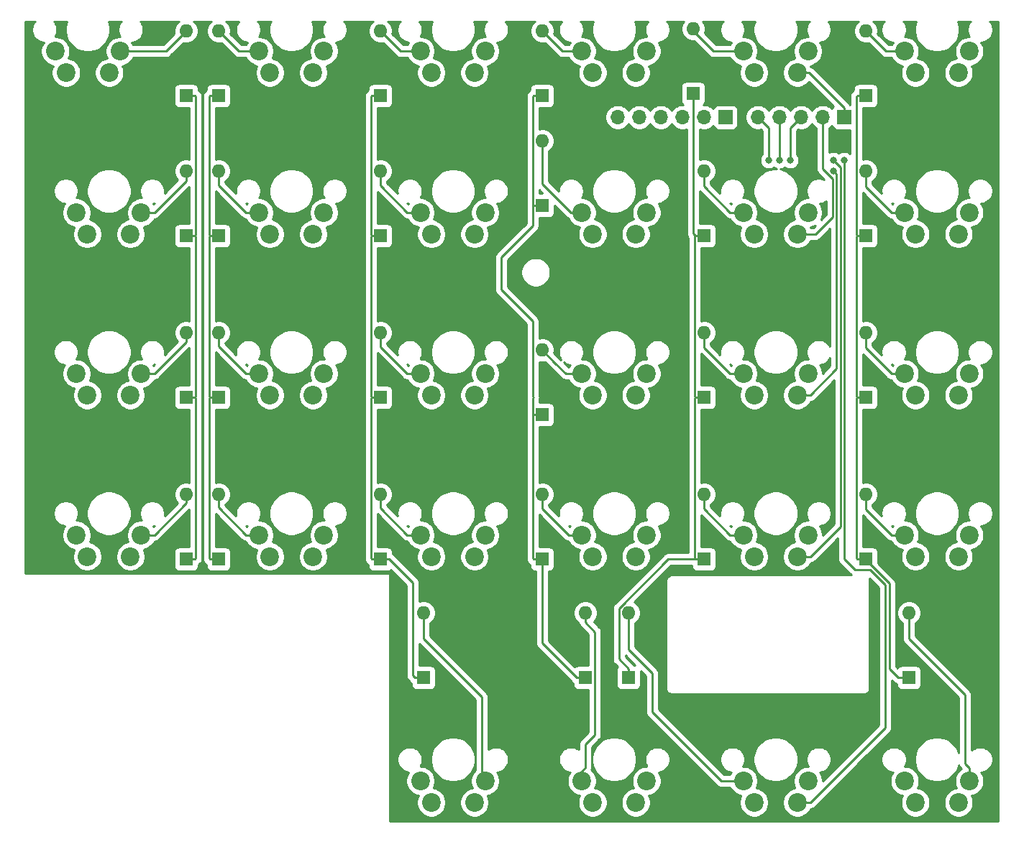
<source format=gtl>
G04 #@! TF.GenerationSoftware,KiCad,Pcbnew,5.1.5*
G04 #@! TF.CreationDate,2020-05-30T12:44:14+02:00*
G04 #@! TF.ProjectId,cmdr_matrixboard,636d6472-5f6d-4617-9472-6978626f6172,rev?*
G04 #@! TF.SameCoordinates,Original*
G04 #@! TF.FileFunction,Copper,L1,Top*
G04 #@! TF.FilePolarity,Positive*
%FSLAX46Y46*%
G04 Gerber Fmt 4.6, Leading zero omitted, Abs format (unit mm)*
G04 Created by KiCad (PCBNEW 5.1.5) date 2020-05-30 12:44:14*
%MOMM*%
%LPD*%
G04 APERTURE LIST*
%ADD10O,1.600000X1.600000*%
%ADD11R,1.600000X1.600000*%
%ADD12C,2.200000*%
%ADD13O,1.700000X1.700000*%
%ADD14R,1.700000X1.700000*%
%ADD15C,0.800000*%
%ADD16C,0.250000*%
%ADD17C,0.254000*%
G04 APERTURE END LIST*
D10*
X146050000Y-89662000D03*
D11*
X146050000Y-97282000D03*
D12*
X188730000Y-54460000D03*
X195080000Y-57000000D03*
X190000000Y-57000000D03*
X196350000Y-54460000D03*
X150730000Y-140460000D03*
X157080000Y-143000000D03*
X152000000Y-143000000D03*
X158350000Y-140460000D03*
X91230000Y-111460000D03*
X97580000Y-114000000D03*
X92500000Y-114000000D03*
X98850000Y-111460000D03*
X91230000Y-92460000D03*
X97580000Y-95000000D03*
X92500000Y-95000000D03*
X98850000Y-92460000D03*
X91230000Y-73460000D03*
X97580000Y-76000000D03*
X92500000Y-76000000D03*
X98850000Y-73460000D03*
X188730000Y-140460000D03*
X195080000Y-143000000D03*
X190000000Y-143000000D03*
X196350000Y-140460000D03*
X169730000Y-140460000D03*
X176080000Y-143000000D03*
X171000000Y-143000000D03*
X177350000Y-140460000D03*
X131730000Y-140460000D03*
X138080000Y-143000000D03*
X133000000Y-143000000D03*
X139350000Y-140460000D03*
X169730000Y-111460000D03*
X176080000Y-114000000D03*
X171000000Y-114000000D03*
X177350000Y-111460000D03*
X150730000Y-111460000D03*
X157080000Y-114000000D03*
X152000000Y-114000000D03*
X158350000Y-111460000D03*
X131730000Y-111460000D03*
X138080000Y-114000000D03*
X133000000Y-114000000D03*
X139350000Y-111460000D03*
X112730000Y-111460000D03*
X119080000Y-114000000D03*
X114000000Y-114000000D03*
X120350000Y-111460000D03*
X188730000Y-92460000D03*
X195080000Y-95000000D03*
X190000000Y-95000000D03*
X196350000Y-92460000D03*
X169730000Y-92460000D03*
X176080000Y-95000000D03*
X171000000Y-95000000D03*
X177350000Y-92460000D03*
X150730000Y-92460000D03*
X157080000Y-95000000D03*
X152000000Y-95000000D03*
X158350000Y-92460000D03*
X131730000Y-92460000D03*
X138080000Y-95000000D03*
X133000000Y-95000000D03*
X139350000Y-92460000D03*
X112730000Y-92460000D03*
X119080000Y-95000000D03*
X114000000Y-95000000D03*
X120350000Y-92460000D03*
X188730000Y-73460000D03*
X195080000Y-76000000D03*
X190000000Y-76000000D03*
X196350000Y-73460000D03*
X169730000Y-73460000D03*
X176080000Y-76000000D03*
X171000000Y-76000000D03*
X177350000Y-73460000D03*
X150730000Y-73460000D03*
X157080000Y-76000000D03*
X152000000Y-76000000D03*
X158350000Y-73460000D03*
X131730000Y-73460000D03*
X138080000Y-76000000D03*
X133000000Y-76000000D03*
X139350000Y-73460000D03*
X112730000Y-73460000D03*
X119080000Y-76000000D03*
X114000000Y-76000000D03*
X120350000Y-73460000D03*
X169730000Y-54460000D03*
X176080000Y-57000000D03*
X171000000Y-57000000D03*
X177350000Y-54460000D03*
X150730000Y-54460000D03*
X157080000Y-57000000D03*
X152000000Y-57000000D03*
X158350000Y-54460000D03*
X131730000Y-54460000D03*
X138080000Y-57000000D03*
X133000000Y-57000000D03*
X139350000Y-54460000D03*
X112730000Y-54460000D03*
X119080000Y-57000000D03*
X114000000Y-57000000D03*
X120350000Y-54460000D03*
X88730000Y-54460000D03*
X95080000Y-57000000D03*
X90000000Y-57000000D03*
X96350000Y-54460000D03*
X188730000Y-111460000D03*
X195080000Y-114000000D03*
X190000000Y-114000000D03*
X196350000Y-111460000D03*
D13*
X171450000Y-62230000D03*
X173990000Y-62230000D03*
X176530000Y-62230000D03*
X179070000Y-62230000D03*
D14*
X181610000Y-62230000D03*
D13*
X154940000Y-62230000D03*
X157480000Y-62230000D03*
X160020000Y-62230000D03*
X162560000Y-62230000D03*
X165100000Y-62230000D03*
D14*
X167640000Y-62230000D03*
D10*
X189230000Y-120650000D03*
D11*
X189230000Y-128270000D03*
D10*
X156210000Y-120650000D03*
D11*
X156210000Y-128270000D03*
D10*
X151130000Y-120650000D03*
D11*
X151130000Y-128270000D03*
D10*
X132080000Y-120650000D03*
D11*
X132080000Y-128270000D03*
D10*
X184150000Y-106680000D03*
D11*
X184150000Y-114300000D03*
D10*
X165100000Y-106680000D03*
D11*
X165100000Y-114300000D03*
D10*
X146050000Y-106680000D03*
D11*
X146050000Y-114300000D03*
D10*
X127000000Y-106680000D03*
D11*
X127000000Y-114300000D03*
D10*
X107950000Y-106680000D03*
D11*
X107950000Y-114300000D03*
D10*
X104140000Y-106680000D03*
D11*
X104140000Y-114300000D03*
D10*
X184150000Y-87630000D03*
D11*
X184150000Y-95250000D03*
D10*
X165100000Y-87630000D03*
D11*
X165100000Y-95250000D03*
D10*
X127000000Y-87630000D03*
D11*
X127000000Y-95250000D03*
D10*
X107950000Y-87630000D03*
D11*
X107950000Y-95250000D03*
D10*
X104140000Y-87630000D03*
D11*
X104140000Y-95250000D03*
D10*
X184150000Y-68580000D03*
D11*
X184150000Y-76200000D03*
D10*
X165100000Y-68580000D03*
D11*
X165100000Y-76200000D03*
D10*
X146050000Y-65024000D03*
D11*
X146050000Y-72644000D03*
D10*
X127000000Y-68580000D03*
D11*
X127000000Y-76200000D03*
D10*
X107950000Y-68580000D03*
D11*
X107950000Y-76200000D03*
D10*
X104140000Y-68580000D03*
D11*
X104140000Y-76200000D03*
D10*
X184150000Y-52070000D03*
D11*
X184150000Y-59690000D03*
D10*
X163830000Y-51816000D03*
D11*
X163830000Y-59436000D03*
D10*
X146050000Y-52070000D03*
D11*
X146050000Y-59690000D03*
D10*
X127000000Y-52070000D03*
D11*
X127000000Y-59690000D03*
D10*
X107950000Y-52070000D03*
D11*
X107950000Y-59690000D03*
D10*
X104140000Y-52070000D03*
D11*
X104140000Y-59690000D03*
D15*
X175260000Y-67310000D03*
X180344660Y-68575340D03*
X180340000Y-67310000D03*
X173990000Y-67310000D03*
X181610000Y-67310000D03*
X172720000Y-67310000D03*
D16*
X177480000Y-57000000D02*
X176080000Y-57000000D01*
X181610000Y-61130000D02*
X177480000Y-57000000D01*
X181610000Y-62230000D02*
X181610000Y-61130000D01*
X179070000Y-68326000D02*
X179070000Y-63432081D01*
X176080000Y-76000000D02*
X178254000Y-76000000D01*
X178254000Y-76000000D02*
X180259967Y-73994033D01*
X179070000Y-63432081D02*
X179070000Y-62230000D01*
X180259967Y-73994033D02*
X180259967Y-69515967D01*
X180259967Y-69515967D02*
X179070000Y-68326000D01*
X175260000Y-63500000D02*
X176530000Y-62230000D01*
X175260000Y-67310000D02*
X175260000Y-63500000D01*
X177635634Y-95000000D02*
X176080000Y-95000000D01*
X180594000Y-91948000D02*
X177635634Y-95000000D01*
X180344660Y-68575340D02*
X180709978Y-68940658D01*
X180709978Y-91832022D02*
X180594000Y-91948000D01*
X180709978Y-68940658D02*
X180709978Y-91832022D01*
X181159989Y-68129989D02*
X180340000Y-67310000D01*
X181159989Y-68637989D02*
X181159989Y-69030011D01*
X181159989Y-69030011D02*
X181159989Y-68129989D01*
X173990000Y-67310000D02*
X173990000Y-62230000D01*
X181159989Y-110475645D02*
X177635634Y-114000000D01*
X181159989Y-69030011D02*
X181159989Y-110475645D01*
X177635634Y-114000000D02*
X176080000Y-114000000D01*
X172720000Y-63500000D02*
X171450000Y-62230000D01*
X172720000Y-67310000D02*
X172720000Y-63500000D01*
X181610000Y-114300000D02*
X182880000Y-115570000D01*
X181610000Y-67310000D02*
X181610000Y-114300000D01*
X182880000Y-115570000D02*
X184644988Y-115570000D01*
X184644988Y-115570000D02*
X186436000Y-117361012D01*
X177635634Y-143000000D02*
X176080000Y-143000000D01*
X186436000Y-134199634D02*
X177635634Y-143000000D01*
X186436000Y-117361012D02*
X186436000Y-134199634D01*
X101750000Y-54460000D02*
X104140000Y-52070000D01*
X96450000Y-54460000D02*
X101750000Y-54460000D01*
X105265001Y-59765001D02*
X105265001Y-76124999D01*
X105265001Y-76124999D02*
X105190000Y-76200000D01*
X105190000Y-59690000D02*
X105265001Y-59765001D01*
X104140000Y-59690000D02*
X105190000Y-59690000D01*
X104140000Y-76200000D02*
X105190000Y-76200000D01*
X105265001Y-114224999D02*
X105190000Y-114300000D01*
X105265001Y-95325001D02*
X105265001Y-114224999D01*
X105190000Y-95250000D02*
X105265001Y-95325001D01*
X105190000Y-114300000D02*
X104140000Y-114300000D01*
X104140000Y-95250000D02*
X105190000Y-95250000D01*
X105265001Y-95174999D02*
X105190000Y-95250000D01*
X105265001Y-76275001D02*
X105265001Y-95174999D01*
X105190000Y-76200000D02*
X105265001Y-76275001D01*
X110340000Y-54460000D02*
X107950000Y-52070000D01*
X112730000Y-54460000D02*
X110340000Y-54460000D01*
X106824999Y-76124999D02*
X106900000Y-76200000D01*
X106824999Y-59765001D02*
X106824999Y-76124999D01*
X106900000Y-59690000D02*
X106824999Y-59765001D01*
X107950000Y-59690000D02*
X106900000Y-59690000D01*
X107950000Y-76200000D02*
X106900000Y-76200000D01*
X106900000Y-114300000D02*
X107950000Y-114300000D01*
X106824999Y-95325001D02*
X106824999Y-114224999D01*
X106900000Y-95250000D02*
X106824999Y-95325001D01*
X106824999Y-114224999D02*
X106900000Y-114300000D01*
X107950000Y-95250000D02*
X106900000Y-95250000D01*
X106824999Y-95174999D02*
X106900000Y-95250000D01*
X106824999Y-76275001D02*
X106824999Y-95174999D01*
X106900000Y-76200000D02*
X106824999Y-76275001D01*
X129390000Y-54460000D02*
X127000000Y-52070000D01*
X131730000Y-54460000D02*
X129390000Y-54460000D01*
X125874999Y-76124999D02*
X125950000Y-76200000D01*
X125874999Y-59765001D02*
X125874999Y-76124999D01*
X125950000Y-59690000D02*
X125874999Y-59765001D01*
X127000000Y-59690000D02*
X125950000Y-59690000D01*
X125874999Y-95174999D02*
X125950000Y-95250000D01*
X125874999Y-76275001D02*
X125874999Y-95174999D01*
X125950000Y-76200000D02*
X125874999Y-76275001D01*
X127000000Y-76200000D02*
X125950000Y-76200000D01*
X125950000Y-114300000D02*
X127000000Y-114300000D01*
X125874999Y-114224999D02*
X125950000Y-114300000D01*
X125950000Y-95250000D02*
X125874999Y-95325001D01*
X125874999Y-95325001D02*
X125874999Y-114224999D01*
X127000000Y-95250000D02*
X125950000Y-95250000D01*
X127000000Y-114300000D02*
X128050000Y-114300000D01*
X132080000Y-128270000D02*
X131030000Y-128270000D01*
X130810000Y-128050000D02*
X130810000Y-117094000D01*
X128050000Y-114300000D02*
X130810000Y-117094000D01*
X131030000Y-128270000D02*
X130810000Y-128050000D01*
X148440000Y-54460000D02*
X146050000Y-52070000D01*
X150730000Y-54460000D02*
X148440000Y-54460000D01*
X145000000Y-59690000D02*
X144924999Y-59765001D01*
X146050000Y-59690000D02*
X145000000Y-59690000D01*
X145000000Y-114300000D02*
X146050000Y-114300000D01*
X144924999Y-114224999D02*
X145000000Y-114300000D01*
X145000000Y-95250000D02*
X144924999Y-95325001D01*
X146050000Y-124240000D02*
X146050000Y-123698000D01*
X150080000Y-128270000D02*
X146050000Y-124240000D01*
X146050000Y-114300000D02*
X146050000Y-123698000D01*
X151130000Y-128270000D02*
X150080000Y-128270000D01*
X144924999Y-72568999D02*
X145000000Y-72644000D01*
X144924999Y-69740999D02*
X144924999Y-72568999D01*
X145000000Y-72644000D02*
X146050000Y-72644000D01*
X144924999Y-59765001D02*
X144924999Y-69740999D01*
X144924999Y-95174999D02*
X145000000Y-95250000D01*
X144924999Y-75039001D02*
X141224000Y-78740000D01*
X144924999Y-86250999D02*
X144924999Y-95174999D01*
X144924999Y-69740999D02*
X144924999Y-75039001D01*
X141224000Y-78740000D02*
X141224000Y-82550000D01*
X141224000Y-82550000D02*
X144924999Y-86250999D01*
X145000000Y-97282000D02*
X146050000Y-97282000D01*
X144924999Y-97206999D02*
X145000000Y-97282000D01*
X144924999Y-95325001D02*
X144924999Y-95902999D01*
X144924999Y-95902999D02*
X144924999Y-97206999D01*
X144924999Y-95902999D02*
X144924999Y-114224999D01*
X166220000Y-54460000D02*
X163830000Y-52070000D01*
X169730000Y-54460000D02*
X166220000Y-54460000D01*
X163830000Y-75980000D02*
X164050000Y-76200000D01*
X163830000Y-59690000D02*
X163830000Y-75980000D01*
X163974999Y-76275001D02*
X163974999Y-95174999D01*
X164050000Y-76200000D02*
X163974999Y-76275001D01*
X163974999Y-95174999D02*
X164050000Y-95250000D01*
X165100000Y-76200000D02*
X164050000Y-76200000D01*
X163974999Y-114224999D02*
X164050000Y-114300000D01*
X163974999Y-95325001D02*
X163974999Y-114224999D01*
X164050000Y-95250000D02*
X163974999Y-95325001D01*
X165100000Y-95250000D02*
X164050000Y-95250000D01*
X165100000Y-114300000D02*
X161290000Y-114300000D01*
X164050000Y-114300000D02*
X165100000Y-114300000D01*
X160894998Y-114300000D02*
X164050000Y-114300000D01*
X155084999Y-120109999D02*
X160894998Y-114300000D01*
X155084999Y-126094999D02*
X155084999Y-120109999D01*
X156210000Y-127220000D02*
X155084999Y-126094999D01*
X156210000Y-128270000D02*
X156210000Y-127220000D01*
X186540000Y-54460000D02*
X184150000Y-52070000D01*
X188730000Y-54460000D02*
X186540000Y-54460000D01*
X183024999Y-59765001D02*
X183024999Y-76124999D01*
X183024999Y-76124999D02*
X183100000Y-76200000D01*
X184150000Y-59690000D02*
X183100000Y-59690000D01*
X184150000Y-76200000D02*
X183100000Y-76200000D01*
X183100000Y-114300000D02*
X184150000Y-114300000D01*
X183024999Y-114224999D02*
X183100000Y-114300000D01*
X183024999Y-95325001D02*
X183024999Y-114224999D01*
X183100000Y-95250000D02*
X183024999Y-95325001D01*
X184150000Y-95250000D02*
X183100000Y-95250000D01*
X187960000Y-128270000D02*
X189230000Y-128270000D01*
X186944000Y-127254000D02*
X187960000Y-128270000D01*
X186944000Y-117204000D02*
X186944000Y-127254000D01*
X184150000Y-114300000D02*
X184150000Y-114410000D01*
X184150000Y-114410000D02*
X186944000Y-117204000D01*
X183024999Y-95174999D02*
X183100000Y-95250000D01*
X183024999Y-76275001D02*
X183024999Y-95174999D01*
X183100000Y-76200000D02*
X183024999Y-76275001D01*
X104140000Y-69711370D02*
X104140000Y-68580000D01*
X104140000Y-69725634D02*
X104140000Y-69711370D01*
X100405634Y-73460000D02*
X104140000Y-69725634D01*
X98850000Y-73460000D02*
X100405634Y-73460000D01*
X107950000Y-69711370D02*
X107950000Y-68580000D01*
X107950000Y-70235634D02*
X107950000Y-69711370D01*
X111174366Y-73460000D02*
X107950000Y-70235634D01*
X112730000Y-73460000D02*
X111174366Y-73460000D01*
X127000000Y-69711370D02*
X127000000Y-68580000D01*
X127000000Y-70285634D02*
X127000000Y-69711370D01*
X130174366Y-73460000D02*
X127000000Y-70285634D01*
X131730000Y-73460000D02*
X130174366Y-73460000D01*
X146050000Y-68072000D02*
X146050000Y-68580000D01*
X146050000Y-68326000D02*
X146050000Y-65024000D01*
X146050000Y-68326000D02*
X146050000Y-68072000D01*
X146050000Y-70104000D02*
X146050000Y-68326000D01*
X150730000Y-73460000D02*
X149406000Y-73460000D01*
X149406000Y-73460000D02*
X146050000Y-70104000D01*
X165100000Y-70385634D02*
X165100000Y-69711370D01*
X165100000Y-69711370D02*
X165100000Y-68580000D01*
X168174366Y-73460000D02*
X165100000Y-70385634D01*
X169730000Y-73460000D02*
X168174366Y-73460000D01*
X184150000Y-69711370D02*
X184150000Y-68580000D01*
X184150000Y-70435634D02*
X184150000Y-69711370D01*
X187174366Y-73460000D02*
X184150000Y-70435634D01*
X188730000Y-73460000D02*
X187174366Y-73460000D01*
X104140000Y-88725634D02*
X104140000Y-87630000D01*
X100405634Y-92460000D02*
X104140000Y-88725634D01*
X98850000Y-92460000D02*
X100405634Y-92460000D01*
X107950000Y-88761370D02*
X107950000Y-87630000D01*
X107950000Y-89235634D02*
X107950000Y-88761370D01*
X111174366Y-92460000D02*
X107950000Y-89235634D01*
X112730000Y-92460000D02*
X111174366Y-92460000D01*
X127000000Y-89285634D02*
X127000000Y-88761370D01*
X127000000Y-88761370D02*
X127000000Y-87630000D01*
X130174366Y-92460000D02*
X127000000Y-89285634D01*
X131730000Y-92460000D02*
X130174366Y-92460000D01*
X147537817Y-91149817D02*
X146050000Y-89662000D01*
X150730000Y-92460000D02*
X148848000Y-92460000D01*
X148848000Y-92460000D02*
X147537817Y-91149817D01*
X165100000Y-88761370D02*
X165100000Y-87630000D01*
X165100000Y-89385634D02*
X165100000Y-88761370D01*
X168174366Y-92460000D02*
X165100000Y-89385634D01*
X169730000Y-92460000D02*
X168174366Y-92460000D01*
X187174366Y-92460000D02*
X184150000Y-89435634D01*
X184150000Y-88761370D02*
X184150000Y-87630000D01*
X184150000Y-89435634D02*
X184150000Y-88761370D01*
X188730000Y-92460000D02*
X187174366Y-92460000D01*
X100405634Y-111460000D02*
X104140000Y-107725634D01*
X104140000Y-107725634D02*
X104140000Y-106680000D01*
X98850000Y-111460000D02*
X100405634Y-111460000D01*
X107950000Y-107811370D02*
X107950000Y-106680000D01*
X107950000Y-108235634D02*
X107950000Y-107811370D01*
X111174366Y-111460000D02*
X107950000Y-108235634D01*
X112730000Y-111460000D02*
X111174366Y-111460000D01*
X127000000Y-108285634D02*
X127000000Y-107811370D01*
X127000000Y-107811370D02*
X127000000Y-106680000D01*
X130174366Y-111460000D02*
X127000000Y-108285634D01*
X131730000Y-111460000D02*
X130174366Y-111460000D01*
X146050000Y-107811370D02*
X146050000Y-106680000D01*
X146050000Y-108335634D02*
X146050000Y-107811370D01*
X149174366Y-111460000D02*
X146050000Y-108335634D01*
X150730000Y-111460000D02*
X149174366Y-111460000D01*
X165100000Y-108385634D02*
X165100000Y-107811370D01*
X168174366Y-111460000D02*
X165100000Y-108385634D01*
X165100000Y-107811370D02*
X165100000Y-106680000D01*
X169730000Y-111460000D02*
X168174366Y-111460000D01*
X184150000Y-108435634D02*
X184150000Y-107811370D01*
X184150000Y-107811370D02*
X184150000Y-106680000D01*
X187174366Y-111460000D02*
X184150000Y-108435634D01*
X188730000Y-111460000D02*
X187174366Y-111460000D01*
X138938000Y-140048000D02*
X139350000Y-140460000D01*
X138938000Y-130556000D02*
X138938000Y-140048000D01*
X132080000Y-120650000D02*
X132080000Y-123698000D01*
X132080000Y-123698000D02*
X138938000Y-130556000D01*
X150730000Y-139304366D02*
X150730000Y-140460000D01*
X151130000Y-138904366D02*
X150730000Y-139304366D01*
X151130000Y-121781370D02*
X152255001Y-122906371D01*
X151130000Y-120650000D02*
X151130000Y-121781370D01*
X152255001Y-135018999D02*
X151130000Y-136144000D01*
X152255001Y-122906371D02*
X152255001Y-135018999D01*
X151130000Y-136144000D02*
X151130000Y-138904366D01*
X177000001Y-140110001D02*
X177350000Y-140460000D01*
X169220000Y-140970000D02*
X169730000Y-140460000D01*
X156210000Y-124954988D02*
X159004000Y-127748988D01*
X156210000Y-120650000D02*
X156210000Y-124954988D01*
X159004000Y-127748988D02*
X159004000Y-132334000D01*
X167130000Y-140460000D02*
X169730000Y-140460000D01*
X159004000Y-132334000D02*
X167130000Y-140460000D01*
X195834000Y-138388366D02*
X196350000Y-138904366D01*
X195834000Y-130302000D02*
X195834000Y-138388366D01*
X189230000Y-120650000D02*
X189230000Y-123698000D01*
X196350000Y-138904366D02*
X196350000Y-140460000D01*
X189230000Y-123698000D02*
X195834000Y-130302000D01*
D17*
G36*
X86306525Y-50973368D02*
G01*
X86144010Y-51216589D01*
X86032068Y-51486842D01*
X85975000Y-51773740D01*
X85975000Y-52066260D01*
X86032068Y-52353158D01*
X86144010Y-52623411D01*
X86306525Y-52866632D01*
X86513368Y-53073475D01*
X86756589Y-53235990D01*
X87026842Y-53347932D01*
X87313740Y-53405000D01*
X87348261Y-53405000D01*
X87192463Y-53638169D01*
X87061675Y-53953919D01*
X86995000Y-54289117D01*
X86995000Y-54630883D01*
X87061675Y-54966081D01*
X87192463Y-55281831D01*
X87382337Y-55565998D01*
X87624002Y-55807663D01*
X87908169Y-55997537D01*
X88223919Y-56128325D01*
X88463875Y-56176055D01*
X88462463Y-56178169D01*
X88331675Y-56493919D01*
X88265000Y-56829117D01*
X88265000Y-57170883D01*
X88331675Y-57506081D01*
X88462463Y-57821831D01*
X88652337Y-58105998D01*
X88894002Y-58347663D01*
X89178169Y-58537537D01*
X89493919Y-58668325D01*
X89829117Y-58735000D01*
X90170883Y-58735000D01*
X90506081Y-58668325D01*
X90821831Y-58537537D01*
X91105998Y-58347663D01*
X91347663Y-58105998D01*
X91537537Y-57821831D01*
X91668325Y-57506081D01*
X91735000Y-57170883D01*
X91735000Y-56829117D01*
X91668325Y-56493919D01*
X91537537Y-56178169D01*
X91347663Y-55894002D01*
X91105998Y-55652337D01*
X90821831Y-55462463D01*
X90506081Y-55331675D01*
X90266125Y-55283945D01*
X90267537Y-55281831D01*
X90398325Y-54966081D01*
X90465000Y-54630883D01*
X90465000Y-54289117D01*
X90398325Y-53953919D01*
X90267537Y-53638169D01*
X90077663Y-53354002D01*
X89835998Y-53112337D01*
X89551831Y-52922463D01*
X89236081Y-52791675D01*
X88900883Y-52725000D01*
X88708110Y-52725000D01*
X88775990Y-52623411D01*
X88887932Y-52353158D01*
X88945000Y-52066260D01*
X88945000Y-51773740D01*
X88887932Y-51486842D01*
X88775990Y-51216589D01*
X88613475Y-50973368D01*
X88567107Y-50927000D01*
X90099210Y-50927000D01*
X90006261Y-51151399D01*
X89905000Y-51660475D01*
X89905000Y-52179525D01*
X90006261Y-52688601D01*
X90204893Y-53168141D01*
X90493262Y-53599715D01*
X90860285Y-53966738D01*
X91291859Y-54255107D01*
X91771399Y-54453739D01*
X92280475Y-54555000D01*
X92799525Y-54555000D01*
X93308601Y-54453739D01*
X93788141Y-54255107D01*
X94219715Y-53966738D01*
X94586738Y-53599715D01*
X94875107Y-53168141D01*
X95073739Y-52688601D01*
X95175000Y-52179525D01*
X95175000Y-51660475D01*
X95073739Y-51151399D01*
X94980790Y-50927000D01*
X96512893Y-50927000D01*
X96466525Y-50973368D01*
X96304010Y-51216589D01*
X96192068Y-51486842D01*
X96135000Y-51773740D01*
X96135000Y-52066260D01*
X96192068Y-52353158D01*
X96304010Y-52623411D01*
X96371890Y-52725000D01*
X96179117Y-52725000D01*
X95843919Y-52791675D01*
X95528169Y-52922463D01*
X95244002Y-53112337D01*
X95002337Y-53354002D01*
X94812463Y-53638169D01*
X94681675Y-53953919D01*
X94615000Y-54289117D01*
X94615000Y-54630883D01*
X94681675Y-54966081D01*
X94812463Y-55281831D01*
X94813875Y-55283945D01*
X94573919Y-55331675D01*
X94258169Y-55462463D01*
X93974002Y-55652337D01*
X93732337Y-55894002D01*
X93542463Y-56178169D01*
X93411675Y-56493919D01*
X93345000Y-56829117D01*
X93345000Y-57170883D01*
X93411675Y-57506081D01*
X93542463Y-57821831D01*
X93732337Y-58105998D01*
X93974002Y-58347663D01*
X94258169Y-58537537D01*
X94573919Y-58668325D01*
X94909117Y-58735000D01*
X95250883Y-58735000D01*
X95586081Y-58668325D01*
X95901831Y-58537537D01*
X96185998Y-58347663D01*
X96427663Y-58105998D01*
X96617537Y-57821831D01*
X96748325Y-57506081D01*
X96815000Y-57170883D01*
X96815000Y-56829117D01*
X96748325Y-56493919D01*
X96617537Y-56178169D01*
X96616125Y-56176055D01*
X96856081Y-56128325D01*
X97171831Y-55997537D01*
X97455998Y-55807663D01*
X97697663Y-55565998D01*
X97887537Y-55281831D01*
X97913148Y-55220000D01*
X101712678Y-55220000D01*
X101750000Y-55223676D01*
X101787322Y-55220000D01*
X101787333Y-55220000D01*
X101898986Y-55209003D01*
X102042247Y-55165546D01*
X102174276Y-55094974D01*
X102290001Y-55000001D01*
X102313804Y-54970997D01*
X103816114Y-53468688D01*
X103998665Y-53505000D01*
X104281335Y-53505000D01*
X104558574Y-53449853D01*
X104819727Y-53341680D01*
X105054759Y-53184637D01*
X105254637Y-52984759D01*
X105411680Y-52749727D01*
X105519853Y-52488574D01*
X105575000Y-52211335D01*
X105575000Y-51928665D01*
X105519853Y-51651426D01*
X105411680Y-51390273D01*
X105254637Y-51155241D01*
X105054759Y-50955363D01*
X105012311Y-50927000D01*
X107077689Y-50927000D01*
X107035241Y-50955363D01*
X106835363Y-51155241D01*
X106678320Y-51390273D01*
X106570147Y-51651426D01*
X106515000Y-51928665D01*
X106515000Y-52211335D01*
X106570147Y-52488574D01*
X106678320Y-52749727D01*
X106835363Y-52984759D01*
X107035241Y-53184637D01*
X107270273Y-53341680D01*
X107531426Y-53449853D01*
X107808665Y-53505000D01*
X108091335Y-53505000D01*
X108273886Y-53468688D01*
X109776205Y-54971008D01*
X109799999Y-55000001D01*
X109828992Y-55023795D01*
X109828996Y-55023799D01*
X109899685Y-55081811D01*
X109915724Y-55094974D01*
X110047753Y-55165546D01*
X110191014Y-55209003D01*
X110302667Y-55220000D01*
X110302676Y-55220000D01*
X110339999Y-55223676D01*
X110377322Y-55220000D01*
X111166852Y-55220000D01*
X111192463Y-55281831D01*
X111382337Y-55565998D01*
X111624002Y-55807663D01*
X111908169Y-55997537D01*
X112223919Y-56128325D01*
X112463875Y-56176055D01*
X112462463Y-56178169D01*
X112331675Y-56493919D01*
X112265000Y-56829117D01*
X112265000Y-57170883D01*
X112331675Y-57506081D01*
X112462463Y-57821831D01*
X112652337Y-58105998D01*
X112894002Y-58347663D01*
X113178169Y-58537537D01*
X113493919Y-58668325D01*
X113829117Y-58735000D01*
X114170883Y-58735000D01*
X114506081Y-58668325D01*
X114821831Y-58537537D01*
X115105998Y-58347663D01*
X115347663Y-58105998D01*
X115537537Y-57821831D01*
X115668325Y-57506081D01*
X115735000Y-57170883D01*
X115735000Y-56829117D01*
X115668325Y-56493919D01*
X115537537Y-56178169D01*
X115347663Y-55894002D01*
X115105998Y-55652337D01*
X114821831Y-55462463D01*
X114506081Y-55331675D01*
X114266125Y-55283945D01*
X114267537Y-55281831D01*
X114398325Y-54966081D01*
X114465000Y-54630883D01*
X114465000Y-54289117D01*
X114398325Y-53953919D01*
X114267537Y-53638169D01*
X114077663Y-53354002D01*
X113835998Y-53112337D01*
X113551831Y-52922463D01*
X113236081Y-52791675D01*
X112900883Y-52725000D01*
X112708110Y-52725000D01*
X112775990Y-52623411D01*
X112887932Y-52353158D01*
X112945000Y-52066260D01*
X112945000Y-51773740D01*
X112887932Y-51486842D01*
X112775990Y-51216589D01*
X112613475Y-50973368D01*
X112567107Y-50927000D01*
X114099210Y-50927000D01*
X114006261Y-51151399D01*
X113905000Y-51660475D01*
X113905000Y-52179525D01*
X114006261Y-52688601D01*
X114204893Y-53168141D01*
X114493262Y-53599715D01*
X114860285Y-53966738D01*
X115291859Y-54255107D01*
X115771399Y-54453739D01*
X116280475Y-54555000D01*
X116799525Y-54555000D01*
X117308601Y-54453739D01*
X117788141Y-54255107D01*
X118219715Y-53966738D01*
X118586738Y-53599715D01*
X118875107Y-53168141D01*
X119073739Y-52688601D01*
X119175000Y-52179525D01*
X119175000Y-51660475D01*
X119073739Y-51151399D01*
X118980790Y-50927000D01*
X120512893Y-50927000D01*
X120466525Y-50973368D01*
X120304010Y-51216589D01*
X120192068Y-51486842D01*
X120135000Y-51773740D01*
X120135000Y-52066260D01*
X120192068Y-52353158D01*
X120304010Y-52623411D01*
X120371890Y-52725000D01*
X120179117Y-52725000D01*
X119843919Y-52791675D01*
X119528169Y-52922463D01*
X119244002Y-53112337D01*
X119002337Y-53354002D01*
X118812463Y-53638169D01*
X118681675Y-53953919D01*
X118615000Y-54289117D01*
X118615000Y-54630883D01*
X118681675Y-54966081D01*
X118812463Y-55281831D01*
X118813875Y-55283945D01*
X118573919Y-55331675D01*
X118258169Y-55462463D01*
X117974002Y-55652337D01*
X117732337Y-55894002D01*
X117542463Y-56178169D01*
X117411675Y-56493919D01*
X117345000Y-56829117D01*
X117345000Y-57170883D01*
X117411675Y-57506081D01*
X117542463Y-57821831D01*
X117732337Y-58105998D01*
X117974002Y-58347663D01*
X118258169Y-58537537D01*
X118573919Y-58668325D01*
X118909117Y-58735000D01*
X119250883Y-58735000D01*
X119586081Y-58668325D01*
X119901831Y-58537537D01*
X120185998Y-58347663D01*
X120427663Y-58105998D01*
X120617537Y-57821831D01*
X120748325Y-57506081D01*
X120815000Y-57170883D01*
X120815000Y-56829117D01*
X120748325Y-56493919D01*
X120617537Y-56178169D01*
X120616125Y-56176055D01*
X120856081Y-56128325D01*
X121171831Y-55997537D01*
X121455998Y-55807663D01*
X121697663Y-55565998D01*
X121887537Y-55281831D01*
X122018325Y-54966081D01*
X122085000Y-54630883D01*
X122085000Y-54289117D01*
X122018325Y-53953919D01*
X121887537Y-53638169D01*
X121731739Y-53405000D01*
X121766260Y-53405000D01*
X122053158Y-53347932D01*
X122323411Y-53235990D01*
X122566632Y-53073475D01*
X122773475Y-52866632D01*
X122935990Y-52623411D01*
X123047932Y-52353158D01*
X123105000Y-52066260D01*
X123105000Y-51773740D01*
X123047932Y-51486842D01*
X122935990Y-51216589D01*
X122773475Y-50973368D01*
X122727107Y-50927000D01*
X126127689Y-50927000D01*
X126085241Y-50955363D01*
X125885363Y-51155241D01*
X125728320Y-51390273D01*
X125620147Y-51651426D01*
X125565000Y-51928665D01*
X125565000Y-52211335D01*
X125620147Y-52488574D01*
X125728320Y-52749727D01*
X125885363Y-52984759D01*
X126085241Y-53184637D01*
X126320273Y-53341680D01*
X126581426Y-53449853D01*
X126858665Y-53505000D01*
X127141335Y-53505000D01*
X127323886Y-53468688D01*
X128826205Y-54971008D01*
X128849999Y-55000001D01*
X128878992Y-55023795D01*
X128878996Y-55023799D01*
X128949685Y-55081811D01*
X128965724Y-55094974D01*
X129097753Y-55165546D01*
X129241014Y-55209003D01*
X129352667Y-55220000D01*
X129352676Y-55220000D01*
X129389999Y-55223676D01*
X129427322Y-55220000D01*
X130166852Y-55220000D01*
X130192463Y-55281831D01*
X130382337Y-55565998D01*
X130624002Y-55807663D01*
X130908169Y-55997537D01*
X131223919Y-56128325D01*
X131463875Y-56176055D01*
X131462463Y-56178169D01*
X131331675Y-56493919D01*
X131265000Y-56829117D01*
X131265000Y-57170883D01*
X131331675Y-57506081D01*
X131462463Y-57821831D01*
X131652337Y-58105998D01*
X131894002Y-58347663D01*
X132178169Y-58537537D01*
X132493919Y-58668325D01*
X132829117Y-58735000D01*
X133170883Y-58735000D01*
X133506081Y-58668325D01*
X133821831Y-58537537D01*
X134105998Y-58347663D01*
X134347663Y-58105998D01*
X134537537Y-57821831D01*
X134668325Y-57506081D01*
X134735000Y-57170883D01*
X134735000Y-56829117D01*
X134668325Y-56493919D01*
X134537537Y-56178169D01*
X134347663Y-55894002D01*
X134105998Y-55652337D01*
X133821831Y-55462463D01*
X133506081Y-55331675D01*
X133266125Y-55283945D01*
X133267537Y-55281831D01*
X133398325Y-54966081D01*
X133465000Y-54630883D01*
X133465000Y-54289117D01*
X133398325Y-53953919D01*
X133267537Y-53638169D01*
X133077663Y-53354002D01*
X132835998Y-53112337D01*
X132551831Y-52922463D01*
X132236081Y-52791675D01*
X131900883Y-52725000D01*
X131708110Y-52725000D01*
X131775990Y-52623411D01*
X131887932Y-52353158D01*
X131945000Y-52066260D01*
X131945000Y-51773740D01*
X131887932Y-51486842D01*
X131775990Y-51216589D01*
X131613475Y-50973368D01*
X131567107Y-50927000D01*
X133099210Y-50927000D01*
X133006261Y-51151399D01*
X132905000Y-51660475D01*
X132905000Y-52179525D01*
X133006261Y-52688601D01*
X133204893Y-53168141D01*
X133493262Y-53599715D01*
X133860285Y-53966738D01*
X134291859Y-54255107D01*
X134771399Y-54453739D01*
X135280475Y-54555000D01*
X135799525Y-54555000D01*
X136308601Y-54453739D01*
X136788141Y-54255107D01*
X137219715Y-53966738D01*
X137586738Y-53599715D01*
X137875107Y-53168141D01*
X138073739Y-52688601D01*
X138175000Y-52179525D01*
X138175000Y-51660475D01*
X138073739Y-51151399D01*
X137980790Y-50927000D01*
X139512893Y-50927000D01*
X139466525Y-50973368D01*
X139304010Y-51216589D01*
X139192068Y-51486842D01*
X139135000Y-51773740D01*
X139135000Y-52066260D01*
X139192068Y-52353158D01*
X139304010Y-52623411D01*
X139371890Y-52725000D01*
X139179117Y-52725000D01*
X138843919Y-52791675D01*
X138528169Y-52922463D01*
X138244002Y-53112337D01*
X138002337Y-53354002D01*
X137812463Y-53638169D01*
X137681675Y-53953919D01*
X137615000Y-54289117D01*
X137615000Y-54630883D01*
X137681675Y-54966081D01*
X137812463Y-55281831D01*
X137813875Y-55283945D01*
X137573919Y-55331675D01*
X137258169Y-55462463D01*
X136974002Y-55652337D01*
X136732337Y-55894002D01*
X136542463Y-56178169D01*
X136411675Y-56493919D01*
X136345000Y-56829117D01*
X136345000Y-57170883D01*
X136411675Y-57506081D01*
X136542463Y-57821831D01*
X136732337Y-58105998D01*
X136974002Y-58347663D01*
X137258169Y-58537537D01*
X137573919Y-58668325D01*
X137909117Y-58735000D01*
X138250883Y-58735000D01*
X138586081Y-58668325D01*
X138901831Y-58537537D01*
X139185998Y-58347663D01*
X139427663Y-58105998D01*
X139617537Y-57821831D01*
X139748325Y-57506081D01*
X139815000Y-57170883D01*
X139815000Y-56829117D01*
X139748325Y-56493919D01*
X139617537Y-56178169D01*
X139616125Y-56176055D01*
X139856081Y-56128325D01*
X140171831Y-55997537D01*
X140455998Y-55807663D01*
X140697663Y-55565998D01*
X140887537Y-55281831D01*
X141018325Y-54966081D01*
X141085000Y-54630883D01*
X141085000Y-54289117D01*
X141018325Y-53953919D01*
X140887537Y-53638169D01*
X140731739Y-53405000D01*
X140766260Y-53405000D01*
X141053158Y-53347932D01*
X141323411Y-53235990D01*
X141566632Y-53073475D01*
X141773475Y-52866632D01*
X141935990Y-52623411D01*
X142047932Y-52353158D01*
X142105000Y-52066260D01*
X142105000Y-51773740D01*
X142047932Y-51486842D01*
X141935990Y-51216589D01*
X141773475Y-50973368D01*
X141727107Y-50927000D01*
X145177689Y-50927000D01*
X145135241Y-50955363D01*
X144935363Y-51155241D01*
X144778320Y-51390273D01*
X144670147Y-51651426D01*
X144615000Y-51928665D01*
X144615000Y-52211335D01*
X144670147Y-52488574D01*
X144778320Y-52749727D01*
X144935363Y-52984759D01*
X145135241Y-53184637D01*
X145370273Y-53341680D01*
X145631426Y-53449853D01*
X145908665Y-53505000D01*
X146191335Y-53505000D01*
X146373886Y-53468688D01*
X147876205Y-54971008D01*
X147899999Y-55000001D01*
X147928992Y-55023795D01*
X147928996Y-55023799D01*
X147999685Y-55081811D01*
X148015724Y-55094974D01*
X148147753Y-55165546D01*
X148291014Y-55209003D01*
X148402667Y-55220000D01*
X148402676Y-55220000D01*
X148439999Y-55223676D01*
X148477322Y-55220000D01*
X149166852Y-55220000D01*
X149192463Y-55281831D01*
X149382337Y-55565998D01*
X149624002Y-55807663D01*
X149908169Y-55997537D01*
X150223919Y-56128325D01*
X150463875Y-56176055D01*
X150462463Y-56178169D01*
X150331675Y-56493919D01*
X150265000Y-56829117D01*
X150265000Y-57170883D01*
X150331675Y-57506081D01*
X150462463Y-57821831D01*
X150652337Y-58105998D01*
X150894002Y-58347663D01*
X151178169Y-58537537D01*
X151493919Y-58668325D01*
X151829117Y-58735000D01*
X152170883Y-58735000D01*
X152506081Y-58668325D01*
X152821831Y-58537537D01*
X153105998Y-58347663D01*
X153347663Y-58105998D01*
X153537537Y-57821831D01*
X153668325Y-57506081D01*
X153735000Y-57170883D01*
X153735000Y-56829117D01*
X153668325Y-56493919D01*
X153537537Y-56178169D01*
X153347663Y-55894002D01*
X153105998Y-55652337D01*
X152821831Y-55462463D01*
X152506081Y-55331675D01*
X152266125Y-55283945D01*
X152267537Y-55281831D01*
X152398325Y-54966081D01*
X152465000Y-54630883D01*
X152465000Y-54289117D01*
X152398325Y-53953919D01*
X152267537Y-53638169D01*
X152077663Y-53354002D01*
X151835998Y-53112337D01*
X151551831Y-52922463D01*
X151236081Y-52791675D01*
X150900883Y-52725000D01*
X150708110Y-52725000D01*
X150775990Y-52623411D01*
X150887932Y-52353158D01*
X150945000Y-52066260D01*
X150945000Y-51773740D01*
X150887932Y-51486842D01*
X150775990Y-51216589D01*
X150613475Y-50973368D01*
X150567107Y-50927000D01*
X152099210Y-50927000D01*
X152006261Y-51151399D01*
X151905000Y-51660475D01*
X151905000Y-52179525D01*
X152006261Y-52688601D01*
X152204893Y-53168141D01*
X152493262Y-53599715D01*
X152860285Y-53966738D01*
X153291859Y-54255107D01*
X153771399Y-54453739D01*
X154280475Y-54555000D01*
X154799525Y-54555000D01*
X155308601Y-54453739D01*
X155788141Y-54255107D01*
X156219715Y-53966738D01*
X156586738Y-53599715D01*
X156875107Y-53168141D01*
X157073739Y-52688601D01*
X157175000Y-52179525D01*
X157175000Y-51660475D01*
X157073739Y-51151399D01*
X156980790Y-50927000D01*
X158512893Y-50927000D01*
X158466525Y-50973368D01*
X158304010Y-51216589D01*
X158192068Y-51486842D01*
X158135000Y-51773740D01*
X158135000Y-52066260D01*
X158192068Y-52353158D01*
X158304010Y-52623411D01*
X158371890Y-52725000D01*
X158179117Y-52725000D01*
X157843919Y-52791675D01*
X157528169Y-52922463D01*
X157244002Y-53112337D01*
X157002337Y-53354002D01*
X156812463Y-53638169D01*
X156681675Y-53953919D01*
X156615000Y-54289117D01*
X156615000Y-54630883D01*
X156681675Y-54966081D01*
X156812463Y-55281831D01*
X156813875Y-55283945D01*
X156573919Y-55331675D01*
X156258169Y-55462463D01*
X155974002Y-55652337D01*
X155732337Y-55894002D01*
X155542463Y-56178169D01*
X155411675Y-56493919D01*
X155345000Y-56829117D01*
X155345000Y-57170883D01*
X155411675Y-57506081D01*
X155542463Y-57821831D01*
X155732337Y-58105998D01*
X155974002Y-58347663D01*
X156258169Y-58537537D01*
X156573919Y-58668325D01*
X156909117Y-58735000D01*
X157250883Y-58735000D01*
X157586081Y-58668325D01*
X157901831Y-58537537D01*
X158185998Y-58347663D01*
X158427663Y-58105998D01*
X158617537Y-57821831D01*
X158748325Y-57506081D01*
X158815000Y-57170883D01*
X158815000Y-56829117D01*
X158748325Y-56493919D01*
X158617537Y-56178169D01*
X158616125Y-56176055D01*
X158856081Y-56128325D01*
X159171831Y-55997537D01*
X159455998Y-55807663D01*
X159697663Y-55565998D01*
X159887537Y-55281831D01*
X160018325Y-54966081D01*
X160085000Y-54630883D01*
X160085000Y-54289117D01*
X160018325Y-53953919D01*
X159887537Y-53638169D01*
X159731739Y-53405000D01*
X159766260Y-53405000D01*
X160053158Y-53347932D01*
X160323411Y-53235990D01*
X160566632Y-53073475D01*
X160773475Y-52866632D01*
X160935990Y-52623411D01*
X161047932Y-52353158D01*
X161105000Y-52066260D01*
X161105000Y-51773740D01*
X161047932Y-51486842D01*
X160935990Y-51216589D01*
X160773475Y-50973368D01*
X160727107Y-50927000D01*
X162698151Y-50927000D01*
X162558320Y-51136273D01*
X162450147Y-51397426D01*
X162395000Y-51674665D01*
X162395000Y-51957335D01*
X162450147Y-52234574D01*
X162558320Y-52495727D01*
X162715363Y-52730759D01*
X162915241Y-52930637D01*
X163150273Y-53087680D01*
X163411426Y-53195853D01*
X163688665Y-53251000D01*
X163936198Y-53251000D01*
X165656205Y-54971008D01*
X165679999Y-55000001D01*
X165708992Y-55023795D01*
X165708996Y-55023799D01*
X165779685Y-55081811D01*
X165795724Y-55094974D01*
X165927753Y-55165546D01*
X166071014Y-55209003D01*
X166182667Y-55220000D01*
X166182676Y-55220000D01*
X166219999Y-55223676D01*
X166257322Y-55220000D01*
X168166852Y-55220000D01*
X168192463Y-55281831D01*
X168382337Y-55565998D01*
X168624002Y-55807663D01*
X168908169Y-55997537D01*
X169223919Y-56128325D01*
X169463875Y-56176055D01*
X169462463Y-56178169D01*
X169331675Y-56493919D01*
X169265000Y-56829117D01*
X169265000Y-57170883D01*
X169331675Y-57506081D01*
X169462463Y-57821831D01*
X169652337Y-58105998D01*
X169894002Y-58347663D01*
X170178169Y-58537537D01*
X170493919Y-58668325D01*
X170829117Y-58735000D01*
X171170883Y-58735000D01*
X171506081Y-58668325D01*
X171821831Y-58537537D01*
X172105998Y-58347663D01*
X172347663Y-58105998D01*
X172537537Y-57821831D01*
X172668325Y-57506081D01*
X172735000Y-57170883D01*
X172735000Y-56829117D01*
X172668325Y-56493919D01*
X172537537Y-56178169D01*
X172347663Y-55894002D01*
X172105998Y-55652337D01*
X171821831Y-55462463D01*
X171506081Y-55331675D01*
X171266125Y-55283945D01*
X171267537Y-55281831D01*
X171398325Y-54966081D01*
X171465000Y-54630883D01*
X171465000Y-54289117D01*
X171398325Y-53953919D01*
X171267537Y-53638169D01*
X171077663Y-53354002D01*
X170835998Y-53112337D01*
X170551831Y-52922463D01*
X170236081Y-52791675D01*
X169900883Y-52725000D01*
X169708110Y-52725000D01*
X169775990Y-52623411D01*
X169887932Y-52353158D01*
X169945000Y-52066260D01*
X169945000Y-51773740D01*
X169887932Y-51486842D01*
X169775990Y-51216589D01*
X169613475Y-50973368D01*
X169567107Y-50927000D01*
X171099210Y-50927000D01*
X171006261Y-51151399D01*
X170905000Y-51660475D01*
X170905000Y-52179525D01*
X171006261Y-52688601D01*
X171204893Y-53168141D01*
X171493262Y-53599715D01*
X171860285Y-53966738D01*
X172291859Y-54255107D01*
X172771399Y-54453739D01*
X173280475Y-54555000D01*
X173799525Y-54555000D01*
X174308601Y-54453739D01*
X174788141Y-54255107D01*
X175219715Y-53966738D01*
X175586738Y-53599715D01*
X175875107Y-53168141D01*
X176073739Y-52688601D01*
X176175000Y-52179525D01*
X176175000Y-51660475D01*
X176073739Y-51151399D01*
X175980790Y-50927000D01*
X177512893Y-50927000D01*
X177466525Y-50973368D01*
X177304010Y-51216589D01*
X177192068Y-51486842D01*
X177135000Y-51773740D01*
X177135000Y-52066260D01*
X177192068Y-52353158D01*
X177304010Y-52623411D01*
X177371890Y-52725000D01*
X177179117Y-52725000D01*
X176843919Y-52791675D01*
X176528169Y-52922463D01*
X176244002Y-53112337D01*
X176002337Y-53354002D01*
X175812463Y-53638169D01*
X175681675Y-53953919D01*
X175615000Y-54289117D01*
X175615000Y-54630883D01*
X175681675Y-54966081D01*
X175812463Y-55281831D01*
X175813875Y-55283945D01*
X175573919Y-55331675D01*
X175258169Y-55462463D01*
X174974002Y-55652337D01*
X174732337Y-55894002D01*
X174542463Y-56178169D01*
X174411675Y-56493919D01*
X174345000Y-56829117D01*
X174345000Y-57170883D01*
X174411675Y-57506081D01*
X174542463Y-57821831D01*
X174732337Y-58105998D01*
X174974002Y-58347663D01*
X175258169Y-58537537D01*
X175573919Y-58668325D01*
X175909117Y-58735000D01*
X176250883Y-58735000D01*
X176586081Y-58668325D01*
X176901831Y-58537537D01*
X177185998Y-58347663D01*
X177427663Y-58105998D01*
X177461122Y-58055923D01*
X180322655Y-60917457D01*
X180308815Y-60928815D01*
X180229463Y-61025506D01*
X180170498Y-61135820D01*
X180148487Y-61208380D01*
X180016632Y-61076525D01*
X179773411Y-60914010D01*
X179503158Y-60802068D01*
X179216260Y-60745000D01*
X178923740Y-60745000D01*
X178636842Y-60802068D01*
X178366589Y-60914010D01*
X178123368Y-61076525D01*
X177916525Y-61283368D01*
X177800000Y-61457760D01*
X177683475Y-61283368D01*
X177476632Y-61076525D01*
X177233411Y-60914010D01*
X176963158Y-60802068D01*
X176676260Y-60745000D01*
X176383740Y-60745000D01*
X176096842Y-60802068D01*
X175826589Y-60914010D01*
X175583368Y-61076525D01*
X175376525Y-61283368D01*
X175260000Y-61457760D01*
X175143475Y-61283368D01*
X174936632Y-61076525D01*
X174693411Y-60914010D01*
X174423158Y-60802068D01*
X174136260Y-60745000D01*
X173843740Y-60745000D01*
X173556842Y-60802068D01*
X173286589Y-60914010D01*
X173043368Y-61076525D01*
X172836525Y-61283368D01*
X172720000Y-61457760D01*
X172603475Y-61283368D01*
X172396632Y-61076525D01*
X172153411Y-60914010D01*
X171883158Y-60802068D01*
X171596260Y-60745000D01*
X171303740Y-60745000D01*
X171016842Y-60802068D01*
X170746589Y-60914010D01*
X170503368Y-61076525D01*
X170296525Y-61283368D01*
X170134010Y-61526589D01*
X170022068Y-61796842D01*
X169965000Y-62083740D01*
X169965000Y-62376260D01*
X170022068Y-62663158D01*
X170134010Y-62933411D01*
X170296525Y-63176632D01*
X170503368Y-63383475D01*
X170746589Y-63545990D01*
X171016842Y-63657932D01*
X171303740Y-63715000D01*
X171596260Y-63715000D01*
X171816408Y-63671210D01*
X171960001Y-63814803D01*
X171960000Y-66606289D01*
X171916063Y-66650226D01*
X171802795Y-66819744D01*
X171724774Y-67008102D01*
X171685000Y-67208061D01*
X171685000Y-67411939D01*
X171724774Y-67611898D01*
X171802795Y-67800256D01*
X171916063Y-67969774D01*
X172060226Y-68113937D01*
X172229744Y-68227205D01*
X172418102Y-68305226D01*
X172618061Y-68345000D01*
X172821939Y-68345000D01*
X173021898Y-68305226D01*
X173210256Y-68227205D01*
X173355000Y-68130490D01*
X173499744Y-68227205D01*
X173639272Y-68285000D01*
X173280475Y-68285000D01*
X172771399Y-68386261D01*
X172291859Y-68584893D01*
X171860285Y-68873262D01*
X171493262Y-69240285D01*
X171204893Y-69671859D01*
X171006261Y-70151399D01*
X170905000Y-70660475D01*
X170905000Y-71179525D01*
X171006261Y-71688601D01*
X171204893Y-72168141D01*
X171493262Y-72599715D01*
X171860285Y-72966738D01*
X172291859Y-73255107D01*
X172771399Y-73453739D01*
X173280475Y-73555000D01*
X173799525Y-73555000D01*
X174308601Y-73453739D01*
X174788141Y-73255107D01*
X175219715Y-72966738D01*
X175586738Y-72599715D01*
X175875107Y-72168141D01*
X176073739Y-71688601D01*
X176175000Y-71179525D01*
X176175000Y-70660475D01*
X176073739Y-70151399D01*
X175875107Y-69671859D01*
X175586738Y-69240285D01*
X175219715Y-68873262D01*
X174788141Y-68584893D01*
X174308601Y-68386261D01*
X174096553Y-68344082D01*
X174291898Y-68305226D01*
X174480256Y-68227205D01*
X174625000Y-68130490D01*
X174769744Y-68227205D01*
X174958102Y-68305226D01*
X175158061Y-68345000D01*
X175361939Y-68345000D01*
X175561898Y-68305226D01*
X175750256Y-68227205D01*
X175919774Y-68113937D01*
X176063937Y-67969774D01*
X176177205Y-67800256D01*
X176255226Y-67611898D01*
X176295000Y-67411939D01*
X176295000Y-67208061D01*
X176255226Y-67008102D01*
X176177205Y-66819744D01*
X176063937Y-66650226D01*
X176020000Y-66606289D01*
X176020000Y-63814801D01*
X176163592Y-63671209D01*
X176383740Y-63715000D01*
X176676260Y-63715000D01*
X176963158Y-63657932D01*
X177233411Y-63545990D01*
X177476632Y-63383475D01*
X177683475Y-63176632D01*
X177800000Y-63002240D01*
X177916525Y-63176632D01*
X178123368Y-63383475D01*
X178310001Y-63508179D01*
X178310000Y-68288677D01*
X178306324Y-68326000D01*
X178310000Y-68363322D01*
X178310000Y-68363332D01*
X178320997Y-68474985D01*
X178333555Y-68516383D01*
X178364454Y-68618246D01*
X178435026Y-68750276D01*
X178448722Y-68766964D01*
X178529999Y-68866001D01*
X178559002Y-68889803D01*
X179237709Y-69568511D01*
X179053158Y-69492068D01*
X178766260Y-69435000D01*
X178473740Y-69435000D01*
X178186842Y-69492068D01*
X177916589Y-69604010D01*
X177673368Y-69766525D01*
X177466525Y-69973368D01*
X177304010Y-70216589D01*
X177192068Y-70486842D01*
X177135000Y-70773740D01*
X177135000Y-71066260D01*
X177192068Y-71353158D01*
X177304010Y-71623411D01*
X177371890Y-71725000D01*
X177179117Y-71725000D01*
X176843919Y-71791675D01*
X176528169Y-71922463D01*
X176244002Y-72112337D01*
X176002337Y-72354002D01*
X175812463Y-72638169D01*
X175681675Y-72953919D01*
X175615000Y-73289117D01*
X175615000Y-73630883D01*
X175681675Y-73966081D01*
X175812463Y-74281831D01*
X175813875Y-74283945D01*
X175573919Y-74331675D01*
X175258169Y-74462463D01*
X174974002Y-74652337D01*
X174732337Y-74894002D01*
X174542463Y-75178169D01*
X174411675Y-75493919D01*
X174345000Y-75829117D01*
X174345000Y-76170883D01*
X174411675Y-76506081D01*
X174542463Y-76821831D01*
X174732337Y-77105998D01*
X174974002Y-77347663D01*
X175258169Y-77537537D01*
X175573919Y-77668325D01*
X175909117Y-77735000D01*
X176250883Y-77735000D01*
X176586081Y-77668325D01*
X176901831Y-77537537D01*
X177185998Y-77347663D01*
X177427663Y-77105998D01*
X177617537Y-76821831D01*
X177643148Y-76760000D01*
X178216678Y-76760000D01*
X178254000Y-76763676D01*
X178291322Y-76760000D01*
X178291333Y-76760000D01*
X178402986Y-76749003D01*
X178546247Y-76705546D01*
X178678276Y-76634974D01*
X178794001Y-76540001D01*
X178817804Y-76510997D01*
X179949978Y-75378823D01*
X179949979Y-89250361D01*
X179935990Y-89216589D01*
X179773475Y-88973368D01*
X179566632Y-88766525D01*
X179323411Y-88604010D01*
X179053158Y-88492068D01*
X178766260Y-88435000D01*
X178473740Y-88435000D01*
X178186842Y-88492068D01*
X177916589Y-88604010D01*
X177673368Y-88766525D01*
X177466525Y-88973368D01*
X177304010Y-89216589D01*
X177192068Y-89486842D01*
X177135000Y-89773740D01*
X177135000Y-90066260D01*
X177192068Y-90353158D01*
X177304010Y-90623411D01*
X177371890Y-90725000D01*
X177179117Y-90725000D01*
X176843919Y-90791675D01*
X176528169Y-90922463D01*
X176244002Y-91112337D01*
X176002337Y-91354002D01*
X175812463Y-91638169D01*
X175681675Y-91953919D01*
X175615000Y-92289117D01*
X175615000Y-92630883D01*
X175681675Y-92966081D01*
X175812463Y-93281831D01*
X175813875Y-93283945D01*
X175573919Y-93331675D01*
X175258169Y-93462463D01*
X174974002Y-93652337D01*
X174732337Y-93894002D01*
X174542463Y-94178169D01*
X174411675Y-94493919D01*
X174345000Y-94829117D01*
X174345000Y-95170883D01*
X174411675Y-95506081D01*
X174542463Y-95821831D01*
X174732337Y-96105998D01*
X174974002Y-96347663D01*
X175258169Y-96537537D01*
X175573919Y-96668325D01*
X175909117Y-96735000D01*
X176250883Y-96735000D01*
X176586081Y-96668325D01*
X176901831Y-96537537D01*
X177185998Y-96347663D01*
X177427663Y-96105998D01*
X177617537Y-95821831D01*
X177641858Y-95763115D01*
X177647529Y-95763584D01*
X177715992Y-95755762D01*
X177784620Y-95749003D01*
X177790337Y-95747269D01*
X177796269Y-95746591D01*
X177861890Y-95725564D01*
X177927881Y-95705546D01*
X177933150Y-95702730D01*
X177938835Y-95700908D01*
X177999099Y-95667478D01*
X178059910Y-95634974D01*
X178064528Y-95631184D01*
X178069749Y-95628288D01*
X178122322Y-95583753D01*
X178175635Y-95540001D01*
X178203201Y-95506412D01*
X180399990Y-93240094D01*
X180399990Y-110160842D01*
X179085000Y-111475832D01*
X179085000Y-111289117D01*
X179018325Y-110953919D01*
X178887537Y-110638169D01*
X178731739Y-110405000D01*
X178766260Y-110405000D01*
X179053158Y-110347932D01*
X179323411Y-110235990D01*
X179566632Y-110073475D01*
X179773475Y-109866632D01*
X179935990Y-109623411D01*
X180047932Y-109353158D01*
X180105000Y-109066260D01*
X180105000Y-108773740D01*
X180047932Y-108486842D01*
X179935990Y-108216589D01*
X179773475Y-107973368D01*
X179566632Y-107766525D01*
X179323411Y-107604010D01*
X179053158Y-107492068D01*
X178766260Y-107435000D01*
X178473740Y-107435000D01*
X178186842Y-107492068D01*
X177916589Y-107604010D01*
X177673368Y-107766525D01*
X177466525Y-107973368D01*
X177304010Y-108216589D01*
X177192068Y-108486842D01*
X177135000Y-108773740D01*
X177135000Y-109066260D01*
X177192068Y-109353158D01*
X177304010Y-109623411D01*
X177371890Y-109725000D01*
X177179117Y-109725000D01*
X176843919Y-109791675D01*
X176528169Y-109922463D01*
X176244002Y-110112337D01*
X176002337Y-110354002D01*
X175812463Y-110638169D01*
X175681675Y-110953919D01*
X175615000Y-111289117D01*
X175615000Y-111630883D01*
X175681675Y-111966081D01*
X175812463Y-112281831D01*
X175813875Y-112283945D01*
X175573919Y-112331675D01*
X175258169Y-112462463D01*
X174974002Y-112652337D01*
X174732337Y-112894002D01*
X174542463Y-113178169D01*
X174411675Y-113493919D01*
X174345000Y-113829117D01*
X174345000Y-114170883D01*
X174411675Y-114506081D01*
X174542463Y-114821831D01*
X174732337Y-115105998D01*
X174974002Y-115347663D01*
X175258169Y-115537537D01*
X175573919Y-115668325D01*
X175909117Y-115735000D01*
X176250883Y-115735000D01*
X176586081Y-115668325D01*
X176901831Y-115537537D01*
X177185998Y-115347663D01*
X177427663Y-115105998D01*
X177617537Y-114821831D01*
X177641880Y-114763061D01*
X177672956Y-114760000D01*
X177672967Y-114760000D01*
X177784620Y-114749003D01*
X177927881Y-114705546D01*
X178059910Y-114634974D01*
X178175635Y-114540001D01*
X178199438Y-114510997D01*
X180850001Y-111860435D01*
X180850001Y-114262667D01*
X180846324Y-114300000D01*
X180850001Y-114337333D01*
X180860998Y-114448986D01*
X180874180Y-114492442D01*
X180904454Y-114592246D01*
X180975026Y-114724276D01*
X181008448Y-114765000D01*
X181070000Y-114840001D01*
X181098998Y-114863799D01*
X182316200Y-116081002D01*
X182339999Y-116110001D01*
X182425293Y-116180000D01*
X161322419Y-116180000D01*
X161290000Y-116176807D01*
X161257581Y-116180000D01*
X161160617Y-116189550D01*
X161036207Y-116227290D01*
X160921550Y-116288575D01*
X160821052Y-116371052D01*
X160738575Y-116471550D01*
X160677290Y-116586207D01*
X160639550Y-116710617D01*
X160626807Y-116840000D01*
X160630001Y-116872429D01*
X160630000Y-129507581D01*
X160626807Y-129540000D01*
X160639550Y-129669383D01*
X160677290Y-129793793D01*
X160738575Y-129908450D01*
X160821052Y-130008948D01*
X160921550Y-130091425D01*
X161036207Y-130152710D01*
X161160617Y-130190450D01*
X161290000Y-130203193D01*
X161322419Y-130200000D01*
X183927081Y-130200000D01*
X183959500Y-130203193D01*
X183991919Y-130200000D01*
X184088883Y-130190450D01*
X184213293Y-130152710D01*
X184327950Y-130091425D01*
X184428448Y-130008948D01*
X184510925Y-129908450D01*
X184572210Y-129793793D01*
X184609950Y-129669383D01*
X184622693Y-129540000D01*
X184619500Y-129507581D01*
X184619500Y-116872419D01*
X184622693Y-116840000D01*
X184609950Y-116710617D01*
X184572210Y-116586207D01*
X184555924Y-116555737D01*
X185676000Y-117675815D01*
X185676001Y-133884831D01*
X179085000Y-140475833D01*
X179085000Y-140289117D01*
X179018325Y-139953919D01*
X178887537Y-139638169D01*
X178731739Y-139405000D01*
X178766260Y-139405000D01*
X179053158Y-139347932D01*
X179323411Y-139235990D01*
X179566632Y-139073475D01*
X179773475Y-138866632D01*
X179935990Y-138623411D01*
X180047932Y-138353158D01*
X180105000Y-138066260D01*
X180105000Y-137773740D01*
X180047932Y-137486842D01*
X179935990Y-137216589D01*
X179773475Y-136973368D01*
X179566632Y-136766525D01*
X179323411Y-136604010D01*
X179053158Y-136492068D01*
X178766260Y-136435000D01*
X178473740Y-136435000D01*
X178186842Y-136492068D01*
X177916589Y-136604010D01*
X177673368Y-136766525D01*
X177466525Y-136973368D01*
X177304010Y-137216589D01*
X177192068Y-137486842D01*
X177135000Y-137773740D01*
X177135000Y-138066260D01*
X177192068Y-138353158D01*
X177304010Y-138623411D01*
X177371890Y-138725000D01*
X177179117Y-138725000D01*
X176843919Y-138791675D01*
X176528169Y-138922463D01*
X176244002Y-139112337D01*
X176002337Y-139354002D01*
X175812463Y-139638169D01*
X175681675Y-139953919D01*
X175615000Y-140289117D01*
X175615000Y-140630883D01*
X175681675Y-140966081D01*
X175812463Y-141281831D01*
X175813875Y-141283945D01*
X175573919Y-141331675D01*
X175258169Y-141462463D01*
X174974002Y-141652337D01*
X174732337Y-141894002D01*
X174542463Y-142178169D01*
X174411675Y-142493919D01*
X174345000Y-142829117D01*
X174345000Y-143170883D01*
X174411675Y-143506081D01*
X174542463Y-143821831D01*
X174732337Y-144105998D01*
X174974002Y-144347663D01*
X175258169Y-144537537D01*
X175573919Y-144668325D01*
X175909117Y-144735000D01*
X176250883Y-144735000D01*
X176586081Y-144668325D01*
X176901831Y-144537537D01*
X177185998Y-144347663D01*
X177427663Y-144105998D01*
X177617537Y-143821831D01*
X177641880Y-143763061D01*
X177672956Y-143760000D01*
X177672967Y-143760000D01*
X177784620Y-143749003D01*
X177927881Y-143705546D01*
X178059910Y-143634974D01*
X178175635Y-143540001D01*
X178199438Y-143510997D01*
X183936695Y-137773740D01*
X185975000Y-137773740D01*
X185975000Y-138066260D01*
X186032068Y-138353158D01*
X186144010Y-138623411D01*
X186306525Y-138866632D01*
X186513368Y-139073475D01*
X186756589Y-139235990D01*
X187026842Y-139347932D01*
X187313740Y-139405000D01*
X187348261Y-139405000D01*
X187192463Y-139638169D01*
X187061675Y-139953919D01*
X186995000Y-140289117D01*
X186995000Y-140630883D01*
X187061675Y-140966081D01*
X187192463Y-141281831D01*
X187382337Y-141565998D01*
X187624002Y-141807663D01*
X187908169Y-141997537D01*
X188223919Y-142128325D01*
X188463875Y-142176055D01*
X188462463Y-142178169D01*
X188331675Y-142493919D01*
X188265000Y-142829117D01*
X188265000Y-143170883D01*
X188331675Y-143506081D01*
X188462463Y-143821831D01*
X188652337Y-144105998D01*
X188894002Y-144347663D01*
X189178169Y-144537537D01*
X189493919Y-144668325D01*
X189829117Y-144735000D01*
X190170883Y-144735000D01*
X190506081Y-144668325D01*
X190821831Y-144537537D01*
X191105998Y-144347663D01*
X191347663Y-144105998D01*
X191537537Y-143821831D01*
X191668325Y-143506081D01*
X191735000Y-143170883D01*
X191735000Y-142829117D01*
X191668325Y-142493919D01*
X191537537Y-142178169D01*
X191347663Y-141894002D01*
X191105998Y-141652337D01*
X190821831Y-141462463D01*
X190506081Y-141331675D01*
X190266125Y-141283945D01*
X190267537Y-141281831D01*
X190398325Y-140966081D01*
X190465000Y-140630883D01*
X190465000Y-140289117D01*
X190398325Y-139953919D01*
X190267537Y-139638169D01*
X190077663Y-139354002D01*
X189835998Y-139112337D01*
X189551831Y-138922463D01*
X189236081Y-138791675D01*
X188900883Y-138725000D01*
X188708110Y-138725000D01*
X188775990Y-138623411D01*
X188887932Y-138353158D01*
X188945000Y-138066260D01*
X188945000Y-137773740D01*
X188887932Y-137486842D01*
X188775990Y-137216589D01*
X188613475Y-136973368D01*
X188406632Y-136766525D01*
X188163411Y-136604010D01*
X187893158Y-136492068D01*
X187606260Y-136435000D01*
X187313740Y-136435000D01*
X187026842Y-136492068D01*
X186756589Y-136604010D01*
X186513368Y-136766525D01*
X186306525Y-136973368D01*
X186144010Y-137216589D01*
X186032068Y-137486842D01*
X185975000Y-137773740D01*
X183936695Y-137773740D01*
X186947003Y-134763433D01*
X186976001Y-134739635D01*
X187002332Y-134707551D01*
X187070974Y-134623911D01*
X187141546Y-134491881D01*
X187152673Y-134455200D01*
X187185003Y-134348620D01*
X187196000Y-134236967D01*
X187196000Y-134236957D01*
X187199676Y-134199634D01*
X187196000Y-134162311D01*
X187196000Y-128580802D01*
X187396201Y-128781003D01*
X187419999Y-128810001D01*
X187448997Y-128833799D01*
X187535723Y-128904974D01*
X187667753Y-128975546D01*
X187791928Y-129013213D01*
X187791928Y-129070000D01*
X187804188Y-129194482D01*
X187840498Y-129314180D01*
X187899463Y-129424494D01*
X187978815Y-129521185D01*
X188075506Y-129600537D01*
X188185820Y-129659502D01*
X188305518Y-129695812D01*
X188430000Y-129708072D01*
X190030000Y-129708072D01*
X190154482Y-129695812D01*
X190274180Y-129659502D01*
X190384494Y-129600537D01*
X190481185Y-129521185D01*
X190560537Y-129424494D01*
X190619502Y-129314180D01*
X190655812Y-129194482D01*
X190668072Y-129070000D01*
X190668072Y-127470000D01*
X190655812Y-127345518D01*
X190619502Y-127225820D01*
X190560537Y-127115506D01*
X190481185Y-127018815D01*
X190384494Y-126939463D01*
X190274180Y-126880498D01*
X190154482Y-126844188D01*
X190030000Y-126831928D01*
X188430000Y-126831928D01*
X188305518Y-126844188D01*
X188185820Y-126880498D01*
X188075506Y-126939463D01*
X187978815Y-127018815D01*
X187899463Y-127115506D01*
X187892791Y-127127989D01*
X187704000Y-126939199D01*
X187704000Y-120508665D01*
X187795000Y-120508665D01*
X187795000Y-120791335D01*
X187850147Y-121068574D01*
X187958320Y-121329727D01*
X188115363Y-121564759D01*
X188315241Y-121764637D01*
X188470000Y-121868044D01*
X188470001Y-123660667D01*
X188466324Y-123698000D01*
X188480998Y-123846985D01*
X188524454Y-123990246D01*
X188595026Y-124122276D01*
X188651683Y-124191312D01*
X188690000Y-124238001D01*
X188718998Y-124261799D01*
X195074000Y-130616802D01*
X195074001Y-137152715D01*
X195073739Y-137151399D01*
X194875107Y-136671859D01*
X194586738Y-136240285D01*
X194219715Y-135873262D01*
X193788141Y-135584893D01*
X193308601Y-135386261D01*
X192799525Y-135285000D01*
X192280475Y-135285000D01*
X191771399Y-135386261D01*
X191291859Y-135584893D01*
X190860285Y-135873262D01*
X190493262Y-136240285D01*
X190204893Y-136671859D01*
X190006261Y-137151399D01*
X189905000Y-137660475D01*
X189905000Y-138179525D01*
X190006261Y-138688601D01*
X190204893Y-139168141D01*
X190493262Y-139599715D01*
X190860285Y-139966738D01*
X191291859Y-140255107D01*
X191771399Y-140453739D01*
X192280475Y-140555000D01*
X192799525Y-140555000D01*
X193308601Y-140453739D01*
X193788141Y-140255107D01*
X194219715Y-139966738D01*
X194586738Y-139599715D01*
X194875107Y-139168141D01*
X195073739Y-138688601D01*
X195096368Y-138574835D01*
X195098180Y-138580808D01*
X195128454Y-138680612D01*
X195199026Y-138812642D01*
X195243665Y-138867034D01*
X195294000Y-138928367D01*
X195322998Y-138952165D01*
X195387373Y-139016540D01*
X195244002Y-139112337D01*
X195002337Y-139354002D01*
X194812463Y-139638169D01*
X194681675Y-139953919D01*
X194615000Y-140289117D01*
X194615000Y-140630883D01*
X194681675Y-140966081D01*
X194812463Y-141281831D01*
X194813875Y-141283945D01*
X194573919Y-141331675D01*
X194258169Y-141462463D01*
X193974002Y-141652337D01*
X193732337Y-141894002D01*
X193542463Y-142178169D01*
X193411675Y-142493919D01*
X193345000Y-142829117D01*
X193345000Y-143170883D01*
X193411675Y-143506081D01*
X193542463Y-143821831D01*
X193732337Y-144105998D01*
X193974002Y-144347663D01*
X194258169Y-144537537D01*
X194573919Y-144668325D01*
X194909117Y-144735000D01*
X195250883Y-144735000D01*
X195586081Y-144668325D01*
X195901831Y-144537537D01*
X196185998Y-144347663D01*
X196427663Y-144105998D01*
X196617537Y-143821831D01*
X196748325Y-143506081D01*
X196815000Y-143170883D01*
X196815000Y-142829117D01*
X196748325Y-142493919D01*
X196617537Y-142178169D01*
X196616125Y-142176055D01*
X196856081Y-142128325D01*
X197171831Y-141997537D01*
X197455998Y-141807663D01*
X197697663Y-141565998D01*
X197887537Y-141281831D01*
X198018325Y-140966081D01*
X198085000Y-140630883D01*
X198085000Y-140289117D01*
X198018325Y-139953919D01*
X197887537Y-139638169D01*
X197731739Y-139405000D01*
X197766260Y-139405000D01*
X198053158Y-139347932D01*
X198323411Y-139235990D01*
X198566632Y-139073475D01*
X198773475Y-138866632D01*
X198935990Y-138623411D01*
X199047932Y-138353158D01*
X199105000Y-138066260D01*
X199105000Y-137773740D01*
X199047932Y-137486842D01*
X198935990Y-137216589D01*
X198773475Y-136973368D01*
X198566632Y-136766525D01*
X198323411Y-136604010D01*
X198053158Y-136492068D01*
X197766260Y-136435000D01*
X197473740Y-136435000D01*
X197186842Y-136492068D01*
X196916589Y-136604010D01*
X196673368Y-136766525D01*
X196594000Y-136845893D01*
X196594000Y-130339322D01*
X196597676Y-130301999D01*
X196594000Y-130264676D01*
X196594000Y-130264667D01*
X196583003Y-130153014D01*
X196539546Y-130009753D01*
X196468974Y-129877724D01*
X196374001Y-129761999D01*
X196345004Y-129738202D01*
X189990000Y-123383199D01*
X189990000Y-121868043D01*
X190144759Y-121764637D01*
X190344637Y-121564759D01*
X190501680Y-121329727D01*
X190609853Y-121068574D01*
X190665000Y-120791335D01*
X190665000Y-120508665D01*
X190609853Y-120231426D01*
X190501680Y-119970273D01*
X190344637Y-119735241D01*
X190144759Y-119535363D01*
X189909727Y-119378320D01*
X189648574Y-119270147D01*
X189371335Y-119215000D01*
X189088665Y-119215000D01*
X188811426Y-119270147D01*
X188550273Y-119378320D01*
X188315241Y-119535363D01*
X188115363Y-119735241D01*
X187958320Y-119970273D01*
X187850147Y-120231426D01*
X187795000Y-120508665D01*
X187704000Y-120508665D01*
X187704000Y-117241325D01*
X187707676Y-117204000D01*
X187704000Y-117166675D01*
X187704000Y-117166667D01*
X187693003Y-117055014D01*
X187649546Y-116911753D01*
X187578974Y-116779724D01*
X187484001Y-116663999D01*
X187455004Y-116640202D01*
X185588072Y-114773271D01*
X185588072Y-113500000D01*
X185575812Y-113375518D01*
X185539502Y-113255820D01*
X185480537Y-113145506D01*
X185401185Y-113048815D01*
X185304494Y-112969463D01*
X185194180Y-112910498D01*
X185074482Y-112874188D01*
X184950000Y-112861928D01*
X183784999Y-112861928D01*
X183784999Y-109145434D01*
X186610571Y-111971008D01*
X186634365Y-112000001D01*
X186663358Y-112023795D01*
X186663362Y-112023799D01*
X186734051Y-112081811D01*
X186750090Y-112094974D01*
X186882119Y-112165546D01*
X187025380Y-112209003D01*
X187137033Y-112220000D01*
X187137042Y-112220000D01*
X187168120Y-112223061D01*
X187192463Y-112281831D01*
X187382337Y-112565998D01*
X187624002Y-112807663D01*
X187908169Y-112997537D01*
X188223919Y-113128325D01*
X188463875Y-113176055D01*
X188462463Y-113178169D01*
X188331675Y-113493919D01*
X188265000Y-113829117D01*
X188265000Y-114170883D01*
X188331675Y-114506081D01*
X188462463Y-114821831D01*
X188652337Y-115105998D01*
X188894002Y-115347663D01*
X189178169Y-115537537D01*
X189493919Y-115668325D01*
X189829117Y-115735000D01*
X190170883Y-115735000D01*
X190506081Y-115668325D01*
X190821831Y-115537537D01*
X191105998Y-115347663D01*
X191347663Y-115105998D01*
X191537537Y-114821831D01*
X191668325Y-114506081D01*
X191735000Y-114170883D01*
X191735000Y-113829117D01*
X193345000Y-113829117D01*
X193345000Y-114170883D01*
X193411675Y-114506081D01*
X193542463Y-114821831D01*
X193732337Y-115105998D01*
X193974002Y-115347663D01*
X194258169Y-115537537D01*
X194573919Y-115668325D01*
X194909117Y-115735000D01*
X195250883Y-115735000D01*
X195586081Y-115668325D01*
X195901831Y-115537537D01*
X196185998Y-115347663D01*
X196427663Y-115105998D01*
X196617537Y-114821831D01*
X196748325Y-114506081D01*
X196815000Y-114170883D01*
X196815000Y-113829117D01*
X196748325Y-113493919D01*
X196617537Y-113178169D01*
X196616125Y-113176055D01*
X196856081Y-113128325D01*
X197171831Y-112997537D01*
X197455998Y-112807663D01*
X197697663Y-112565998D01*
X197887537Y-112281831D01*
X198018325Y-111966081D01*
X198085000Y-111630883D01*
X198085000Y-111289117D01*
X198018325Y-110953919D01*
X197887537Y-110638169D01*
X197731739Y-110405000D01*
X197766260Y-110405000D01*
X198053158Y-110347932D01*
X198323411Y-110235990D01*
X198566632Y-110073475D01*
X198773475Y-109866632D01*
X198935990Y-109623411D01*
X199047932Y-109353158D01*
X199105000Y-109066260D01*
X199105000Y-108773740D01*
X199047932Y-108486842D01*
X198935990Y-108216589D01*
X198773475Y-107973368D01*
X198566632Y-107766525D01*
X198323411Y-107604010D01*
X198053158Y-107492068D01*
X197766260Y-107435000D01*
X197473740Y-107435000D01*
X197186842Y-107492068D01*
X196916589Y-107604010D01*
X196673368Y-107766525D01*
X196466525Y-107973368D01*
X196304010Y-108216589D01*
X196192068Y-108486842D01*
X196135000Y-108773740D01*
X196135000Y-109066260D01*
X196192068Y-109353158D01*
X196304010Y-109623411D01*
X196371890Y-109725000D01*
X196179117Y-109725000D01*
X195843919Y-109791675D01*
X195528169Y-109922463D01*
X195244002Y-110112337D01*
X195002337Y-110354002D01*
X194812463Y-110638169D01*
X194681675Y-110953919D01*
X194615000Y-111289117D01*
X194615000Y-111630883D01*
X194681675Y-111966081D01*
X194812463Y-112281831D01*
X194813875Y-112283945D01*
X194573919Y-112331675D01*
X194258169Y-112462463D01*
X193974002Y-112652337D01*
X193732337Y-112894002D01*
X193542463Y-113178169D01*
X193411675Y-113493919D01*
X193345000Y-113829117D01*
X191735000Y-113829117D01*
X191668325Y-113493919D01*
X191537537Y-113178169D01*
X191347663Y-112894002D01*
X191105998Y-112652337D01*
X190821831Y-112462463D01*
X190506081Y-112331675D01*
X190266125Y-112283945D01*
X190267537Y-112281831D01*
X190398325Y-111966081D01*
X190465000Y-111630883D01*
X190465000Y-111289117D01*
X190398325Y-110953919D01*
X190267537Y-110638169D01*
X190077663Y-110354002D01*
X189835998Y-110112337D01*
X189551831Y-109922463D01*
X189236081Y-109791675D01*
X188900883Y-109725000D01*
X188708110Y-109725000D01*
X188775990Y-109623411D01*
X188887932Y-109353158D01*
X188945000Y-109066260D01*
X188945000Y-108773740D01*
X188922471Y-108660475D01*
X189905000Y-108660475D01*
X189905000Y-109179525D01*
X190006261Y-109688601D01*
X190204893Y-110168141D01*
X190493262Y-110599715D01*
X190860285Y-110966738D01*
X191291859Y-111255107D01*
X191771399Y-111453739D01*
X192280475Y-111555000D01*
X192799525Y-111555000D01*
X193308601Y-111453739D01*
X193788141Y-111255107D01*
X194219715Y-110966738D01*
X194586738Y-110599715D01*
X194875107Y-110168141D01*
X195073739Y-109688601D01*
X195175000Y-109179525D01*
X195175000Y-108660475D01*
X195073739Y-108151399D01*
X194875107Y-107671859D01*
X194586738Y-107240285D01*
X194219715Y-106873262D01*
X193788141Y-106584893D01*
X193308601Y-106386261D01*
X192799525Y-106285000D01*
X192280475Y-106285000D01*
X191771399Y-106386261D01*
X191291859Y-106584893D01*
X190860285Y-106873262D01*
X190493262Y-107240285D01*
X190204893Y-107671859D01*
X190006261Y-108151399D01*
X189905000Y-108660475D01*
X188922471Y-108660475D01*
X188887932Y-108486842D01*
X188775990Y-108216589D01*
X188613475Y-107973368D01*
X188406632Y-107766525D01*
X188163411Y-107604010D01*
X187893158Y-107492068D01*
X187606260Y-107435000D01*
X187313740Y-107435000D01*
X187026842Y-107492068D01*
X186756589Y-107604010D01*
X186513368Y-107766525D01*
X186306525Y-107973368D01*
X186144010Y-108216589D01*
X186032068Y-108486842D01*
X185975000Y-108773740D01*
X185975000Y-109066260D01*
X186004690Y-109215523D01*
X184910000Y-108120833D01*
X184910000Y-107898043D01*
X185064759Y-107794637D01*
X185264637Y-107594759D01*
X185421680Y-107359727D01*
X185529853Y-107098574D01*
X185585000Y-106821335D01*
X185585000Y-106538665D01*
X185529853Y-106261426D01*
X185421680Y-106000273D01*
X185264637Y-105765241D01*
X185064759Y-105565363D01*
X184829727Y-105408320D01*
X184568574Y-105300147D01*
X184291335Y-105245000D01*
X184008665Y-105245000D01*
X183784999Y-105289491D01*
X183784999Y-96688072D01*
X184950000Y-96688072D01*
X185074482Y-96675812D01*
X185194180Y-96639502D01*
X185304494Y-96580537D01*
X185401185Y-96501185D01*
X185480537Y-96404494D01*
X185539502Y-96294180D01*
X185575812Y-96174482D01*
X185588072Y-96050000D01*
X185588072Y-94450000D01*
X185575812Y-94325518D01*
X185539502Y-94205820D01*
X185480537Y-94095506D01*
X185401185Y-93998815D01*
X185304494Y-93919463D01*
X185194180Y-93860498D01*
X185074482Y-93824188D01*
X184950000Y-93811928D01*
X183784999Y-93811928D01*
X183784999Y-90145434D01*
X186610571Y-92971008D01*
X186634365Y-93000001D01*
X186663358Y-93023795D01*
X186663362Y-93023799D01*
X186734051Y-93081811D01*
X186750090Y-93094974D01*
X186882119Y-93165546D01*
X187025380Y-93209003D01*
X187137033Y-93220000D01*
X187137042Y-93220000D01*
X187168120Y-93223061D01*
X187192463Y-93281831D01*
X187382337Y-93565998D01*
X187624002Y-93807663D01*
X187908169Y-93997537D01*
X188223919Y-94128325D01*
X188463875Y-94176055D01*
X188462463Y-94178169D01*
X188331675Y-94493919D01*
X188265000Y-94829117D01*
X188265000Y-95170883D01*
X188331675Y-95506081D01*
X188462463Y-95821831D01*
X188652337Y-96105998D01*
X188894002Y-96347663D01*
X189178169Y-96537537D01*
X189493919Y-96668325D01*
X189829117Y-96735000D01*
X190170883Y-96735000D01*
X190506081Y-96668325D01*
X190821831Y-96537537D01*
X191105998Y-96347663D01*
X191347663Y-96105998D01*
X191537537Y-95821831D01*
X191668325Y-95506081D01*
X191735000Y-95170883D01*
X191735000Y-94829117D01*
X193345000Y-94829117D01*
X193345000Y-95170883D01*
X193411675Y-95506081D01*
X193542463Y-95821831D01*
X193732337Y-96105998D01*
X193974002Y-96347663D01*
X194258169Y-96537537D01*
X194573919Y-96668325D01*
X194909117Y-96735000D01*
X195250883Y-96735000D01*
X195586081Y-96668325D01*
X195901831Y-96537537D01*
X196185998Y-96347663D01*
X196427663Y-96105998D01*
X196617537Y-95821831D01*
X196748325Y-95506081D01*
X196815000Y-95170883D01*
X196815000Y-94829117D01*
X196748325Y-94493919D01*
X196617537Y-94178169D01*
X196616125Y-94176055D01*
X196856081Y-94128325D01*
X197171831Y-93997537D01*
X197455998Y-93807663D01*
X197697663Y-93565998D01*
X197887537Y-93281831D01*
X198018325Y-92966081D01*
X198085000Y-92630883D01*
X198085000Y-92289117D01*
X198018325Y-91953919D01*
X197887537Y-91638169D01*
X197731739Y-91405000D01*
X197766260Y-91405000D01*
X198053158Y-91347932D01*
X198323411Y-91235990D01*
X198566632Y-91073475D01*
X198773475Y-90866632D01*
X198935990Y-90623411D01*
X199047932Y-90353158D01*
X199105000Y-90066260D01*
X199105000Y-89773740D01*
X199047932Y-89486842D01*
X198935990Y-89216589D01*
X198773475Y-88973368D01*
X198566632Y-88766525D01*
X198323411Y-88604010D01*
X198053158Y-88492068D01*
X197766260Y-88435000D01*
X197473740Y-88435000D01*
X197186842Y-88492068D01*
X196916589Y-88604010D01*
X196673368Y-88766525D01*
X196466525Y-88973368D01*
X196304010Y-89216589D01*
X196192068Y-89486842D01*
X196135000Y-89773740D01*
X196135000Y-90066260D01*
X196192068Y-90353158D01*
X196304010Y-90623411D01*
X196371890Y-90725000D01*
X196179117Y-90725000D01*
X195843919Y-90791675D01*
X195528169Y-90922463D01*
X195244002Y-91112337D01*
X195002337Y-91354002D01*
X194812463Y-91638169D01*
X194681675Y-91953919D01*
X194615000Y-92289117D01*
X194615000Y-92630883D01*
X194681675Y-92966081D01*
X194812463Y-93281831D01*
X194813875Y-93283945D01*
X194573919Y-93331675D01*
X194258169Y-93462463D01*
X193974002Y-93652337D01*
X193732337Y-93894002D01*
X193542463Y-94178169D01*
X193411675Y-94493919D01*
X193345000Y-94829117D01*
X191735000Y-94829117D01*
X191668325Y-94493919D01*
X191537537Y-94178169D01*
X191347663Y-93894002D01*
X191105998Y-93652337D01*
X190821831Y-93462463D01*
X190506081Y-93331675D01*
X190266125Y-93283945D01*
X190267537Y-93281831D01*
X190398325Y-92966081D01*
X190465000Y-92630883D01*
X190465000Y-92289117D01*
X190398325Y-91953919D01*
X190267537Y-91638169D01*
X190077663Y-91354002D01*
X189835998Y-91112337D01*
X189551831Y-90922463D01*
X189236081Y-90791675D01*
X188900883Y-90725000D01*
X188708110Y-90725000D01*
X188775990Y-90623411D01*
X188887932Y-90353158D01*
X188945000Y-90066260D01*
X188945000Y-89773740D01*
X188922471Y-89660475D01*
X189905000Y-89660475D01*
X189905000Y-90179525D01*
X190006261Y-90688601D01*
X190204893Y-91168141D01*
X190493262Y-91599715D01*
X190860285Y-91966738D01*
X191291859Y-92255107D01*
X191771399Y-92453739D01*
X192280475Y-92555000D01*
X192799525Y-92555000D01*
X193308601Y-92453739D01*
X193788141Y-92255107D01*
X194219715Y-91966738D01*
X194586738Y-91599715D01*
X194875107Y-91168141D01*
X195073739Y-90688601D01*
X195175000Y-90179525D01*
X195175000Y-89660475D01*
X195073739Y-89151399D01*
X194875107Y-88671859D01*
X194586738Y-88240285D01*
X194219715Y-87873262D01*
X193788141Y-87584893D01*
X193308601Y-87386261D01*
X192799525Y-87285000D01*
X192280475Y-87285000D01*
X191771399Y-87386261D01*
X191291859Y-87584893D01*
X190860285Y-87873262D01*
X190493262Y-88240285D01*
X190204893Y-88671859D01*
X190006261Y-89151399D01*
X189905000Y-89660475D01*
X188922471Y-89660475D01*
X188887932Y-89486842D01*
X188775990Y-89216589D01*
X188613475Y-88973368D01*
X188406632Y-88766525D01*
X188163411Y-88604010D01*
X187893158Y-88492068D01*
X187606260Y-88435000D01*
X187313740Y-88435000D01*
X187026842Y-88492068D01*
X186756589Y-88604010D01*
X186513368Y-88766525D01*
X186306525Y-88973368D01*
X186144010Y-89216589D01*
X186032068Y-89486842D01*
X185975000Y-89773740D01*
X185975000Y-90066260D01*
X186004690Y-90215523D01*
X184910000Y-89120833D01*
X184910000Y-88848043D01*
X185064759Y-88744637D01*
X185264637Y-88544759D01*
X185421680Y-88309727D01*
X185529853Y-88048574D01*
X185585000Y-87771335D01*
X185585000Y-87488665D01*
X185529853Y-87211426D01*
X185421680Y-86950273D01*
X185264637Y-86715241D01*
X185064759Y-86515363D01*
X184829727Y-86358320D01*
X184568574Y-86250147D01*
X184291335Y-86195000D01*
X184008665Y-86195000D01*
X183784999Y-86239491D01*
X183784999Y-77638072D01*
X184950000Y-77638072D01*
X185074482Y-77625812D01*
X185194180Y-77589502D01*
X185304494Y-77530537D01*
X185401185Y-77451185D01*
X185480537Y-77354494D01*
X185539502Y-77244180D01*
X185575812Y-77124482D01*
X185588072Y-77000000D01*
X185588072Y-75400000D01*
X185575812Y-75275518D01*
X185539502Y-75155820D01*
X185480537Y-75045506D01*
X185401185Y-74948815D01*
X185304494Y-74869463D01*
X185194180Y-74810498D01*
X185074482Y-74774188D01*
X184950000Y-74761928D01*
X183784999Y-74761928D01*
X183784999Y-71145434D01*
X186610571Y-73971008D01*
X186634365Y-74000001D01*
X186663358Y-74023795D01*
X186663362Y-74023799D01*
X186719430Y-74069812D01*
X186750090Y-74094974D01*
X186882119Y-74165546D01*
X187025380Y-74209003D01*
X187137033Y-74220000D01*
X187137042Y-74220000D01*
X187168120Y-74223061D01*
X187192463Y-74281831D01*
X187382337Y-74565998D01*
X187624002Y-74807663D01*
X187908169Y-74997537D01*
X188223919Y-75128325D01*
X188463875Y-75176055D01*
X188462463Y-75178169D01*
X188331675Y-75493919D01*
X188265000Y-75829117D01*
X188265000Y-76170883D01*
X188331675Y-76506081D01*
X188462463Y-76821831D01*
X188652337Y-77105998D01*
X188894002Y-77347663D01*
X189178169Y-77537537D01*
X189493919Y-77668325D01*
X189829117Y-77735000D01*
X190170883Y-77735000D01*
X190506081Y-77668325D01*
X190821831Y-77537537D01*
X191105998Y-77347663D01*
X191347663Y-77105998D01*
X191537537Y-76821831D01*
X191668325Y-76506081D01*
X191735000Y-76170883D01*
X191735000Y-75829117D01*
X193345000Y-75829117D01*
X193345000Y-76170883D01*
X193411675Y-76506081D01*
X193542463Y-76821831D01*
X193732337Y-77105998D01*
X193974002Y-77347663D01*
X194258169Y-77537537D01*
X194573919Y-77668325D01*
X194909117Y-77735000D01*
X195250883Y-77735000D01*
X195586081Y-77668325D01*
X195901831Y-77537537D01*
X196185998Y-77347663D01*
X196427663Y-77105998D01*
X196617537Y-76821831D01*
X196748325Y-76506081D01*
X196815000Y-76170883D01*
X196815000Y-75829117D01*
X196748325Y-75493919D01*
X196617537Y-75178169D01*
X196616125Y-75176055D01*
X196856081Y-75128325D01*
X197171831Y-74997537D01*
X197455998Y-74807663D01*
X197697663Y-74565998D01*
X197887537Y-74281831D01*
X198018325Y-73966081D01*
X198085000Y-73630883D01*
X198085000Y-73289117D01*
X198018325Y-72953919D01*
X197887537Y-72638169D01*
X197731739Y-72405000D01*
X197766260Y-72405000D01*
X198053158Y-72347932D01*
X198323411Y-72235990D01*
X198566632Y-72073475D01*
X198773475Y-71866632D01*
X198935990Y-71623411D01*
X199047932Y-71353158D01*
X199105000Y-71066260D01*
X199105000Y-70773740D01*
X199047932Y-70486842D01*
X198935990Y-70216589D01*
X198773475Y-69973368D01*
X198566632Y-69766525D01*
X198323411Y-69604010D01*
X198053158Y-69492068D01*
X197766260Y-69435000D01*
X197473740Y-69435000D01*
X197186842Y-69492068D01*
X196916589Y-69604010D01*
X196673368Y-69766525D01*
X196466525Y-69973368D01*
X196304010Y-70216589D01*
X196192068Y-70486842D01*
X196135000Y-70773740D01*
X196135000Y-71066260D01*
X196192068Y-71353158D01*
X196304010Y-71623411D01*
X196371890Y-71725000D01*
X196179117Y-71725000D01*
X195843919Y-71791675D01*
X195528169Y-71922463D01*
X195244002Y-72112337D01*
X195002337Y-72354002D01*
X194812463Y-72638169D01*
X194681675Y-72953919D01*
X194615000Y-73289117D01*
X194615000Y-73630883D01*
X194681675Y-73966081D01*
X194812463Y-74281831D01*
X194813875Y-74283945D01*
X194573919Y-74331675D01*
X194258169Y-74462463D01*
X193974002Y-74652337D01*
X193732337Y-74894002D01*
X193542463Y-75178169D01*
X193411675Y-75493919D01*
X193345000Y-75829117D01*
X191735000Y-75829117D01*
X191668325Y-75493919D01*
X191537537Y-75178169D01*
X191347663Y-74894002D01*
X191105998Y-74652337D01*
X190821831Y-74462463D01*
X190506081Y-74331675D01*
X190266125Y-74283945D01*
X190267537Y-74281831D01*
X190398325Y-73966081D01*
X190465000Y-73630883D01*
X190465000Y-73289117D01*
X190398325Y-72953919D01*
X190267537Y-72638169D01*
X190077663Y-72354002D01*
X189835998Y-72112337D01*
X189551831Y-71922463D01*
X189236081Y-71791675D01*
X188900883Y-71725000D01*
X188708110Y-71725000D01*
X188775990Y-71623411D01*
X188887932Y-71353158D01*
X188945000Y-71066260D01*
X188945000Y-70773740D01*
X188922471Y-70660475D01*
X189905000Y-70660475D01*
X189905000Y-71179525D01*
X190006261Y-71688601D01*
X190204893Y-72168141D01*
X190493262Y-72599715D01*
X190860285Y-72966738D01*
X191291859Y-73255107D01*
X191771399Y-73453739D01*
X192280475Y-73555000D01*
X192799525Y-73555000D01*
X193308601Y-73453739D01*
X193788141Y-73255107D01*
X194219715Y-72966738D01*
X194586738Y-72599715D01*
X194875107Y-72168141D01*
X195073739Y-71688601D01*
X195175000Y-71179525D01*
X195175000Y-70660475D01*
X195073739Y-70151399D01*
X194875107Y-69671859D01*
X194586738Y-69240285D01*
X194219715Y-68873262D01*
X193788141Y-68584893D01*
X193308601Y-68386261D01*
X192799525Y-68285000D01*
X192280475Y-68285000D01*
X191771399Y-68386261D01*
X191291859Y-68584893D01*
X190860285Y-68873262D01*
X190493262Y-69240285D01*
X190204893Y-69671859D01*
X190006261Y-70151399D01*
X189905000Y-70660475D01*
X188922471Y-70660475D01*
X188887932Y-70486842D01*
X188775990Y-70216589D01*
X188613475Y-69973368D01*
X188406632Y-69766525D01*
X188163411Y-69604010D01*
X187893158Y-69492068D01*
X187606260Y-69435000D01*
X187313740Y-69435000D01*
X187026842Y-69492068D01*
X186756589Y-69604010D01*
X186513368Y-69766525D01*
X186306525Y-69973368D01*
X186144010Y-70216589D01*
X186032068Y-70486842D01*
X185975000Y-70773740D01*
X185975000Y-71066260D01*
X186004690Y-71215523D01*
X184910000Y-70120833D01*
X184910000Y-69798043D01*
X185064759Y-69694637D01*
X185264637Y-69494759D01*
X185421680Y-69259727D01*
X185529853Y-68998574D01*
X185585000Y-68721335D01*
X185585000Y-68438665D01*
X185529853Y-68161426D01*
X185421680Y-67900273D01*
X185264637Y-67665241D01*
X185064759Y-67465363D01*
X184829727Y-67308320D01*
X184568574Y-67200147D01*
X184291335Y-67145000D01*
X184008665Y-67145000D01*
X183784999Y-67189491D01*
X183784999Y-61128072D01*
X184950000Y-61128072D01*
X185074482Y-61115812D01*
X185194180Y-61079502D01*
X185304494Y-61020537D01*
X185401185Y-60941185D01*
X185480537Y-60844494D01*
X185539502Y-60734180D01*
X185575812Y-60614482D01*
X185588072Y-60490000D01*
X185588072Y-58890000D01*
X185575812Y-58765518D01*
X185539502Y-58645820D01*
X185480537Y-58535506D01*
X185401185Y-58438815D01*
X185304494Y-58359463D01*
X185194180Y-58300498D01*
X185074482Y-58264188D01*
X184950000Y-58251928D01*
X183350000Y-58251928D01*
X183225518Y-58264188D01*
X183105820Y-58300498D01*
X182995506Y-58359463D01*
X182898815Y-58438815D01*
X182819463Y-58535506D01*
X182760498Y-58645820D01*
X182724188Y-58765518D01*
X182711928Y-58890000D01*
X182711928Y-59035674D01*
X182675724Y-59055026D01*
X182559999Y-59149999D01*
X182526192Y-59191193D01*
X182484998Y-59225000D01*
X182390025Y-59340726D01*
X182319453Y-59472755D01*
X182275996Y-59616016D01*
X182264999Y-59727669D01*
X182264999Y-60741928D01*
X182264326Y-60741928D01*
X182244974Y-60705723D01*
X182173799Y-60618997D01*
X182150001Y-60589999D01*
X182121003Y-60566201D01*
X178043804Y-56489003D01*
X178020001Y-56459999D01*
X177904276Y-56365026D01*
X177772247Y-56294454D01*
X177650393Y-56257491D01*
X177617537Y-56178169D01*
X177616125Y-56176055D01*
X177856081Y-56128325D01*
X178171831Y-55997537D01*
X178455998Y-55807663D01*
X178697663Y-55565998D01*
X178887537Y-55281831D01*
X179018325Y-54966081D01*
X179085000Y-54630883D01*
X179085000Y-54289117D01*
X179018325Y-53953919D01*
X178887537Y-53638169D01*
X178731739Y-53405000D01*
X178766260Y-53405000D01*
X179053158Y-53347932D01*
X179323411Y-53235990D01*
X179566632Y-53073475D01*
X179773475Y-52866632D01*
X179935990Y-52623411D01*
X180047932Y-52353158D01*
X180105000Y-52066260D01*
X180105000Y-51773740D01*
X180047932Y-51486842D01*
X179935990Y-51216589D01*
X179773475Y-50973368D01*
X179727107Y-50927000D01*
X183277689Y-50927000D01*
X183235241Y-50955363D01*
X183035363Y-51155241D01*
X182878320Y-51390273D01*
X182770147Y-51651426D01*
X182715000Y-51928665D01*
X182715000Y-52211335D01*
X182770147Y-52488574D01*
X182878320Y-52749727D01*
X183035363Y-52984759D01*
X183235241Y-53184637D01*
X183470273Y-53341680D01*
X183731426Y-53449853D01*
X184008665Y-53505000D01*
X184291335Y-53505000D01*
X184473886Y-53468688D01*
X185976205Y-54971008D01*
X185999999Y-55000001D01*
X186028992Y-55023795D01*
X186028996Y-55023799D01*
X186099685Y-55081811D01*
X186115724Y-55094974D01*
X186247753Y-55165546D01*
X186391014Y-55209003D01*
X186502667Y-55220000D01*
X186502676Y-55220000D01*
X186539999Y-55223676D01*
X186577322Y-55220000D01*
X187166852Y-55220000D01*
X187192463Y-55281831D01*
X187382337Y-55565998D01*
X187624002Y-55807663D01*
X187908169Y-55997537D01*
X188223919Y-56128325D01*
X188463875Y-56176055D01*
X188462463Y-56178169D01*
X188331675Y-56493919D01*
X188265000Y-56829117D01*
X188265000Y-57170883D01*
X188331675Y-57506081D01*
X188462463Y-57821831D01*
X188652337Y-58105998D01*
X188894002Y-58347663D01*
X189178169Y-58537537D01*
X189493919Y-58668325D01*
X189829117Y-58735000D01*
X190170883Y-58735000D01*
X190506081Y-58668325D01*
X190821831Y-58537537D01*
X191105998Y-58347663D01*
X191347663Y-58105998D01*
X191537537Y-57821831D01*
X191668325Y-57506081D01*
X191735000Y-57170883D01*
X191735000Y-56829117D01*
X191668325Y-56493919D01*
X191537537Y-56178169D01*
X191347663Y-55894002D01*
X191105998Y-55652337D01*
X190821831Y-55462463D01*
X190506081Y-55331675D01*
X190266125Y-55283945D01*
X190267537Y-55281831D01*
X190398325Y-54966081D01*
X190465000Y-54630883D01*
X190465000Y-54289117D01*
X190398325Y-53953919D01*
X190267537Y-53638169D01*
X190077663Y-53354002D01*
X189835998Y-53112337D01*
X189551831Y-52922463D01*
X189236081Y-52791675D01*
X188900883Y-52725000D01*
X188708110Y-52725000D01*
X188775990Y-52623411D01*
X188887932Y-52353158D01*
X188945000Y-52066260D01*
X188945000Y-51773740D01*
X188887932Y-51486842D01*
X188775990Y-51216589D01*
X188613475Y-50973368D01*
X188567107Y-50927000D01*
X190099210Y-50927000D01*
X190006261Y-51151399D01*
X189905000Y-51660475D01*
X189905000Y-52179525D01*
X190006261Y-52688601D01*
X190204893Y-53168141D01*
X190493262Y-53599715D01*
X190860285Y-53966738D01*
X191291859Y-54255107D01*
X191771399Y-54453739D01*
X192280475Y-54555000D01*
X192799525Y-54555000D01*
X193308601Y-54453739D01*
X193788141Y-54255107D01*
X194219715Y-53966738D01*
X194586738Y-53599715D01*
X194875107Y-53168141D01*
X195073739Y-52688601D01*
X195175000Y-52179525D01*
X195175000Y-51660475D01*
X195073739Y-51151399D01*
X194980790Y-50927000D01*
X196512893Y-50927000D01*
X196466525Y-50973368D01*
X196304010Y-51216589D01*
X196192068Y-51486842D01*
X196135000Y-51773740D01*
X196135000Y-52066260D01*
X196192068Y-52353158D01*
X196304010Y-52623411D01*
X196371890Y-52725000D01*
X196179117Y-52725000D01*
X195843919Y-52791675D01*
X195528169Y-52922463D01*
X195244002Y-53112337D01*
X195002337Y-53354002D01*
X194812463Y-53638169D01*
X194681675Y-53953919D01*
X194615000Y-54289117D01*
X194615000Y-54630883D01*
X194681675Y-54966081D01*
X194812463Y-55281831D01*
X194813875Y-55283945D01*
X194573919Y-55331675D01*
X194258169Y-55462463D01*
X193974002Y-55652337D01*
X193732337Y-55894002D01*
X193542463Y-56178169D01*
X193411675Y-56493919D01*
X193345000Y-56829117D01*
X193345000Y-57170883D01*
X193411675Y-57506081D01*
X193542463Y-57821831D01*
X193732337Y-58105998D01*
X193974002Y-58347663D01*
X194258169Y-58537537D01*
X194573919Y-58668325D01*
X194909117Y-58735000D01*
X195250883Y-58735000D01*
X195586081Y-58668325D01*
X195901831Y-58537537D01*
X196185998Y-58347663D01*
X196427663Y-58105998D01*
X196617537Y-57821831D01*
X196748325Y-57506081D01*
X196815000Y-57170883D01*
X196815000Y-56829117D01*
X196748325Y-56493919D01*
X196617537Y-56178169D01*
X196616125Y-56176055D01*
X196856081Y-56128325D01*
X197171831Y-55997537D01*
X197455998Y-55807663D01*
X197697663Y-55565998D01*
X197887537Y-55281831D01*
X198018325Y-54966081D01*
X198085000Y-54630883D01*
X198085000Y-54289117D01*
X198018325Y-53953919D01*
X197887537Y-53638169D01*
X197731739Y-53405000D01*
X197766260Y-53405000D01*
X198053158Y-53347932D01*
X198323411Y-53235990D01*
X198566632Y-53073475D01*
X198773475Y-52866632D01*
X198935990Y-52623411D01*
X199047932Y-52353158D01*
X199105000Y-52066260D01*
X199105000Y-51773740D01*
X199047932Y-51486842D01*
X198935990Y-51216589D01*
X198773475Y-50973368D01*
X198727107Y-50927000D01*
X199771000Y-50927000D01*
X199771000Y-145161000D01*
X128143000Y-145161000D01*
X128143000Y-137773740D01*
X128975000Y-137773740D01*
X128975000Y-138066260D01*
X129032068Y-138353158D01*
X129144010Y-138623411D01*
X129306525Y-138866632D01*
X129513368Y-139073475D01*
X129756589Y-139235990D01*
X130026842Y-139347932D01*
X130313740Y-139405000D01*
X130348261Y-139405000D01*
X130192463Y-139638169D01*
X130061675Y-139953919D01*
X129995000Y-140289117D01*
X129995000Y-140630883D01*
X130061675Y-140966081D01*
X130192463Y-141281831D01*
X130382337Y-141565998D01*
X130624002Y-141807663D01*
X130908169Y-141997537D01*
X131223919Y-142128325D01*
X131463875Y-142176055D01*
X131462463Y-142178169D01*
X131331675Y-142493919D01*
X131265000Y-142829117D01*
X131265000Y-143170883D01*
X131331675Y-143506081D01*
X131462463Y-143821831D01*
X131652337Y-144105998D01*
X131894002Y-144347663D01*
X132178169Y-144537537D01*
X132493919Y-144668325D01*
X132829117Y-144735000D01*
X133170883Y-144735000D01*
X133506081Y-144668325D01*
X133821831Y-144537537D01*
X134105998Y-144347663D01*
X134347663Y-144105998D01*
X134537537Y-143821831D01*
X134668325Y-143506081D01*
X134735000Y-143170883D01*
X134735000Y-142829117D01*
X134668325Y-142493919D01*
X134537537Y-142178169D01*
X134347663Y-141894002D01*
X134105998Y-141652337D01*
X133821831Y-141462463D01*
X133506081Y-141331675D01*
X133266125Y-141283945D01*
X133267537Y-141281831D01*
X133398325Y-140966081D01*
X133465000Y-140630883D01*
X133465000Y-140289117D01*
X133398325Y-139953919D01*
X133267537Y-139638169D01*
X133077663Y-139354002D01*
X132835998Y-139112337D01*
X132551831Y-138922463D01*
X132236081Y-138791675D01*
X131900883Y-138725000D01*
X131708110Y-138725000D01*
X131775990Y-138623411D01*
X131887932Y-138353158D01*
X131945000Y-138066260D01*
X131945000Y-137773740D01*
X131922471Y-137660475D01*
X132905000Y-137660475D01*
X132905000Y-138179525D01*
X133006261Y-138688601D01*
X133204893Y-139168141D01*
X133493262Y-139599715D01*
X133860285Y-139966738D01*
X134291859Y-140255107D01*
X134771399Y-140453739D01*
X135280475Y-140555000D01*
X135799525Y-140555000D01*
X136308601Y-140453739D01*
X136788141Y-140255107D01*
X137219715Y-139966738D01*
X137586738Y-139599715D01*
X137875107Y-139168141D01*
X138073739Y-138688601D01*
X138175000Y-138179525D01*
X138175000Y-137660475D01*
X138073739Y-137151399D01*
X137875107Y-136671859D01*
X137586738Y-136240285D01*
X137219715Y-135873262D01*
X136788141Y-135584893D01*
X136308601Y-135386261D01*
X135799525Y-135285000D01*
X135280475Y-135285000D01*
X134771399Y-135386261D01*
X134291859Y-135584893D01*
X133860285Y-135873262D01*
X133493262Y-136240285D01*
X133204893Y-136671859D01*
X133006261Y-137151399D01*
X132905000Y-137660475D01*
X131922471Y-137660475D01*
X131887932Y-137486842D01*
X131775990Y-137216589D01*
X131613475Y-136973368D01*
X131406632Y-136766525D01*
X131163411Y-136604010D01*
X130893158Y-136492068D01*
X130606260Y-136435000D01*
X130313740Y-136435000D01*
X130026842Y-136492068D01*
X129756589Y-136604010D01*
X129513368Y-136766525D01*
X129306525Y-136973368D01*
X129144010Y-137216589D01*
X129032068Y-137486842D01*
X128975000Y-137773740D01*
X128143000Y-137773740D01*
X128143000Y-116078000D01*
X128140560Y-116053224D01*
X128133333Y-116029399D01*
X128121597Y-116007443D01*
X128105803Y-115988197D01*
X128086557Y-115972403D01*
X128064601Y-115960667D01*
X128040776Y-115953440D01*
X128016000Y-115951000D01*
X85217000Y-115951000D01*
X85217000Y-108773740D01*
X88475000Y-108773740D01*
X88475000Y-109066260D01*
X88532068Y-109353158D01*
X88644010Y-109623411D01*
X88806525Y-109866632D01*
X89013368Y-110073475D01*
X89256589Y-110235990D01*
X89526842Y-110347932D01*
X89813740Y-110405000D01*
X89848261Y-110405000D01*
X89692463Y-110638169D01*
X89561675Y-110953919D01*
X89495000Y-111289117D01*
X89495000Y-111630883D01*
X89561675Y-111966081D01*
X89692463Y-112281831D01*
X89882337Y-112565998D01*
X90124002Y-112807663D01*
X90408169Y-112997537D01*
X90723919Y-113128325D01*
X90963875Y-113176055D01*
X90962463Y-113178169D01*
X90831675Y-113493919D01*
X90765000Y-113829117D01*
X90765000Y-114170883D01*
X90831675Y-114506081D01*
X90962463Y-114821831D01*
X91152337Y-115105998D01*
X91394002Y-115347663D01*
X91678169Y-115537537D01*
X91993919Y-115668325D01*
X92329117Y-115735000D01*
X92670883Y-115735000D01*
X93006081Y-115668325D01*
X93321831Y-115537537D01*
X93605998Y-115347663D01*
X93847663Y-115105998D01*
X94037537Y-114821831D01*
X94168325Y-114506081D01*
X94235000Y-114170883D01*
X94235000Y-113829117D01*
X94168325Y-113493919D01*
X94037537Y-113178169D01*
X93847663Y-112894002D01*
X93605998Y-112652337D01*
X93321831Y-112462463D01*
X93006081Y-112331675D01*
X92766125Y-112283945D01*
X92767537Y-112281831D01*
X92898325Y-111966081D01*
X92965000Y-111630883D01*
X92965000Y-111289117D01*
X92898325Y-110953919D01*
X92767537Y-110638169D01*
X92577663Y-110354002D01*
X92335998Y-110112337D01*
X92051831Y-109922463D01*
X91736081Y-109791675D01*
X91400883Y-109725000D01*
X91208110Y-109725000D01*
X91275990Y-109623411D01*
X91387932Y-109353158D01*
X91445000Y-109066260D01*
X91445000Y-108773740D01*
X91422471Y-108660475D01*
X92405000Y-108660475D01*
X92405000Y-109179525D01*
X92506261Y-109688601D01*
X92704893Y-110168141D01*
X92993262Y-110599715D01*
X93360285Y-110966738D01*
X93791859Y-111255107D01*
X94271399Y-111453739D01*
X94780475Y-111555000D01*
X95299525Y-111555000D01*
X95808601Y-111453739D01*
X96288141Y-111255107D01*
X96719715Y-110966738D01*
X97086738Y-110599715D01*
X97375107Y-110168141D01*
X97573739Y-109688601D01*
X97675000Y-109179525D01*
X97675000Y-108660475D01*
X97573739Y-108151399D01*
X97375107Y-107671859D01*
X97086738Y-107240285D01*
X96719715Y-106873262D01*
X96288141Y-106584893D01*
X95808601Y-106386261D01*
X95299525Y-106285000D01*
X94780475Y-106285000D01*
X94271399Y-106386261D01*
X93791859Y-106584893D01*
X93360285Y-106873262D01*
X92993262Y-107240285D01*
X92704893Y-107671859D01*
X92506261Y-108151399D01*
X92405000Y-108660475D01*
X91422471Y-108660475D01*
X91387932Y-108486842D01*
X91275990Y-108216589D01*
X91113475Y-107973368D01*
X90906632Y-107766525D01*
X90663411Y-107604010D01*
X90393158Y-107492068D01*
X90106260Y-107435000D01*
X89813740Y-107435000D01*
X89526842Y-107492068D01*
X89256589Y-107604010D01*
X89013368Y-107766525D01*
X88806525Y-107973368D01*
X88644010Y-108216589D01*
X88532068Y-108486842D01*
X88475000Y-108773740D01*
X85217000Y-108773740D01*
X85217000Y-89773740D01*
X88475000Y-89773740D01*
X88475000Y-90066260D01*
X88532068Y-90353158D01*
X88644010Y-90623411D01*
X88806525Y-90866632D01*
X89013368Y-91073475D01*
X89256589Y-91235990D01*
X89526842Y-91347932D01*
X89813740Y-91405000D01*
X89848261Y-91405000D01*
X89692463Y-91638169D01*
X89561675Y-91953919D01*
X89495000Y-92289117D01*
X89495000Y-92630883D01*
X89561675Y-92966081D01*
X89692463Y-93281831D01*
X89882337Y-93565998D01*
X90124002Y-93807663D01*
X90408169Y-93997537D01*
X90723919Y-94128325D01*
X90963875Y-94176055D01*
X90962463Y-94178169D01*
X90831675Y-94493919D01*
X90765000Y-94829117D01*
X90765000Y-95170883D01*
X90831675Y-95506081D01*
X90962463Y-95821831D01*
X91152337Y-96105998D01*
X91394002Y-96347663D01*
X91678169Y-96537537D01*
X91993919Y-96668325D01*
X92329117Y-96735000D01*
X92670883Y-96735000D01*
X93006081Y-96668325D01*
X93321831Y-96537537D01*
X93605998Y-96347663D01*
X93847663Y-96105998D01*
X94037537Y-95821831D01*
X94168325Y-95506081D01*
X94235000Y-95170883D01*
X94235000Y-94829117D01*
X94168325Y-94493919D01*
X94037537Y-94178169D01*
X93847663Y-93894002D01*
X93605998Y-93652337D01*
X93321831Y-93462463D01*
X93006081Y-93331675D01*
X92766125Y-93283945D01*
X92767537Y-93281831D01*
X92898325Y-92966081D01*
X92965000Y-92630883D01*
X92965000Y-92289117D01*
X92898325Y-91953919D01*
X92767537Y-91638169D01*
X92577663Y-91354002D01*
X92335998Y-91112337D01*
X92051831Y-90922463D01*
X91736081Y-90791675D01*
X91400883Y-90725000D01*
X91208110Y-90725000D01*
X91275990Y-90623411D01*
X91387932Y-90353158D01*
X91445000Y-90066260D01*
X91445000Y-89773740D01*
X91422471Y-89660475D01*
X92405000Y-89660475D01*
X92405000Y-90179525D01*
X92506261Y-90688601D01*
X92704893Y-91168141D01*
X92993262Y-91599715D01*
X93360285Y-91966738D01*
X93791859Y-92255107D01*
X94271399Y-92453739D01*
X94780475Y-92555000D01*
X95299525Y-92555000D01*
X95808601Y-92453739D01*
X96288141Y-92255107D01*
X96719715Y-91966738D01*
X97086738Y-91599715D01*
X97375107Y-91168141D01*
X97573739Y-90688601D01*
X97675000Y-90179525D01*
X97675000Y-89660475D01*
X97573739Y-89151399D01*
X97375107Y-88671859D01*
X97086738Y-88240285D01*
X96719715Y-87873262D01*
X96288141Y-87584893D01*
X95808601Y-87386261D01*
X95299525Y-87285000D01*
X94780475Y-87285000D01*
X94271399Y-87386261D01*
X93791859Y-87584893D01*
X93360285Y-87873262D01*
X92993262Y-88240285D01*
X92704893Y-88671859D01*
X92506261Y-89151399D01*
X92405000Y-89660475D01*
X91422471Y-89660475D01*
X91387932Y-89486842D01*
X91275990Y-89216589D01*
X91113475Y-88973368D01*
X90906632Y-88766525D01*
X90663411Y-88604010D01*
X90393158Y-88492068D01*
X90106260Y-88435000D01*
X89813740Y-88435000D01*
X89526842Y-88492068D01*
X89256589Y-88604010D01*
X89013368Y-88766525D01*
X88806525Y-88973368D01*
X88644010Y-89216589D01*
X88532068Y-89486842D01*
X88475000Y-89773740D01*
X85217000Y-89773740D01*
X85217000Y-70773740D01*
X88475000Y-70773740D01*
X88475000Y-71066260D01*
X88532068Y-71353158D01*
X88644010Y-71623411D01*
X88806525Y-71866632D01*
X89013368Y-72073475D01*
X89256589Y-72235990D01*
X89526842Y-72347932D01*
X89813740Y-72405000D01*
X89848261Y-72405000D01*
X89692463Y-72638169D01*
X89561675Y-72953919D01*
X89495000Y-73289117D01*
X89495000Y-73630883D01*
X89561675Y-73966081D01*
X89692463Y-74281831D01*
X89882337Y-74565998D01*
X90124002Y-74807663D01*
X90408169Y-74997537D01*
X90723919Y-75128325D01*
X90963875Y-75176055D01*
X90962463Y-75178169D01*
X90831675Y-75493919D01*
X90765000Y-75829117D01*
X90765000Y-76170883D01*
X90831675Y-76506081D01*
X90962463Y-76821831D01*
X91152337Y-77105998D01*
X91394002Y-77347663D01*
X91678169Y-77537537D01*
X91993919Y-77668325D01*
X92329117Y-77735000D01*
X92670883Y-77735000D01*
X93006081Y-77668325D01*
X93321831Y-77537537D01*
X93605998Y-77347663D01*
X93847663Y-77105998D01*
X94037537Y-76821831D01*
X94168325Y-76506081D01*
X94235000Y-76170883D01*
X94235000Y-75829117D01*
X95845000Y-75829117D01*
X95845000Y-76170883D01*
X95911675Y-76506081D01*
X96042463Y-76821831D01*
X96232337Y-77105998D01*
X96474002Y-77347663D01*
X96758169Y-77537537D01*
X97073919Y-77668325D01*
X97409117Y-77735000D01*
X97750883Y-77735000D01*
X98086081Y-77668325D01*
X98401831Y-77537537D01*
X98685998Y-77347663D01*
X98927663Y-77105998D01*
X99117537Y-76821831D01*
X99248325Y-76506081D01*
X99315000Y-76170883D01*
X99315000Y-75829117D01*
X99248325Y-75493919D01*
X99117537Y-75178169D01*
X99116125Y-75176055D01*
X99356081Y-75128325D01*
X99671831Y-74997537D01*
X99955998Y-74807663D01*
X100197663Y-74565998D01*
X100387537Y-74281831D01*
X100411880Y-74223061D01*
X100442956Y-74220000D01*
X100442967Y-74220000D01*
X100554620Y-74209003D01*
X100697881Y-74165546D01*
X100829910Y-74094974D01*
X100945635Y-74000001D01*
X100969438Y-73970997D01*
X104505002Y-70435434D01*
X104505002Y-74761928D01*
X103340000Y-74761928D01*
X103215518Y-74774188D01*
X103095820Y-74810498D01*
X102985506Y-74869463D01*
X102888815Y-74948815D01*
X102809463Y-75045506D01*
X102750498Y-75155820D01*
X102714188Y-75275518D01*
X102701928Y-75400000D01*
X102701928Y-77000000D01*
X102714188Y-77124482D01*
X102750498Y-77244180D01*
X102809463Y-77354494D01*
X102888815Y-77451185D01*
X102985506Y-77530537D01*
X103095820Y-77589502D01*
X103215518Y-77625812D01*
X103340000Y-77638072D01*
X104505001Y-77638072D01*
X104505002Y-86239491D01*
X104281335Y-86195000D01*
X103998665Y-86195000D01*
X103721426Y-86250147D01*
X103460273Y-86358320D01*
X103225241Y-86515363D01*
X103025363Y-86715241D01*
X102868320Y-86950273D01*
X102760147Y-87211426D01*
X102705000Y-87488665D01*
X102705000Y-87771335D01*
X102760147Y-88048574D01*
X102868320Y-88309727D01*
X103025363Y-88544759D01*
X103135718Y-88655114D01*
X101575310Y-90215523D01*
X101605000Y-90066260D01*
X101605000Y-89773740D01*
X101547932Y-89486842D01*
X101435990Y-89216589D01*
X101273475Y-88973368D01*
X101066632Y-88766525D01*
X100823411Y-88604010D01*
X100553158Y-88492068D01*
X100266260Y-88435000D01*
X99973740Y-88435000D01*
X99686842Y-88492068D01*
X99416589Y-88604010D01*
X99173368Y-88766525D01*
X98966525Y-88973368D01*
X98804010Y-89216589D01*
X98692068Y-89486842D01*
X98635000Y-89773740D01*
X98635000Y-90066260D01*
X98692068Y-90353158D01*
X98804010Y-90623411D01*
X98871890Y-90725000D01*
X98679117Y-90725000D01*
X98343919Y-90791675D01*
X98028169Y-90922463D01*
X97744002Y-91112337D01*
X97502337Y-91354002D01*
X97312463Y-91638169D01*
X97181675Y-91953919D01*
X97115000Y-92289117D01*
X97115000Y-92630883D01*
X97181675Y-92966081D01*
X97312463Y-93281831D01*
X97313875Y-93283945D01*
X97073919Y-93331675D01*
X96758169Y-93462463D01*
X96474002Y-93652337D01*
X96232337Y-93894002D01*
X96042463Y-94178169D01*
X95911675Y-94493919D01*
X95845000Y-94829117D01*
X95845000Y-95170883D01*
X95911675Y-95506081D01*
X96042463Y-95821831D01*
X96232337Y-96105998D01*
X96474002Y-96347663D01*
X96758169Y-96537537D01*
X97073919Y-96668325D01*
X97409117Y-96735000D01*
X97750883Y-96735000D01*
X98086081Y-96668325D01*
X98401831Y-96537537D01*
X98685998Y-96347663D01*
X98927663Y-96105998D01*
X99117537Y-95821831D01*
X99248325Y-95506081D01*
X99315000Y-95170883D01*
X99315000Y-94829117D01*
X99248325Y-94493919D01*
X99117537Y-94178169D01*
X99116125Y-94176055D01*
X99356081Y-94128325D01*
X99671831Y-93997537D01*
X99955998Y-93807663D01*
X100197663Y-93565998D01*
X100387537Y-93281831D01*
X100411880Y-93223061D01*
X100442956Y-93220000D01*
X100442967Y-93220000D01*
X100554620Y-93209003D01*
X100697881Y-93165546D01*
X100829910Y-93094974D01*
X100945635Y-93000001D01*
X100969438Y-92970997D01*
X104505002Y-89435434D01*
X104505002Y-93811928D01*
X103340000Y-93811928D01*
X103215518Y-93824188D01*
X103095820Y-93860498D01*
X102985506Y-93919463D01*
X102888815Y-93998815D01*
X102809463Y-94095506D01*
X102750498Y-94205820D01*
X102714188Y-94325518D01*
X102701928Y-94450000D01*
X102701928Y-96050000D01*
X102714188Y-96174482D01*
X102750498Y-96294180D01*
X102809463Y-96404494D01*
X102888815Y-96501185D01*
X102985506Y-96580537D01*
X103095820Y-96639502D01*
X103215518Y-96675812D01*
X103340000Y-96688072D01*
X104505001Y-96688072D01*
X104505002Y-105289491D01*
X104281335Y-105245000D01*
X103998665Y-105245000D01*
X103721426Y-105300147D01*
X103460273Y-105408320D01*
X103225241Y-105565363D01*
X103025363Y-105765241D01*
X102868320Y-106000273D01*
X102760147Y-106261426D01*
X102705000Y-106538665D01*
X102705000Y-106821335D01*
X102760147Y-107098574D01*
X102868320Y-107359727D01*
X103025363Y-107594759D01*
X103110718Y-107680114D01*
X101575310Y-109215523D01*
X101605000Y-109066260D01*
X101605000Y-108773740D01*
X101547932Y-108486842D01*
X101435990Y-108216589D01*
X101273475Y-107973368D01*
X101066632Y-107766525D01*
X100823411Y-107604010D01*
X100553158Y-107492068D01*
X100266260Y-107435000D01*
X99973740Y-107435000D01*
X99686842Y-107492068D01*
X99416589Y-107604010D01*
X99173368Y-107766525D01*
X98966525Y-107973368D01*
X98804010Y-108216589D01*
X98692068Y-108486842D01*
X98635000Y-108773740D01*
X98635000Y-109066260D01*
X98692068Y-109353158D01*
X98804010Y-109623411D01*
X98871890Y-109725000D01*
X98679117Y-109725000D01*
X98343919Y-109791675D01*
X98028169Y-109922463D01*
X97744002Y-110112337D01*
X97502337Y-110354002D01*
X97312463Y-110638169D01*
X97181675Y-110953919D01*
X97115000Y-111289117D01*
X97115000Y-111630883D01*
X97181675Y-111966081D01*
X97312463Y-112281831D01*
X97313875Y-112283945D01*
X97073919Y-112331675D01*
X96758169Y-112462463D01*
X96474002Y-112652337D01*
X96232337Y-112894002D01*
X96042463Y-113178169D01*
X95911675Y-113493919D01*
X95845000Y-113829117D01*
X95845000Y-114170883D01*
X95911675Y-114506081D01*
X96042463Y-114821831D01*
X96232337Y-115105998D01*
X96474002Y-115347663D01*
X96758169Y-115537537D01*
X97073919Y-115668325D01*
X97409117Y-115735000D01*
X97750883Y-115735000D01*
X98086081Y-115668325D01*
X98401831Y-115537537D01*
X98685998Y-115347663D01*
X98927663Y-115105998D01*
X99117537Y-114821831D01*
X99248325Y-114506081D01*
X99315000Y-114170883D01*
X99315000Y-113829117D01*
X99248325Y-113493919D01*
X99117537Y-113178169D01*
X99116125Y-113176055D01*
X99356081Y-113128325D01*
X99671831Y-112997537D01*
X99955998Y-112807663D01*
X100197663Y-112565998D01*
X100387537Y-112281831D01*
X100411880Y-112223061D01*
X100442956Y-112220000D01*
X100442967Y-112220000D01*
X100554620Y-112209003D01*
X100697881Y-112165546D01*
X100829910Y-112094974D01*
X100945635Y-112000001D01*
X100969438Y-111970997D01*
X104505002Y-108435434D01*
X104505002Y-112861928D01*
X103340000Y-112861928D01*
X103215518Y-112874188D01*
X103095820Y-112910498D01*
X102985506Y-112969463D01*
X102888815Y-113048815D01*
X102809463Y-113145506D01*
X102750498Y-113255820D01*
X102714188Y-113375518D01*
X102701928Y-113500000D01*
X102701928Y-115100000D01*
X102714188Y-115224482D01*
X102750498Y-115344180D01*
X102809463Y-115454494D01*
X102888815Y-115551185D01*
X102985506Y-115630537D01*
X103095820Y-115689502D01*
X103215518Y-115725812D01*
X103340000Y-115738072D01*
X104940000Y-115738072D01*
X105064482Y-115725812D01*
X105184180Y-115689502D01*
X105294494Y-115630537D01*
X105391185Y-115551185D01*
X105470537Y-115454494D01*
X105529502Y-115344180D01*
X105565812Y-115224482D01*
X105578072Y-115100000D01*
X105578072Y-114954326D01*
X105614276Y-114934974D01*
X105730001Y-114840001D01*
X105753802Y-114811000D01*
X105776002Y-114788800D01*
X105805002Y-114765000D01*
X105899975Y-114649275D01*
X105970547Y-114517246D01*
X106014004Y-114373985D01*
X106025001Y-114262332D01*
X106025001Y-114262322D01*
X106028677Y-114225000D01*
X106025001Y-114187677D01*
X106025001Y-95362323D01*
X106028677Y-95325000D01*
X106025001Y-95287678D01*
X106025001Y-95287668D01*
X106021291Y-95249999D01*
X106025001Y-95212332D01*
X106025001Y-95212322D01*
X106028677Y-95175000D01*
X106025001Y-95137677D01*
X106025001Y-76312323D01*
X106028677Y-76275000D01*
X106025001Y-76237678D01*
X106025001Y-76237668D01*
X106021291Y-76199999D01*
X106025001Y-76162332D01*
X106025001Y-76162322D01*
X106028677Y-76125000D01*
X106025001Y-76087677D01*
X106025001Y-59802323D01*
X106028676Y-59765001D01*
X106061323Y-59765001D01*
X106064999Y-59802323D01*
X106065000Y-76087666D01*
X106061323Y-76124999D01*
X106068710Y-76199995D01*
X106064999Y-76237669D01*
X106064999Y-76237679D01*
X106061323Y-76275001D01*
X106064999Y-76312323D01*
X106065000Y-95137666D01*
X106061323Y-95174999D01*
X106068710Y-95249995D01*
X106064999Y-95287669D01*
X106064999Y-95287679D01*
X106061323Y-95325001D01*
X106064999Y-95362323D01*
X106065000Y-114187666D01*
X106061323Y-114224999D01*
X106075997Y-114373984D01*
X106119453Y-114517245D01*
X106190025Y-114649275D01*
X106261200Y-114736001D01*
X106284999Y-114765000D01*
X106313995Y-114788796D01*
X106336199Y-114811001D01*
X106359999Y-114840001D01*
X106475724Y-114934974D01*
X106511928Y-114954326D01*
X106511928Y-115100000D01*
X106524188Y-115224482D01*
X106560498Y-115344180D01*
X106619463Y-115454494D01*
X106698815Y-115551185D01*
X106795506Y-115630537D01*
X106905820Y-115689502D01*
X107025518Y-115725812D01*
X107150000Y-115738072D01*
X108750000Y-115738072D01*
X108874482Y-115725812D01*
X108994180Y-115689502D01*
X109104494Y-115630537D01*
X109201185Y-115551185D01*
X109280537Y-115454494D01*
X109339502Y-115344180D01*
X109375812Y-115224482D01*
X109388072Y-115100000D01*
X109388072Y-113500000D01*
X109375812Y-113375518D01*
X109339502Y-113255820D01*
X109280537Y-113145506D01*
X109201185Y-113048815D01*
X109104494Y-112969463D01*
X108994180Y-112910498D01*
X108874482Y-112874188D01*
X108750000Y-112861928D01*
X107584999Y-112861928D01*
X107584999Y-108945434D01*
X110610567Y-111971003D01*
X110634365Y-112000001D01*
X110663363Y-112023799D01*
X110750089Y-112094974D01*
X110882117Y-112165545D01*
X110882119Y-112165546D01*
X111025380Y-112209003D01*
X111137033Y-112220000D01*
X111137042Y-112220000D01*
X111168120Y-112223061D01*
X111192463Y-112281831D01*
X111382337Y-112565998D01*
X111624002Y-112807663D01*
X111908169Y-112997537D01*
X112223919Y-113128325D01*
X112463875Y-113176055D01*
X112462463Y-113178169D01*
X112331675Y-113493919D01*
X112265000Y-113829117D01*
X112265000Y-114170883D01*
X112331675Y-114506081D01*
X112462463Y-114821831D01*
X112652337Y-115105998D01*
X112894002Y-115347663D01*
X113178169Y-115537537D01*
X113493919Y-115668325D01*
X113829117Y-115735000D01*
X114170883Y-115735000D01*
X114506081Y-115668325D01*
X114821831Y-115537537D01*
X115105998Y-115347663D01*
X115347663Y-115105998D01*
X115537537Y-114821831D01*
X115668325Y-114506081D01*
X115735000Y-114170883D01*
X115735000Y-113829117D01*
X117345000Y-113829117D01*
X117345000Y-114170883D01*
X117411675Y-114506081D01*
X117542463Y-114821831D01*
X117732337Y-115105998D01*
X117974002Y-115347663D01*
X118258169Y-115537537D01*
X118573919Y-115668325D01*
X118909117Y-115735000D01*
X119250883Y-115735000D01*
X119586081Y-115668325D01*
X119901831Y-115537537D01*
X120185998Y-115347663D01*
X120427663Y-115105998D01*
X120617537Y-114821831D01*
X120748325Y-114506081D01*
X120815000Y-114170883D01*
X120815000Y-113829117D01*
X120748325Y-113493919D01*
X120617537Y-113178169D01*
X120616125Y-113176055D01*
X120856081Y-113128325D01*
X121171831Y-112997537D01*
X121455998Y-112807663D01*
X121697663Y-112565998D01*
X121887537Y-112281831D01*
X122018325Y-111966081D01*
X122085000Y-111630883D01*
X122085000Y-111289117D01*
X122018325Y-110953919D01*
X121887537Y-110638169D01*
X121731739Y-110405000D01*
X121766260Y-110405000D01*
X122053158Y-110347932D01*
X122323411Y-110235990D01*
X122566632Y-110073475D01*
X122773475Y-109866632D01*
X122935990Y-109623411D01*
X123047932Y-109353158D01*
X123105000Y-109066260D01*
X123105000Y-108773740D01*
X123047932Y-108486842D01*
X122935990Y-108216589D01*
X122773475Y-107973368D01*
X122566632Y-107766525D01*
X122323411Y-107604010D01*
X122053158Y-107492068D01*
X121766260Y-107435000D01*
X121473740Y-107435000D01*
X121186842Y-107492068D01*
X120916589Y-107604010D01*
X120673368Y-107766525D01*
X120466525Y-107973368D01*
X120304010Y-108216589D01*
X120192068Y-108486842D01*
X120135000Y-108773740D01*
X120135000Y-109066260D01*
X120192068Y-109353158D01*
X120304010Y-109623411D01*
X120371890Y-109725000D01*
X120179117Y-109725000D01*
X119843919Y-109791675D01*
X119528169Y-109922463D01*
X119244002Y-110112337D01*
X119002337Y-110354002D01*
X118812463Y-110638169D01*
X118681675Y-110953919D01*
X118615000Y-111289117D01*
X118615000Y-111630883D01*
X118681675Y-111966081D01*
X118812463Y-112281831D01*
X118813875Y-112283945D01*
X118573919Y-112331675D01*
X118258169Y-112462463D01*
X117974002Y-112652337D01*
X117732337Y-112894002D01*
X117542463Y-113178169D01*
X117411675Y-113493919D01*
X117345000Y-113829117D01*
X115735000Y-113829117D01*
X115668325Y-113493919D01*
X115537537Y-113178169D01*
X115347663Y-112894002D01*
X115105998Y-112652337D01*
X114821831Y-112462463D01*
X114506081Y-112331675D01*
X114266125Y-112283945D01*
X114267537Y-112281831D01*
X114398325Y-111966081D01*
X114465000Y-111630883D01*
X114465000Y-111289117D01*
X114398325Y-110953919D01*
X114267537Y-110638169D01*
X114077663Y-110354002D01*
X113835998Y-110112337D01*
X113551831Y-109922463D01*
X113236081Y-109791675D01*
X112900883Y-109725000D01*
X112708110Y-109725000D01*
X112775990Y-109623411D01*
X112887932Y-109353158D01*
X112945000Y-109066260D01*
X112945000Y-108773740D01*
X112922471Y-108660475D01*
X113905000Y-108660475D01*
X113905000Y-109179525D01*
X114006261Y-109688601D01*
X114204893Y-110168141D01*
X114493262Y-110599715D01*
X114860285Y-110966738D01*
X115291859Y-111255107D01*
X115771399Y-111453739D01*
X116280475Y-111555000D01*
X116799525Y-111555000D01*
X117308601Y-111453739D01*
X117788141Y-111255107D01*
X118219715Y-110966738D01*
X118586738Y-110599715D01*
X118875107Y-110168141D01*
X119073739Y-109688601D01*
X119175000Y-109179525D01*
X119175000Y-108660475D01*
X119073739Y-108151399D01*
X118875107Y-107671859D01*
X118586738Y-107240285D01*
X118219715Y-106873262D01*
X117788141Y-106584893D01*
X117308601Y-106386261D01*
X116799525Y-106285000D01*
X116280475Y-106285000D01*
X115771399Y-106386261D01*
X115291859Y-106584893D01*
X114860285Y-106873262D01*
X114493262Y-107240285D01*
X114204893Y-107671859D01*
X114006261Y-108151399D01*
X113905000Y-108660475D01*
X112922471Y-108660475D01*
X112887932Y-108486842D01*
X112775990Y-108216589D01*
X112613475Y-107973368D01*
X112406632Y-107766525D01*
X112163411Y-107604010D01*
X111893158Y-107492068D01*
X111606260Y-107435000D01*
X111313740Y-107435000D01*
X111026842Y-107492068D01*
X110756589Y-107604010D01*
X110513368Y-107766525D01*
X110306525Y-107973368D01*
X110144010Y-108216589D01*
X110032068Y-108486842D01*
X109975000Y-108773740D01*
X109975000Y-109066260D01*
X110004690Y-109215523D01*
X108710000Y-107920833D01*
X108710000Y-107898043D01*
X108864759Y-107794637D01*
X109064637Y-107594759D01*
X109221680Y-107359727D01*
X109329853Y-107098574D01*
X109385000Y-106821335D01*
X109385000Y-106538665D01*
X109329853Y-106261426D01*
X109221680Y-106000273D01*
X109064637Y-105765241D01*
X108864759Y-105565363D01*
X108629727Y-105408320D01*
X108368574Y-105300147D01*
X108091335Y-105245000D01*
X107808665Y-105245000D01*
X107584999Y-105289491D01*
X107584999Y-96688072D01*
X108750000Y-96688072D01*
X108874482Y-96675812D01*
X108994180Y-96639502D01*
X109104494Y-96580537D01*
X109201185Y-96501185D01*
X109280537Y-96404494D01*
X109339502Y-96294180D01*
X109375812Y-96174482D01*
X109388072Y-96050000D01*
X109388072Y-94450000D01*
X109375812Y-94325518D01*
X109339502Y-94205820D01*
X109280537Y-94095506D01*
X109201185Y-93998815D01*
X109104494Y-93919463D01*
X108994180Y-93860498D01*
X108874482Y-93824188D01*
X108750000Y-93811928D01*
X107584999Y-93811928D01*
X107584999Y-89945434D01*
X110610567Y-92971003D01*
X110634365Y-93000001D01*
X110663363Y-93023799D01*
X110750089Y-93094974D01*
X110882117Y-93165545D01*
X110882119Y-93165546D01*
X111025380Y-93209003D01*
X111137033Y-93220000D01*
X111137042Y-93220000D01*
X111168120Y-93223061D01*
X111192463Y-93281831D01*
X111382337Y-93565998D01*
X111624002Y-93807663D01*
X111908169Y-93997537D01*
X112223919Y-94128325D01*
X112463875Y-94176055D01*
X112462463Y-94178169D01*
X112331675Y-94493919D01*
X112265000Y-94829117D01*
X112265000Y-95170883D01*
X112331675Y-95506081D01*
X112462463Y-95821831D01*
X112652337Y-96105998D01*
X112894002Y-96347663D01*
X113178169Y-96537537D01*
X113493919Y-96668325D01*
X113829117Y-96735000D01*
X114170883Y-96735000D01*
X114506081Y-96668325D01*
X114821831Y-96537537D01*
X115105998Y-96347663D01*
X115347663Y-96105998D01*
X115537537Y-95821831D01*
X115668325Y-95506081D01*
X115735000Y-95170883D01*
X115735000Y-94829117D01*
X117345000Y-94829117D01*
X117345000Y-95170883D01*
X117411675Y-95506081D01*
X117542463Y-95821831D01*
X117732337Y-96105998D01*
X117974002Y-96347663D01*
X118258169Y-96537537D01*
X118573919Y-96668325D01*
X118909117Y-96735000D01*
X119250883Y-96735000D01*
X119586081Y-96668325D01*
X119901831Y-96537537D01*
X120185998Y-96347663D01*
X120427663Y-96105998D01*
X120617537Y-95821831D01*
X120748325Y-95506081D01*
X120815000Y-95170883D01*
X120815000Y-94829117D01*
X120748325Y-94493919D01*
X120617537Y-94178169D01*
X120616125Y-94176055D01*
X120856081Y-94128325D01*
X121171831Y-93997537D01*
X121455998Y-93807663D01*
X121697663Y-93565998D01*
X121887537Y-93281831D01*
X122018325Y-92966081D01*
X122085000Y-92630883D01*
X122085000Y-92289117D01*
X122018325Y-91953919D01*
X121887537Y-91638169D01*
X121731739Y-91405000D01*
X121766260Y-91405000D01*
X122053158Y-91347932D01*
X122323411Y-91235990D01*
X122566632Y-91073475D01*
X122773475Y-90866632D01*
X122935990Y-90623411D01*
X123047932Y-90353158D01*
X123105000Y-90066260D01*
X123105000Y-89773740D01*
X123047932Y-89486842D01*
X122935990Y-89216589D01*
X122773475Y-88973368D01*
X122566632Y-88766525D01*
X122323411Y-88604010D01*
X122053158Y-88492068D01*
X121766260Y-88435000D01*
X121473740Y-88435000D01*
X121186842Y-88492068D01*
X120916589Y-88604010D01*
X120673368Y-88766525D01*
X120466525Y-88973368D01*
X120304010Y-89216589D01*
X120192068Y-89486842D01*
X120135000Y-89773740D01*
X120135000Y-90066260D01*
X120192068Y-90353158D01*
X120304010Y-90623411D01*
X120371890Y-90725000D01*
X120179117Y-90725000D01*
X119843919Y-90791675D01*
X119528169Y-90922463D01*
X119244002Y-91112337D01*
X119002337Y-91354002D01*
X118812463Y-91638169D01*
X118681675Y-91953919D01*
X118615000Y-92289117D01*
X118615000Y-92630883D01*
X118681675Y-92966081D01*
X118812463Y-93281831D01*
X118813875Y-93283945D01*
X118573919Y-93331675D01*
X118258169Y-93462463D01*
X117974002Y-93652337D01*
X117732337Y-93894002D01*
X117542463Y-94178169D01*
X117411675Y-94493919D01*
X117345000Y-94829117D01*
X115735000Y-94829117D01*
X115668325Y-94493919D01*
X115537537Y-94178169D01*
X115347663Y-93894002D01*
X115105998Y-93652337D01*
X114821831Y-93462463D01*
X114506081Y-93331675D01*
X114266125Y-93283945D01*
X114267537Y-93281831D01*
X114398325Y-92966081D01*
X114465000Y-92630883D01*
X114465000Y-92289117D01*
X114398325Y-91953919D01*
X114267537Y-91638169D01*
X114077663Y-91354002D01*
X113835998Y-91112337D01*
X113551831Y-90922463D01*
X113236081Y-90791675D01*
X112900883Y-90725000D01*
X112708110Y-90725000D01*
X112775990Y-90623411D01*
X112887932Y-90353158D01*
X112945000Y-90066260D01*
X112945000Y-89773740D01*
X112922471Y-89660475D01*
X113905000Y-89660475D01*
X113905000Y-90179525D01*
X114006261Y-90688601D01*
X114204893Y-91168141D01*
X114493262Y-91599715D01*
X114860285Y-91966738D01*
X115291859Y-92255107D01*
X115771399Y-92453739D01*
X116280475Y-92555000D01*
X116799525Y-92555000D01*
X117308601Y-92453739D01*
X117788141Y-92255107D01*
X118219715Y-91966738D01*
X118586738Y-91599715D01*
X118875107Y-91168141D01*
X119073739Y-90688601D01*
X119175000Y-90179525D01*
X119175000Y-89660475D01*
X119073739Y-89151399D01*
X118875107Y-88671859D01*
X118586738Y-88240285D01*
X118219715Y-87873262D01*
X117788141Y-87584893D01*
X117308601Y-87386261D01*
X116799525Y-87285000D01*
X116280475Y-87285000D01*
X115771399Y-87386261D01*
X115291859Y-87584893D01*
X114860285Y-87873262D01*
X114493262Y-88240285D01*
X114204893Y-88671859D01*
X114006261Y-89151399D01*
X113905000Y-89660475D01*
X112922471Y-89660475D01*
X112887932Y-89486842D01*
X112775990Y-89216589D01*
X112613475Y-88973368D01*
X112406632Y-88766525D01*
X112163411Y-88604010D01*
X111893158Y-88492068D01*
X111606260Y-88435000D01*
X111313740Y-88435000D01*
X111026842Y-88492068D01*
X110756589Y-88604010D01*
X110513368Y-88766525D01*
X110306525Y-88973368D01*
X110144010Y-89216589D01*
X110032068Y-89486842D01*
X109975000Y-89773740D01*
X109975000Y-90066260D01*
X110004690Y-90215523D01*
X108710000Y-88920833D01*
X108710000Y-88848043D01*
X108864759Y-88744637D01*
X109064637Y-88544759D01*
X109221680Y-88309727D01*
X109329853Y-88048574D01*
X109385000Y-87771335D01*
X109385000Y-87488665D01*
X109329853Y-87211426D01*
X109221680Y-86950273D01*
X109064637Y-86715241D01*
X108864759Y-86515363D01*
X108629727Y-86358320D01*
X108368574Y-86250147D01*
X108091335Y-86195000D01*
X107808665Y-86195000D01*
X107584999Y-86239491D01*
X107584999Y-77638072D01*
X108750000Y-77638072D01*
X108874482Y-77625812D01*
X108994180Y-77589502D01*
X109104494Y-77530537D01*
X109201185Y-77451185D01*
X109280537Y-77354494D01*
X109339502Y-77244180D01*
X109375812Y-77124482D01*
X109388072Y-77000000D01*
X109388072Y-75400000D01*
X109375812Y-75275518D01*
X109339502Y-75155820D01*
X109280537Y-75045506D01*
X109201185Y-74948815D01*
X109104494Y-74869463D01*
X108994180Y-74810498D01*
X108874482Y-74774188D01*
X108750000Y-74761928D01*
X107584999Y-74761928D01*
X107584999Y-70945434D01*
X110610567Y-73971003D01*
X110634365Y-74000001D01*
X110663363Y-74023799D01*
X110750089Y-74094974D01*
X110882117Y-74165545D01*
X110882119Y-74165546D01*
X111025380Y-74209003D01*
X111137033Y-74220000D01*
X111137042Y-74220000D01*
X111168120Y-74223061D01*
X111192463Y-74281831D01*
X111382337Y-74565998D01*
X111624002Y-74807663D01*
X111908169Y-74997537D01*
X112223919Y-75128325D01*
X112463875Y-75176055D01*
X112462463Y-75178169D01*
X112331675Y-75493919D01*
X112265000Y-75829117D01*
X112265000Y-76170883D01*
X112331675Y-76506081D01*
X112462463Y-76821831D01*
X112652337Y-77105998D01*
X112894002Y-77347663D01*
X113178169Y-77537537D01*
X113493919Y-77668325D01*
X113829117Y-77735000D01*
X114170883Y-77735000D01*
X114506081Y-77668325D01*
X114821831Y-77537537D01*
X115105998Y-77347663D01*
X115347663Y-77105998D01*
X115537537Y-76821831D01*
X115668325Y-76506081D01*
X115735000Y-76170883D01*
X115735000Y-75829117D01*
X117345000Y-75829117D01*
X117345000Y-76170883D01*
X117411675Y-76506081D01*
X117542463Y-76821831D01*
X117732337Y-77105998D01*
X117974002Y-77347663D01*
X118258169Y-77537537D01*
X118573919Y-77668325D01*
X118909117Y-77735000D01*
X119250883Y-77735000D01*
X119586081Y-77668325D01*
X119901831Y-77537537D01*
X120185998Y-77347663D01*
X120427663Y-77105998D01*
X120617537Y-76821831D01*
X120748325Y-76506081D01*
X120815000Y-76170883D01*
X120815000Y-75829117D01*
X120748325Y-75493919D01*
X120617537Y-75178169D01*
X120616125Y-75176055D01*
X120856081Y-75128325D01*
X121171831Y-74997537D01*
X121455998Y-74807663D01*
X121697663Y-74565998D01*
X121887537Y-74281831D01*
X122018325Y-73966081D01*
X122085000Y-73630883D01*
X122085000Y-73289117D01*
X122018325Y-72953919D01*
X121887537Y-72638169D01*
X121731739Y-72405000D01*
X121766260Y-72405000D01*
X122053158Y-72347932D01*
X122323411Y-72235990D01*
X122566632Y-72073475D01*
X122773475Y-71866632D01*
X122935990Y-71623411D01*
X123047932Y-71353158D01*
X123105000Y-71066260D01*
X123105000Y-70773740D01*
X123047932Y-70486842D01*
X122935990Y-70216589D01*
X122773475Y-69973368D01*
X122566632Y-69766525D01*
X122323411Y-69604010D01*
X122053158Y-69492068D01*
X121766260Y-69435000D01*
X121473740Y-69435000D01*
X121186842Y-69492068D01*
X120916589Y-69604010D01*
X120673368Y-69766525D01*
X120466525Y-69973368D01*
X120304010Y-70216589D01*
X120192068Y-70486842D01*
X120135000Y-70773740D01*
X120135000Y-71066260D01*
X120192068Y-71353158D01*
X120304010Y-71623411D01*
X120371890Y-71725000D01*
X120179117Y-71725000D01*
X119843919Y-71791675D01*
X119528169Y-71922463D01*
X119244002Y-72112337D01*
X119002337Y-72354002D01*
X118812463Y-72638169D01*
X118681675Y-72953919D01*
X118615000Y-73289117D01*
X118615000Y-73630883D01*
X118681675Y-73966081D01*
X118812463Y-74281831D01*
X118813875Y-74283945D01*
X118573919Y-74331675D01*
X118258169Y-74462463D01*
X117974002Y-74652337D01*
X117732337Y-74894002D01*
X117542463Y-75178169D01*
X117411675Y-75493919D01*
X117345000Y-75829117D01*
X115735000Y-75829117D01*
X115668325Y-75493919D01*
X115537537Y-75178169D01*
X115347663Y-74894002D01*
X115105998Y-74652337D01*
X114821831Y-74462463D01*
X114506081Y-74331675D01*
X114266125Y-74283945D01*
X114267537Y-74281831D01*
X114398325Y-73966081D01*
X114465000Y-73630883D01*
X114465000Y-73289117D01*
X114398325Y-72953919D01*
X114267537Y-72638169D01*
X114077663Y-72354002D01*
X113835998Y-72112337D01*
X113551831Y-71922463D01*
X113236081Y-71791675D01*
X112900883Y-71725000D01*
X112708110Y-71725000D01*
X112775990Y-71623411D01*
X112887932Y-71353158D01*
X112945000Y-71066260D01*
X112945000Y-70773740D01*
X112922471Y-70660475D01*
X113905000Y-70660475D01*
X113905000Y-71179525D01*
X114006261Y-71688601D01*
X114204893Y-72168141D01*
X114493262Y-72599715D01*
X114860285Y-72966738D01*
X115291859Y-73255107D01*
X115771399Y-73453739D01*
X116280475Y-73555000D01*
X116799525Y-73555000D01*
X117308601Y-73453739D01*
X117788141Y-73255107D01*
X118219715Y-72966738D01*
X118586738Y-72599715D01*
X118875107Y-72168141D01*
X119073739Y-71688601D01*
X119175000Y-71179525D01*
X119175000Y-70660475D01*
X119073739Y-70151399D01*
X118875107Y-69671859D01*
X118586738Y-69240285D01*
X118219715Y-68873262D01*
X117788141Y-68584893D01*
X117308601Y-68386261D01*
X116799525Y-68285000D01*
X116280475Y-68285000D01*
X115771399Y-68386261D01*
X115291859Y-68584893D01*
X114860285Y-68873262D01*
X114493262Y-69240285D01*
X114204893Y-69671859D01*
X114006261Y-70151399D01*
X113905000Y-70660475D01*
X112922471Y-70660475D01*
X112887932Y-70486842D01*
X112775990Y-70216589D01*
X112613475Y-69973368D01*
X112406632Y-69766525D01*
X112163411Y-69604010D01*
X111893158Y-69492068D01*
X111606260Y-69435000D01*
X111313740Y-69435000D01*
X111026842Y-69492068D01*
X110756589Y-69604010D01*
X110513368Y-69766525D01*
X110306525Y-69973368D01*
X110144010Y-70216589D01*
X110032068Y-70486842D01*
X109975000Y-70773740D01*
X109975000Y-71066260D01*
X110004690Y-71215523D01*
X108710000Y-69920833D01*
X108710000Y-69798043D01*
X108864759Y-69694637D01*
X109064637Y-69494759D01*
X109221680Y-69259727D01*
X109329853Y-68998574D01*
X109385000Y-68721335D01*
X109385000Y-68438665D01*
X109329853Y-68161426D01*
X109221680Y-67900273D01*
X109064637Y-67665241D01*
X108864759Y-67465363D01*
X108629727Y-67308320D01*
X108368574Y-67200147D01*
X108091335Y-67145000D01*
X107808665Y-67145000D01*
X107584999Y-67189491D01*
X107584999Y-61128072D01*
X108750000Y-61128072D01*
X108874482Y-61115812D01*
X108994180Y-61079502D01*
X109104494Y-61020537D01*
X109201185Y-60941185D01*
X109280537Y-60844494D01*
X109339502Y-60734180D01*
X109375812Y-60614482D01*
X109388072Y-60490000D01*
X109388072Y-59765001D01*
X125111323Y-59765001D01*
X125114999Y-59802323D01*
X125115000Y-76087666D01*
X125111323Y-76124999D01*
X125118710Y-76199995D01*
X125114999Y-76237669D01*
X125114999Y-76237679D01*
X125111323Y-76275001D01*
X125114999Y-76312323D01*
X125115000Y-95137666D01*
X125111323Y-95174999D01*
X125118710Y-95249995D01*
X125114999Y-95287669D01*
X125114999Y-95287679D01*
X125111323Y-95325001D01*
X125114999Y-95362323D01*
X125115000Y-114187666D01*
X125111323Y-114224999D01*
X125125997Y-114373984D01*
X125169453Y-114517245D01*
X125240025Y-114649275D01*
X125311200Y-114736001D01*
X125334999Y-114765000D01*
X125363995Y-114788796D01*
X125386199Y-114811001D01*
X125409999Y-114840001D01*
X125525724Y-114934974D01*
X125561928Y-114954326D01*
X125561928Y-115100000D01*
X125574188Y-115224482D01*
X125610498Y-115344180D01*
X125669463Y-115454494D01*
X125748815Y-115551185D01*
X125845506Y-115630537D01*
X125955820Y-115689502D01*
X126075518Y-115725812D01*
X126200000Y-115738072D01*
X127800000Y-115738072D01*
X127924482Y-115725812D01*
X128044180Y-115689502D01*
X128154494Y-115630537D01*
X128232679Y-115566372D01*
X130050001Y-117406082D01*
X130050000Y-128012678D01*
X130046324Y-128050000D01*
X130050000Y-128087322D01*
X130050000Y-128087332D01*
X130060997Y-128198985D01*
X130095518Y-128312787D01*
X130104454Y-128342246D01*
X130175026Y-128474276D01*
X130194489Y-128497991D01*
X130269999Y-128590001D01*
X130299003Y-128613804D01*
X130466196Y-128780997D01*
X130489999Y-128810001D01*
X130605724Y-128904974D01*
X130641928Y-128924326D01*
X130641928Y-129070000D01*
X130654188Y-129194482D01*
X130690498Y-129314180D01*
X130749463Y-129424494D01*
X130828815Y-129521185D01*
X130925506Y-129600537D01*
X131035820Y-129659502D01*
X131155518Y-129695812D01*
X131280000Y-129708072D01*
X132880000Y-129708072D01*
X133004482Y-129695812D01*
X133124180Y-129659502D01*
X133234494Y-129600537D01*
X133331185Y-129521185D01*
X133410537Y-129424494D01*
X133469502Y-129314180D01*
X133505812Y-129194482D01*
X133518072Y-129070000D01*
X133518072Y-127470000D01*
X133505812Y-127345518D01*
X133469502Y-127225820D01*
X133410537Y-127115506D01*
X133331185Y-127018815D01*
X133234494Y-126939463D01*
X133124180Y-126880498D01*
X133004482Y-126844188D01*
X132880000Y-126831928D01*
X131570000Y-126831928D01*
X131570000Y-124262801D01*
X138178000Y-130870802D01*
X138178001Y-139178338D01*
X138002337Y-139354002D01*
X137812463Y-139638169D01*
X137681675Y-139953919D01*
X137615000Y-140289117D01*
X137615000Y-140630883D01*
X137681675Y-140966081D01*
X137812463Y-141281831D01*
X137813875Y-141283945D01*
X137573919Y-141331675D01*
X137258169Y-141462463D01*
X136974002Y-141652337D01*
X136732337Y-141894002D01*
X136542463Y-142178169D01*
X136411675Y-142493919D01*
X136345000Y-142829117D01*
X136345000Y-143170883D01*
X136411675Y-143506081D01*
X136542463Y-143821831D01*
X136732337Y-144105998D01*
X136974002Y-144347663D01*
X137258169Y-144537537D01*
X137573919Y-144668325D01*
X137909117Y-144735000D01*
X138250883Y-144735000D01*
X138586081Y-144668325D01*
X138901831Y-144537537D01*
X139185998Y-144347663D01*
X139427663Y-144105998D01*
X139617537Y-143821831D01*
X139748325Y-143506081D01*
X139815000Y-143170883D01*
X139815000Y-142829117D01*
X139748325Y-142493919D01*
X139617537Y-142178169D01*
X139616125Y-142176055D01*
X139856081Y-142128325D01*
X140171831Y-141997537D01*
X140455998Y-141807663D01*
X140697663Y-141565998D01*
X140887537Y-141281831D01*
X141018325Y-140966081D01*
X141085000Y-140630883D01*
X141085000Y-140289117D01*
X141018325Y-139953919D01*
X140887537Y-139638169D01*
X140731739Y-139405000D01*
X140766260Y-139405000D01*
X141053158Y-139347932D01*
X141323411Y-139235990D01*
X141566632Y-139073475D01*
X141773475Y-138866632D01*
X141935990Y-138623411D01*
X142047932Y-138353158D01*
X142105000Y-138066260D01*
X142105000Y-137773740D01*
X142047932Y-137486842D01*
X141935990Y-137216589D01*
X141773475Y-136973368D01*
X141566632Y-136766525D01*
X141323411Y-136604010D01*
X141053158Y-136492068D01*
X140766260Y-136435000D01*
X140473740Y-136435000D01*
X140186842Y-136492068D01*
X139916589Y-136604010D01*
X139698000Y-136750066D01*
X139698000Y-130593333D01*
X139701677Y-130556000D01*
X139687003Y-130407014D01*
X139643546Y-130263753D01*
X139572974Y-130131724D01*
X139501799Y-130044997D01*
X139478001Y-130015999D01*
X139449004Y-129992202D01*
X132840000Y-123383199D01*
X132840000Y-121868043D01*
X132994759Y-121764637D01*
X133194637Y-121564759D01*
X133351680Y-121329727D01*
X133459853Y-121068574D01*
X133515000Y-120791335D01*
X133515000Y-120508665D01*
X133459853Y-120231426D01*
X133351680Y-119970273D01*
X133194637Y-119735241D01*
X132994759Y-119535363D01*
X132759727Y-119378320D01*
X132498574Y-119270147D01*
X132221335Y-119215000D01*
X131938665Y-119215000D01*
X131661426Y-119270147D01*
X131570000Y-119308017D01*
X131570000Y-117133660D01*
X131573662Y-117098675D01*
X131570000Y-117059005D01*
X131570000Y-117056667D01*
X131566562Y-117021764D01*
X131559901Y-116949602D01*
X131559233Y-116947351D01*
X131559003Y-116945014D01*
X131537952Y-116875616D01*
X131517322Y-116806078D01*
X131516228Y-116804000D01*
X131515546Y-116801753D01*
X131481341Y-116737761D01*
X131447559Y-116673619D01*
X131446082Y-116671796D01*
X131444974Y-116669724D01*
X131398972Y-116613671D01*
X131376917Y-116586458D01*
X131375276Y-116584797D01*
X131350001Y-116553999D01*
X131322807Y-116531682D01*
X128615283Y-113790805D01*
X128590001Y-113759999D01*
X128533844Y-113713912D01*
X128478155Y-113667636D01*
X128476094Y-113666518D01*
X128474276Y-113665026D01*
X128438072Y-113645674D01*
X128438072Y-113500000D01*
X128425812Y-113375518D01*
X128389502Y-113255820D01*
X128330537Y-113145506D01*
X128251185Y-113048815D01*
X128154494Y-112969463D01*
X128044180Y-112910498D01*
X127924482Y-112874188D01*
X127800000Y-112861928D01*
X126634999Y-112861928D01*
X126634999Y-108995434D01*
X129610571Y-111971008D01*
X129634365Y-112000001D01*
X129663358Y-112023795D01*
X129663362Y-112023799D01*
X129734051Y-112081811D01*
X129750090Y-112094974D01*
X129882119Y-112165546D01*
X130025380Y-112209003D01*
X130137033Y-112220000D01*
X130137042Y-112220000D01*
X130168120Y-112223061D01*
X130192463Y-112281831D01*
X130382337Y-112565998D01*
X130624002Y-112807663D01*
X130908169Y-112997537D01*
X131223919Y-113128325D01*
X131463875Y-113176055D01*
X131462463Y-113178169D01*
X131331675Y-113493919D01*
X131265000Y-113829117D01*
X131265000Y-114170883D01*
X131331675Y-114506081D01*
X131462463Y-114821831D01*
X131652337Y-115105998D01*
X131894002Y-115347663D01*
X132178169Y-115537537D01*
X132493919Y-115668325D01*
X132829117Y-115735000D01*
X133170883Y-115735000D01*
X133506081Y-115668325D01*
X133821831Y-115537537D01*
X134105998Y-115347663D01*
X134347663Y-115105998D01*
X134537537Y-114821831D01*
X134668325Y-114506081D01*
X134735000Y-114170883D01*
X134735000Y-113829117D01*
X136345000Y-113829117D01*
X136345000Y-114170883D01*
X136411675Y-114506081D01*
X136542463Y-114821831D01*
X136732337Y-115105998D01*
X136974002Y-115347663D01*
X137258169Y-115537537D01*
X137573919Y-115668325D01*
X137909117Y-115735000D01*
X138250883Y-115735000D01*
X138586081Y-115668325D01*
X138901831Y-115537537D01*
X139185998Y-115347663D01*
X139427663Y-115105998D01*
X139617537Y-114821831D01*
X139748325Y-114506081D01*
X139815000Y-114170883D01*
X139815000Y-113829117D01*
X139748325Y-113493919D01*
X139617537Y-113178169D01*
X139616125Y-113176055D01*
X139856081Y-113128325D01*
X140171831Y-112997537D01*
X140455998Y-112807663D01*
X140697663Y-112565998D01*
X140887537Y-112281831D01*
X141018325Y-111966081D01*
X141085000Y-111630883D01*
X141085000Y-111289117D01*
X141018325Y-110953919D01*
X140887537Y-110638169D01*
X140731739Y-110405000D01*
X140766260Y-110405000D01*
X141053158Y-110347932D01*
X141323411Y-110235990D01*
X141566632Y-110073475D01*
X141773475Y-109866632D01*
X141935990Y-109623411D01*
X142047932Y-109353158D01*
X142105000Y-109066260D01*
X142105000Y-108773740D01*
X142047932Y-108486842D01*
X141935990Y-108216589D01*
X141773475Y-107973368D01*
X141566632Y-107766525D01*
X141323411Y-107604010D01*
X141053158Y-107492068D01*
X140766260Y-107435000D01*
X140473740Y-107435000D01*
X140186842Y-107492068D01*
X139916589Y-107604010D01*
X139673368Y-107766525D01*
X139466525Y-107973368D01*
X139304010Y-108216589D01*
X139192068Y-108486842D01*
X139135000Y-108773740D01*
X139135000Y-109066260D01*
X139192068Y-109353158D01*
X139304010Y-109623411D01*
X139371890Y-109725000D01*
X139179117Y-109725000D01*
X138843919Y-109791675D01*
X138528169Y-109922463D01*
X138244002Y-110112337D01*
X138002337Y-110354002D01*
X137812463Y-110638169D01*
X137681675Y-110953919D01*
X137615000Y-111289117D01*
X137615000Y-111630883D01*
X137681675Y-111966081D01*
X137812463Y-112281831D01*
X137813875Y-112283945D01*
X137573919Y-112331675D01*
X137258169Y-112462463D01*
X136974002Y-112652337D01*
X136732337Y-112894002D01*
X136542463Y-113178169D01*
X136411675Y-113493919D01*
X136345000Y-113829117D01*
X134735000Y-113829117D01*
X134668325Y-113493919D01*
X134537537Y-113178169D01*
X134347663Y-112894002D01*
X134105998Y-112652337D01*
X133821831Y-112462463D01*
X133506081Y-112331675D01*
X133266125Y-112283945D01*
X133267537Y-112281831D01*
X133398325Y-111966081D01*
X133465000Y-111630883D01*
X133465000Y-111289117D01*
X133398325Y-110953919D01*
X133267537Y-110638169D01*
X133077663Y-110354002D01*
X132835998Y-110112337D01*
X132551831Y-109922463D01*
X132236081Y-109791675D01*
X131900883Y-109725000D01*
X131708110Y-109725000D01*
X131775990Y-109623411D01*
X131887932Y-109353158D01*
X131945000Y-109066260D01*
X131945000Y-108773740D01*
X131922471Y-108660475D01*
X132905000Y-108660475D01*
X132905000Y-109179525D01*
X133006261Y-109688601D01*
X133204893Y-110168141D01*
X133493262Y-110599715D01*
X133860285Y-110966738D01*
X134291859Y-111255107D01*
X134771399Y-111453739D01*
X135280475Y-111555000D01*
X135799525Y-111555000D01*
X136308601Y-111453739D01*
X136788141Y-111255107D01*
X137219715Y-110966738D01*
X137586738Y-110599715D01*
X137875107Y-110168141D01*
X138073739Y-109688601D01*
X138175000Y-109179525D01*
X138175000Y-108660475D01*
X138073739Y-108151399D01*
X137875107Y-107671859D01*
X137586738Y-107240285D01*
X137219715Y-106873262D01*
X136788141Y-106584893D01*
X136308601Y-106386261D01*
X135799525Y-106285000D01*
X135280475Y-106285000D01*
X134771399Y-106386261D01*
X134291859Y-106584893D01*
X133860285Y-106873262D01*
X133493262Y-107240285D01*
X133204893Y-107671859D01*
X133006261Y-108151399D01*
X132905000Y-108660475D01*
X131922471Y-108660475D01*
X131887932Y-108486842D01*
X131775990Y-108216589D01*
X131613475Y-107973368D01*
X131406632Y-107766525D01*
X131163411Y-107604010D01*
X130893158Y-107492068D01*
X130606260Y-107435000D01*
X130313740Y-107435000D01*
X130026842Y-107492068D01*
X129756589Y-107604010D01*
X129513368Y-107766525D01*
X129306525Y-107973368D01*
X129144010Y-108216589D01*
X129032068Y-108486842D01*
X128975000Y-108773740D01*
X128975000Y-109066260D01*
X129004690Y-109215522D01*
X127760000Y-107970833D01*
X127760000Y-107898043D01*
X127914759Y-107794637D01*
X128114637Y-107594759D01*
X128271680Y-107359727D01*
X128379853Y-107098574D01*
X128435000Y-106821335D01*
X128435000Y-106538665D01*
X128379853Y-106261426D01*
X128271680Y-106000273D01*
X128114637Y-105765241D01*
X127914759Y-105565363D01*
X127679727Y-105408320D01*
X127418574Y-105300147D01*
X127141335Y-105245000D01*
X126858665Y-105245000D01*
X126634999Y-105289491D01*
X126634999Y-96688072D01*
X127800000Y-96688072D01*
X127924482Y-96675812D01*
X128044180Y-96639502D01*
X128154494Y-96580537D01*
X128251185Y-96501185D01*
X128330537Y-96404494D01*
X128389502Y-96294180D01*
X128425812Y-96174482D01*
X128438072Y-96050000D01*
X128438072Y-94450000D01*
X128425812Y-94325518D01*
X128389502Y-94205820D01*
X128330537Y-94095506D01*
X128251185Y-93998815D01*
X128154494Y-93919463D01*
X128044180Y-93860498D01*
X127924482Y-93824188D01*
X127800000Y-93811928D01*
X126634999Y-93811928D01*
X126634999Y-89995434D01*
X129610571Y-92971008D01*
X129634365Y-93000001D01*
X129663358Y-93023795D01*
X129663362Y-93023799D01*
X129734051Y-93081811D01*
X129750090Y-93094974D01*
X129882119Y-93165546D01*
X130025380Y-93209003D01*
X130137033Y-93220000D01*
X130137042Y-93220000D01*
X130168120Y-93223061D01*
X130192463Y-93281831D01*
X130382337Y-93565998D01*
X130624002Y-93807663D01*
X130908169Y-93997537D01*
X131223919Y-94128325D01*
X131463875Y-94176055D01*
X131462463Y-94178169D01*
X131331675Y-94493919D01*
X131265000Y-94829117D01*
X131265000Y-95170883D01*
X131331675Y-95506081D01*
X131462463Y-95821831D01*
X131652337Y-96105998D01*
X131894002Y-96347663D01*
X132178169Y-96537537D01*
X132493919Y-96668325D01*
X132829117Y-96735000D01*
X133170883Y-96735000D01*
X133506081Y-96668325D01*
X133821831Y-96537537D01*
X134105998Y-96347663D01*
X134347663Y-96105998D01*
X134537537Y-95821831D01*
X134668325Y-95506081D01*
X134735000Y-95170883D01*
X134735000Y-94829117D01*
X136345000Y-94829117D01*
X136345000Y-95170883D01*
X136411675Y-95506081D01*
X136542463Y-95821831D01*
X136732337Y-96105998D01*
X136974002Y-96347663D01*
X137258169Y-96537537D01*
X137573919Y-96668325D01*
X137909117Y-96735000D01*
X138250883Y-96735000D01*
X138586081Y-96668325D01*
X138901831Y-96537537D01*
X139185998Y-96347663D01*
X139427663Y-96105998D01*
X139617537Y-95821831D01*
X139748325Y-95506081D01*
X139815000Y-95170883D01*
X139815000Y-94829117D01*
X139748325Y-94493919D01*
X139617537Y-94178169D01*
X139616125Y-94176055D01*
X139856081Y-94128325D01*
X140171831Y-93997537D01*
X140455998Y-93807663D01*
X140697663Y-93565998D01*
X140887537Y-93281831D01*
X141018325Y-92966081D01*
X141085000Y-92630883D01*
X141085000Y-92289117D01*
X141018325Y-91953919D01*
X140887537Y-91638169D01*
X140731739Y-91405000D01*
X140766260Y-91405000D01*
X141053158Y-91347932D01*
X141323411Y-91235990D01*
X141566632Y-91073475D01*
X141773475Y-90866632D01*
X141935990Y-90623411D01*
X142047932Y-90353158D01*
X142105000Y-90066260D01*
X142105000Y-89773740D01*
X142047932Y-89486842D01*
X141935990Y-89216589D01*
X141773475Y-88973368D01*
X141566632Y-88766525D01*
X141323411Y-88604010D01*
X141053158Y-88492068D01*
X140766260Y-88435000D01*
X140473740Y-88435000D01*
X140186842Y-88492068D01*
X139916589Y-88604010D01*
X139673368Y-88766525D01*
X139466525Y-88973368D01*
X139304010Y-89216589D01*
X139192068Y-89486842D01*
X139135000Y-89773740D01*
X139135000Y-90066260D01*
X139192068Y-90353158D01*
X139304010Y-90623411D01*
X139371890Y-90725000D01*
X139179117Y-90725000D01*
X138843919Y-90791675D01*
X138528169Y-90922463D01*
X138244002Y-91112337D01*
X138002337Y-91354002D01*
X137812463Y-91638169D01*
X137681675Y-91953919D01*
X137615000Y-92289117D01*
X137615000Y-92630883D01*
X137681675Y-92966081D01*
X137812463Y-93281831D01*
X137813875Y-93283945D01*
X137573919Y-93331675D01*
X137258169Y-93462463D01*
X136974002Y-93652337D01*
X136732337Y-93894002D01*
X136542463Y-94178169D01*
X136411675Y-94493919D01*
X136345000Y-94829117D01*
X134735000Y-94829117D01*
X134668325Y-94493919D01*
X134537537Y-94178169D01*
X134347663Y-93894002D01*
X134105998Y-93652337D01*
X133821831Y-93462463D01*
X133506081Y-93331675D01*
X133266125Y-93283945D01*
X133267537Y-93281831D01*
X133398325Y-92966081D01*
X133465000Y-92630883D01*
X133465000Y-92289117D01*
X133398325Y-91953919D01*
X133267537Y-91638169D01*
X133077663Y-91354002D01*
X132835998Y-91112337D01*
X132551831Y-90922463D01*
X132236081Y-90791675D01*
X131900883Y-90725000D01*
X131708110Y-90725000D01*
X131775990Y-90623411D01*
X131887932Y-90353158D01*
X131945000Y-90066260D01*
X131945000Y-89773740D01*
X131922471Y-89660475D01*
X132905000Y-89660475D01*
X132905000Y-90179525D01*
X133006261Y-90688601D01*
X133204893Y-91168141D01*
X133493262Y-91599715D01*
X133860285Y-91966738D01*
X134291859Y-92255107D01*
X134771399Y-92453739D01*
X135280475Y-92555000D01*
X135799525Y-92555000D01*
X136308601Y-92453739D01*
X136788141Y-92255107D01*
X137219715Y-91966738D01*
X137586738Y-91599715D01*
X137875107Y-91168141D01*
X138073739Y-90688601D01*
X138175000Y-90179525D01*
X138175000Y-89660475D01*
X138073739Y-89151399D01*
X137875107Y-88671859D01*
X137586738Y-88240285D01*
X137219715Y-87873262D01*
X136788141Y-87584893D01*
X136308601Y-87386261D01*
X135799525Y-87285000D01*
X135280475Y-87285000D01*
X134771399Y-87386261D01*
X134291859Y-87584893D01*
X133860285Y-87873262D01*
X133493262Y-88240285D01*
X133204893Y-88671859D01*
X133006261Y-89151399D01*
X132905000Y-89660475D01*
X131922471Y-89660475D01*
X131887932Y-89486842D01*
X131775990Y-89216589D01*
X131613475Y-88973368D01*
X131406632Y-88766525D01*
X131163411Y-88604010D01*
X130893158Y-88492068D01*
X130606260Y-88435000D01*
X130313740Y-88435000D01*
X130026842Y-88492068D01*
X129756589Y-88604010D01*
X129513368Y-88766525D01*
X129306525Y-88973368D01*
X129144010Y-89216589D01*
X129032068Y-89486842D01*
X128975000Y-89773740D01*
X128975000Y-90066260D01*
X129004690Y-90215522D01*
X127760000Y-88970833D01*
X127760000Y-88848043D01*
X127914759Y-88744637D01*
X128114637Y-88544759D01*
X128271680Y-88309727D01*
X128379853Y-88048574D01*
X128435000Y-87771335D01*
X128435000Y-87488665D01*
X128379853Y-87211426D01*
X128271680Y-86950273D01*
X128114637Y-86715241D01*
X127914759Y-86515363D01*
X127679727Y-86358320D01*
X127418574Y-86250147D01*
X127141335Y-86195000D01*
X126858665Y-86195000D01*
X126634999Y-86239491D01*
X126634999Y-78740000D01*
X140460324Y-78740000D01*
X140464000Y-78777323D01*
X140464001Y-82512668D01*
X140460324Y-82550000D01*
X140474998Y-82698985D01*
X140518454Y-82842246D01*
X140589026Y-82974276D01*
X140660201Y-83061002D01*
X140684000Y-83090001D01*
X140712998Y-83113799D01*
X144164999Y-86565801D01*
X144165000Y-95137667D01*
X144161323Y-95174999D01*
X144168710Y-95249995D01*
X144164999Y-95287669D01*
X144164999Y-95287679D01*
X144161323Y-95325001D01*
X144164999Y-95362323D01*
X144164999Y-97169676D01*
X144161323Y-97206999D01*
X144164999Y-97244322D01*
X144165000Y-114187666D01*
X144161323Y-114224999D01*
X144175997Y-114373984D01*
X144219453Y-114517245D01*
X144290025Y-114649275D01*
X144361200Y-114736001D01*
X144384999Y-114765000D01*
X144413995Y-114788796D01*
X144436199Y-114811001D01*
X144459999Y-114840001D01*
X144575724Y-114934974D01*
X144611928Y-114954326D01*
X144611928Y-115100000D01*
X144624188Y-115224482D01*
X144660498Y-115344180D01*
X144719463Y-115454494D01*
X144798815Y-115551185D01*
X144895506Y-115630537D01*
X145005820Y-115689502D01*
X145125518Y-115725812D01*
X145250000Y-115738072D01*
X145290000Y-115738072D01*
X145290001Y-123660657D01*
X145290000Y-123660667D01*
X145290000Y-124202678D01*
X145286324Y-124240000D01*
X145290000Y-124277322D01*
X145290000Y-124277332D01*
X145300997Y-124388985D01*
X145343989Y-124530712D01*
X145344454Y-124532246D01*
X145415026Y-124664276D01*
X145454871Y-124712826D01*
X145509999Y-124780001D01*
X145539003Y-124803804D01*
X149516201Y-128781003D01*
X149539999Y-128810001D01*
X149655724Y-128904974D01*
X149691928Y-128924326D01*
X149691928Y-129070000D01*
X149704188Y-129194482D01*
X149740498Y-129314180D01*
X149799463Y-129424494D01*
X149878815Y-129521185D01*
X149975506Y-129600537D01*
X150085820Y-129659502D01*
X150205518Y-129695812D01*
X150330000Y-129708072D01*
X151495002Y-129708072D01*
X151495002Y-134704196D01*
X150619002Y-135580196D01*
X150589999Y-135603999D01*
X150548987Y-135653973D01*
X150495026Y-135719724D01*
X150469221Y-135768002D01*
X150424454Y-135851754D01*
X150380997Y-135995015D01*
X150370000Y-136106668D01*
X150370000Y-136106678D01*
X150366324Y-136144000D01*
X150370000Y-136181323D01*
X150370000Y-136742048D01*
X150163411Y-136604010D01*
X149893158Y-136492068D01*
X149606260Y-136435000D01*
X149313740Y-136435000D01*
X149026842Y-136492068D01*
X148756589Y-136604010D01*
X148513368Y-136766525D01*
X148306525Y-136973368D01*
X148144010Y-137216589D01*
X148032068Y-137486842D01*
X147975000Y-137773740D01*
X147975000Y-138066260D01*
X148032068Y-138353158D01*
X148144010Y-138623411D01*
X148306525Y-138866632D01*
X148513368Y-139073475D01*
X148756589Y-139235990D01*
X149026842Y-139347932D01*
X149313740Y-139405000D01*
X149348261Y-139405000D01*
X149192463Y-139638169D01*
X149061675Y-139953919D01*
X148995000Y-140289117D01*
X148995000Y-140630883D01*
X149061675Y-140966081D01*
X149192463Y-141281831D01*
X149382337Y-141565998D01*
X149624002Y-141807663D01*
X149908169Y-141997537D01*
X150223919Y-142128325D01*
X150463875Y-142176055D01*
X150462463Y-142178169D01*
X150331675Y-142493919D01*
X150265000Y-142829117D01*
X150265000Y-143170883D01*
X150331675Y-143506081D01*
X150462463Y-143821831D01*
X150652337Y-144105998D01*
X150894002Y-144347663D01*
X151178169Y-144537537D01*
X151493919Y-144668325D01*
X151829117Y-144735000D01*
X152170883Y-144735000D01*
X152506081Y-144668325D01*
X152821831Y-144537537D01*
X153105998Y-144347663D01*
X153347663Y-144105998D01*
X153537537Y-143821831D01*
X153668325Y-143506081D01*
X153735000Y-143170883D01*
X153735000Y-142829117D01*
X155345000Y-142829117D01*
X155345000Y-143170883D01*
X155411675Y-143506081D01*
X155542463Y-143821831D01*
X155732337Y-144105998D01*
X155974002Y-144347663D01*
X156258169Y-144537537D01*
X156573919Y-144668325D01*
X156909117Y-144735000D01*
X157250883Y-144735000D01*
X157586081Y-144668325D01*
X157901831Y-144537537D01*
X158185998Y-144347663D01*
X158427663Y-144105998D01*
X158617537Y-143821831D01*
X158748325Y-143506081D01*
X158815000Y-143170883D01*
X158815000Y-142829117D01*
X158748325Y-142493919D01*
X158617537Y-142178169D01*
X158616125Y-142176055D01*
X158856081Y-142128325D01*
X159171831Y-141997537D01*
X159455998Y-141807663D01*
X159697663Y-141565998D01*
X159887537Y-141281831D01*
X160018325Y-140966081D01*
X160085000Y-140630883D01*
X160085000Y-140289117D01*
X160018325Y-139953919D01*
X159887537Y-139638169D01*
X159731739Y-139405000D01*
X159766260Y-139405000D01*
X160053158Y-139347932D01*
X160323411Y-139235990D01*
X160566632Y-139073475D01*
X160773475Y-138866632D01*
X160935990Y-138623411D01*
X161047932Y-138353158D01*
X161105000Y-138066260D01*
X161105000Y-137773740D01*
X161047932Y-137486842D01*
X160935990Y-137216589D01*
X160773475Y-136973368D01*
X160566632Y-136766525D01*
X160323411Y-136604010D01*
X160053158Y-136492068D01*
X159766260Y-136435000D01*
X159473740Y-136435000D01*
X159186842Y-136492068D01*
X158916589Y-136604010D01*
X158673368Y-136766525D01*
X158466525Y-136973368D01*
X158304010Y-137216589D01*
X158192068Y-137486842D01*
X158135000Y-137773740D01*
X158135000Y-138066260D01*
X158192068Y-138353158D01*
X158304010Y-138623411D01*
X158371890Y-138725000D01*
X158179117Y-138725000D01*
X157843919Y-138791675D01*
X157528169Y-138922463D01*
X157244002Y-139112337D01*
X157002337Y-139354002D01*
X156812463Y-139638169D01*
X156681675Y-139953919D01*
X156615000Y-140289117D01*
X156615000Y-140630883D01*
X156681675Y-140966081D01*
X156812463Y-141281831D01*
X156813875Y-141283945D01*
X156573919Y-141331675D01*
X156258169Y-141462463D01*
X155974002Y-141652337D01*
X155732337Y-141894002D01*
X155542463Y-142178169D01*
X155411675Y-142493919D01*
X155345000Y-142829117D01*
X153735000Y-142829117D01*
X153668325Y-142493919D01*
X153537537Y-142178169D01*
X153347663Y-141894002D01*
X153105998Y-141652337D01*
X152821831Y-141462463D01*
X152506081Y-141331675D01*
X152266125Y-141283945D01*
X152267537Y-141281831D01*
X152398325Y-140966081D01*
X152465000Y-140630883D01*
X152465000Y-140289117D01*
X152398325Y-139953919D01*
X152267537Y-139638169D01*
X152077663Y-139354002D01*
X151855266Y-139131605D01*
X151879003Y-139053352D01*
X151890000Y-138941699D01*
X151890000Y-138941690D01*
X151893676Y-138904367D01*
X151890000Y-138867044D01*
X151890000Y-137660475D01*
X151905000Y-137660475D01*
X151905000Y-138179525D01*
X152006261Y-138688601D01*
X152204893Y-139168141D01*
X152493262Y-139599715D01*
X152860285Y-139966738D01*
X153291859Y-140255107D01*
X153771399Y-140453739D01*
X154280475Y-140555000D01*
X154799525Y-140555000D01*
X155308601Y-140453739D01*
X155788141Y-140255107D01*
X156219715Y-139966738D01*
X156586738Y-139599715D01*
X156875107Y-139168141D01*
X157073739Y-138688601D01*
X157175000Y-138179525D01*
X157175000Y-137660475D01*
X157073739Y-137151399D01*
X156875107Y-136671859D01*
X156586738Y-136240285D01*
X156219715Y-135873262D01*
X155788141Y-135584893D01*
X155308601Y-135386261D01*
X154799525Y-135285000D01*
X154280475Y-135285000D01*
X153771399Y-135386261D01*
X153291859Y-135584893D01*
X152860285Y-135873262D01*
X152493262Y-136240285D01*
X152204893Y-136671859D01*
X152006261Y-137151399D01*
X151905000Y-137660475D01*
X151890000Y-137660475D01*
X151890000Y-136458801D01*
X152766004Y-135582798D01*
X152795002Y-135559000D01*
X152889975Y-135443275D01*
X152960547Y-135311246D01*
X153004004Y-135167985D01*
X153015001Y-135056332D01*
X153015001Y-135056324D01*
X153018677Y-135018999D01*
X153015001Y-134981674D01*
X153015001Y-122943696D01*
X153018677Y-122906371D01*
X153015001Y-122869046D01*
X153015001Y-122869038D01*
X153004004Y-122757385D01*
X152960547Y-122614124D01*
X152889975Y-122482095D01*
X152795002Y-122366370D01*
X152766005Y-122342573D01*
X152116414Y-121692982D01*
X152244637Y-121564759D01*
X152401680Y-121329727D01*
X152509853Y-121068574D01*
X152565000Y-120791335D01*
X152565000Y-120508665D01*
X152509853Y-120231426D01*
X152401680Y-119970273D01*
X152244637Y-119735241D01*
X152044759Y-119535363D01*
X151809727Y-119378320D01*
X151548574Y-119270147D01*
X151271335Y-119215000D01*
X150988665Y-119215000D01*
X150711426Y-119270147D01*
X150450273Y-119378320D01*
X150215241Y-119535363D01*
X150015363Y-119735241D01*
X149858320Y-119970273D01*
X149750147Y-120231426D01*
X149695000Y-120508665D01*
X149695000Y-120791335D01*
X149750147Y-121068574D01*
X149858320Y-121329727D01*
X150015363Y-121564759D01*
X150215241Y-121764637D01*
X150375203Y-121871520D01*
X150380144Y-121921680D01*
X150380998Y-121930355D01*
X150424454Y-122073616D01*
X150495026Y-122205646D01*
X150548987Y-122271397D01*
X150590000Y-122321371D01*
X150618998Y-122345169D01*
X151495001Y-123221173D01*
X151495001Y-126831928D01*
X150330000Y-126831928D01*
X150205518Y-126844188D01*
X150085820Y-126880498D01*
X149975506Y-126939463D01*
X149892437Y-127007635D01*
X146810000Y-123925199D01*
X146810000Y-115738072D01*
X146850000Y-115738072D01*
X146974482Y-115725812D01*
X147094180Y-115689502D01*
X147204494Y-115630537D01*
X147301185Y-115551185D01*
X147380537Y-115454494D01*
X147439502Y-115344180D01*
X147475812Y-115224482D01*
X147488072Y-115100000D01*
X147488072Y-113500000D01*
X147475812Y-113375518D01*
X147439502Y-113255820D01*
X147380537Y-113145506D01*
X147301185Y-113048815D01*
X147204494Y-112969463D01*
X147094180Y-112910498D01*
X146974482Y-112874188D01*
X146850000Y-112861928D01*
X145684999Y-112861928D01*
X145684999Y-109045434D01*
X148610567Y-111971003D01*
X148634365Y-112000001D01*
X148750090Y-112094974D01*
X148882119Y-112165546D01*
X149025380Y-112209003D01*
X149137033Y-112220000D01*
X149137041Y-112220000D01*
X149168120Y-112223061D01*
X149192463Y-112281831D01*
X149382337Y-112565998D01*
X149624002Y-112807663D01*
X149908169Y-112997537D01*
X150223919Y-113128325D01*
X150463875Y-113176055D01*
X150462463Y-113178169D01*
X150331675Y-113493919D01*
X150265000Y-113829117D01*
X150265000Y-114170883D01*
X150331675Y-114506081D01*
X150462463Y-114821831D01*
X150652337Y-115105998D01*
X150894002Y-115347663D01*
X151178169Y-115537537D01*
X151493919Y-115668325D01*
X151829117Y-115735000D01*
X152170883Y-115735000D01*
X152506081Y-115668325D01*
X152821831Y-115537537D01*
X153105998Y-115347663D01*
X153347663Y-115105998D01*
X153537537Y-114821831D01*
X153668325Y-114506081D01*
X153735000Y-114170883D01*
X153735000Y-113829117D01*
X155345000Y-113829117D01*
X155345000Y-114170883D01*
X155411675Y-114506081D01*
X155542463Y-114821831D01*
X155732337Y-115105998D01*
X155974002Y-115347663D01*
X156258169Y-115537537D01*
X156573919Y-115668325D01*
X156909117Y-115735000D01*
X157250883Y-115735000D01*
X157586081Y-115668325D01*
X157901831Y-115537537D01*
X158185998Y-115347663D01*
X158427663Y-115105998D01*
X158617537Y-114821831D01*
X158748325Y-114506081D01*
X158815000Y-114170883D01*
X158815000Y-113829117D01*
X158748325Y-113493919D01*
X158617537Y-113178169D01*
X158616125Y-113176055D01*
X158856081Y-113128325D01*
X159171831Y-112997537D01*
X159455998Y-112807663D01*
X159697663Y-112565998D01*
X159887537Y-112281831D01*
X160018325Y-111966081D01*
X160085000Y-111630883D01*
X160085000Y-111289117D01*
X160018325Y-110953919D01*
X159887537Y-110638169D01*
X159731739Y-110405000D01*
X159766260Y-110405000D01*
X160053158Y-110347932D01*
X160323411Y-110235990D01*
X160566632Y-110073475D01*
X160773475Y-109866632D01*
X160935990Y-109623411D01*
X161047932Y-109353158D01*
X161105000Y-109066260D01*
X161105000Y-108773740D01*
X161047932Y-108486842D01*
X160935990Y-108216589D01*
X160773475Y-107973368D01*
X160566632Y-107766525D01*
X160323411Y-107604010D01*
X160053158Y-107492068D01*
X159766260Y-107435000D01*
X159473740Y-107435000D01*
X159186842Y-107492068D01*
X158916589Y-107604010D01*
X158673368Y-107766525D01*
X158466525Y-107973368D01*
X158304010Y-108216589D01*
X158192068Y-108486842D01*
X158135000Y-108773740D01*
X158135000Y-109066260D01*
X158192068Y-109353158D01*
X158304010Y-109623411D01*
X158371890Y-109725000D01*
X158179117Y-109725000D01*
X157843919Y-109791675D01*
X157528169Y-109922463D01*
X157244002Y-110112337D01*
X157002337Y-110354002D01*
X156812463Y-110638169D01*
X156681675Y-110953919D01*
X156615000Y-111289117D01*
X156615000Y-111630883D01*
X156681675Y-111966081D01*
X156812463Y-112281831D01*
X156813875Y-112283945D01*
X156573919Y-112331675D01*
X156258169Y-112462463D01*
X155974002Y-112652337D01*
X155732337Y-112894002D01*
X155542463Y-113178169D01*
X155411675Y-113493919D01*
X155345000Y-113829117D01*
X153735000Y-113829117D01*
X153668325Y-113493919D01*
X153537537Y-113178169D01*
X153347663Y-112894002D01*
X153105998Y-112652337D01*
X152821831Y-112462463D01*
X152506081Y-112331675D01*
X152266125Y-112283945D01*
X152267537Y-112281831D01*
X152398325Y-111966081D01*
X152465000Y-111630883D01*
X152465000Y-111289117D01*
X152398325Y-110953919D01*
X152267537Y-110638169D01*
X152077663Y-110354002D01*
X151835998Y-110112337D01*
X151551831Y-109922463D01*
X151236081Y-109791675D01*
X150900883Y-109725000D01*
X150708110Y-109725000D01*
X150775990Y-109623411D01*
X150887932Y-109353158D01*
X150945000Y-109066260D01*
X150945000Y-108773740D01*
X150922471Y-108660475D01*
X151905000Y-108660475D01*
X151905000Y-109179525D01*
X152006261Y-109688601D01*
X152204893Y-110168141D01*
X152493262Y-110599715D01*
X152860285Y-110966738D01*
X153291859Y-111255107D01*
X153771399Y-111453739D01*
X154280475Y-111555000D01*
X154799525Y-111555000D01*
X155308601Y-111453739D01*
X155788141Y-111255107D01*
X156219715Y-110966738D01*
X156586738Y-110599715D01*
X156875107Y-110168141D01*
X157073739Y-109688601D01*
X157175000Y-109179525D01*
X157175000Y-108660475D01*
X157073739Y-108151399D01*
X156875107Y-107671859D01*
X156586738Y-107240285D01*
X156219715Y-106873262D01*
X155788141Y-106584893D01*
X155308601Y-106386261D01*
X154799525Y-106285000D01*
X154280475Y-106285000D01*
X153771399Y-106386261D01*
X153291859Y-106584893D01*
X152860285Y-106873262D01*
X152493262Y-107240285D01*
X152204893Y-107671859D01*
X152006261Y-108151399D01*
X151905000Y-108660475D01*
X150922471Y-108660475D01*
X150887932Y-108486842D01*
X150775990Y-108216589D01*
X150613475Y-107973368D01*
X150406632Y-107766525D01*
X150163411Y-107604010D01*
X149893158Y-107492068D01*
X149606260Y-107435000D01*
X149313740Y-107435000D01*
X149026842Y-107492068D01*
X148756589Y-107604010D01*
X148513368Y-107766525D01*
X148306525Y-107973368D01*
X148144010Y-108216589D01*
X148032068Y-108486842D01*
X147975000Y-108773740D01*
X147975000Y-109066260D01*
X148004690Y-109215523D01*
X146810000Y-108020833D01*
X146810000Y-107898043D01*
X146964759Y-107794637D01*
X147164637Y-107594759D01*
X147321680Y-107359727D01*
X147429853Y-107098574D01*
X147485000Y-106821335D01*
X147485000Y-106538665D01*
X147429853Y-106261426D01*
X147321680Y-106000273D01*
X147164637Y-105765241D01*
X146964759Y-105565363D01*
X146729727Y-105408320D01*
X146468574Y-105300147D01*
X146191335Y-105245000D01*
X145908665Y-105245000D01*
X145684999Y-105289491D01*
X145684999Y-98720072D01*
X146850000Y-98720072D01*
X146974482Y-98707812D01*
X147094180Y-98671502D01*
X147204494Y-98612537D01*
X147301185Y-98533185D01*
X147380537Y-98436494D01*
X147439502Y-98326180D01*
X147475812Y-98206482D01*
X147488072Y-98082000D01*
X147488072Y-96482000D01*
X147475812Y-96357518D01*
X147439502Y-96237820D01*
X147380537Y-96127506D01*
X147301185Y-96030815D01*
X147204494Y-95951463D01*
X147094180Y-95892498D01*
X146974482Y-95856188D01*
X146850000Y-95843928D01*
X145684999Y-95843928D01*
X145684999Y-95580685D01*
X145705545Y-95542246D01*
X145749002Y-95398986D01*
X145763676Y-95250001D01*
X145758501Y-95197453D01*
X145749002Y-95101014D01*
X145705545Y-94957754D01*
X145684999Y-94919315D01*
X145684999Y-91052509D01*
X145908665Y-91097000D01*
X146191335Y-91097000D01*
X146373886Y-91060688D01*
X147026814Y-91713616D01*
X147026819Y-91713620D01*
X148284201Y-92971003D01*
X148307999Y-93000001D01*
X148336997Y-93023799D01*
X148423724Y-93094974D01*
X148555753Y-93165546D01*
X148699014Y-93209003D01*
X148848000Y-93223677D01*
X148885333Y-93220000D01*
X149166852Y-93220000D01*
X149192463Y-93281831D01*
X149382337Y-93565998D01*
X149624002Y-93807663D01*
X149908169Y-93997537D01*
X150223919Y-94128325D01*
X150463875Y-94176055D01*
X150462463Y-94178169D01*
X150331675Y-94493919D01*
X150265000Y-94829117D01*
X150265000Y-95170883D01*
X150331675Y-95506081D01*
X150462463Y-95821831D01*
X150652337Y-96105998D01*
X150894002Y-96347663D01*
X151178169Y-96537537D01*
X151493919Y-96668325D01*
X151829117Y-96735000D01*
X152170883Y-96735000D01*
X152506081Y-96668325D01*
X152821831Y-96537537D01*
X153105998Y-96347663D01*
X153347663Y-96105998D01*
X153537537Y-95821831D01*
X153668325Y-95506081D01*
X153735000Y-95170883D01*
X153735000Y-94829117D01*
X155345000Y-94829117D01*
X155345000Y-95170883D01*
X155411675Y-95506081D01*
X155542463Y-95821831D01*
X155732337Y-96105998D01*
X155974002Y-96347663D01*
X156258169Y-96537537D01*
X156573919Y-96668325D01*
X156909117Y-96735000D01*
X157250883Y-96735000D01*
X157586081Y-96668325D01*
X157901831Y-96537537D01*
X158185998Y-96347663D01*
X158427663Y-96105998D01*
X158617537Y-95821831D01*
X158748325Y-95506081D01*
X158815000Y-95170883D01*
X158815000Y-94829117D01*
X158748325Y-94493919D01*
X158617537Y-94178169D01*
X158616125Y-94176055D01*
X158856081Y-94128325D01*
X159171831Y-93997537D01*
X159455998Y-93807663D01*
X159697663Y-93565998D01*
X159887537Y-93281831D01*
X160018325Y-92966081D01*
X160085000Y-92630883D01*
X160085000Y-92289117D01*
X160018325Y-91953919D01*
X159887537Y-91638169D01*
X159731739Y-91405000D01*
X159766260Y-91405000D01*
X160053158Y-91347932D01*
X160323411Y-91235990D01*
X160566632Y-91073475D01*
X160773475Y-90866632D01*
X160935990Y-90623411D01*
X161047932Y-90353158D01*
X161105000Y-90066260D01*
X161105000Y-89773740D01*
X161047932Y-89486842D01*
X160935990Y-89216589D01*
X160773475Y-88973368D01*
X160566632Y-88766525D01*
X160323411Y-88604010D01*
X160053158Y-88492068D01*
X159766260Y-88435000D01*
X159473740Y-88435000D01*
X159186842Y-88492068D01*
X158916589Y-88604010D01*
X158673368Y-88766525D01*
X158466525Y-88973368D01*
X158304010Y-89216589D01*
X158192068Y-89486842D01*
X158135000Y-89773740D01*
X158135000Y-90066260D01*
X158192068Y-90353158D01*
X158304010Y-90623411D01*
X158371890Y-90725000D01*
X158179117Y-90725000D01*
X157843919Y-90791675D01*
X157528169Y-90922463D01*
X157244002Y-91112337D01*
X157002337Y-91354002D01*
X156812463Y-91638169D01*
X156681675Y-91953919D01*
X156615000Y-92289117D01*
X156615000Y-92630883D01*
X156681675Y-92966081D01*
X156812463Y-93281831D01*
X156813875Y-93283945D01*
X156573919Y-93331675D01*
X156258169Y-93462463D01*
X155974002Y-93652337D01*
X155732337Y-93894002D01*
X155542463Y-94178169D01*
X155411675Y-94493919D01*
X155345000Y-94829117D01*
X153735000Y-94829117D01*
X153668325Y-94493919D01*
X153537537Y-94178169D01*
X153347663Y-93894002D01*
X153105998Y-93652337D01*
X152821831Y-93462463D01*
X152506081Y-93331675D01*
X152266125Y-93283945D01*
X152267537Y-93281831D01*
X152398325Y-92966081D01*
X152465000Y-92630883D01*
X152465000Y-92289117D01*
X152398325Y-91953919D01*
X152267537Y-91638169D01*
X152077663Y-91354002D01*
X151835998Y-91112337D01*
X151551831Y-90922463D01*
X151236081Y-90791675D01*
X150900883Y-90725000D01*
X150708110Y-90725000D01*
X150775990Y-90623411D01*
X150887932Y-90353158D01*
X150945000Y-90066260D01*
X150945000Y-89773740D01*
X150922471Y-89660475D01*
X151905000Y-89660475D01*
X151905000Y-90179525D01*
X152006261Y-90688601D01*
X152204893Y-91168141D01*
X152493262Y-91599715D01*
X152860285Y-91966738D01*
X153291859Y-92255107D01*
X153771399Y-92453739D01*
X154280475Y-92555000D01*
X154799525Y-92555000D01*
X155308601Y-92453739D01*
X155788141Y-92255107D01*
X156219715Y-91966738D01*
X156586738Y-91599715D01*
X156875107Y-91168141D01*
X157073739Y-90688601D01*
X157175000Y-90179525D01*
X157175000Y-89660475D01*
X157073739Y-89151399D01*
X156875107Y-88671859D01*
X156586738Y-88240285D01*
X156219715Y-87873262D01*
X155788141Y-87584893D01*
X155308601Y-87386261D01*
X154799525Y-87285000D01*
X154280475Y-87285000D01*
X153771399Y-87386261D01*
X153291859Y-87584893D01*
X152860285Y-87873262D01*
X152493262Y-88240285D01*
X152204893Y-88671859D01*
X152006261Y-89151399D01*
X151905000Y-89660475D01*
X150922471Y-89660475D01*
X150887932Y-89486842D01*
X150775990Y-89216589D01*
X150613475Y-88973368D01*
X150406632Y-88766525D01*
X150163411Y-88604010D01*
X149893158Y-88492068D01*
X149606260Y-88435000D01*
X149313740Y-88435000D01*
X149026842Y-88492068D01*
X148756589Y-88604010D01*
X148513368Y-88766525D01*
X148306525Y-88973368D01*
X148144010Y-89216589D01*
X148032068Y-89486842D01*
X147975000Y-89773740D01*
X147975000Y-90066260D01*
X148032068Y-90353158D01*
X148144010Y-90623411D01*
X148260396Y-90797594D01*
X148101620Y-90638819D01*
X148101616Y-90638814D01*
X147448688Y-89985886D01*
X147485000Y-89803335D01*
X147485000Y-89520665D01*
X147429853Y-89243426D01*
X147321680Y-88982273D01*
X147164637Y-88747241D01*
X146964759Y-88547363D01*
X146729727Y-88390320D01*
X146468574Y-88282147D01*
X146191335Y-88227000D01*
X145908665Y-88227000D01*
X145684999Y-88271491D01*
X145684999Y-86288321D01*
X145688675Y-86250999D01*
X145684999Y-86213676D01*
X145684999Y-86213666D01*
X145674002Y-86102013D01*
X145630545Y-85958752D01*
X145559974Y-85826724D01*
X145559973Y-85826722D01*
X145488798Y-85739996D01*
X145465000Y-85710998D01*
X145436003Y-85687201D01*
X141984000Y-82235199D01*
X141984000Y-80347117D01*
X143553000Y-80347117D01*
X143553000Y-80688883D01*
X143619675Y-81024081D01*
X143750463Y-81339831D01*
X143940337Y-81623998D01*
X144182002Y-81865663D01*
X144466169Y-82055537D01*
X144781919Y-82186325D01*
X145117117Y-82253000D01*
X145458883Y-82253000D01*
X145794081Y-82186325D01*
X146109831Y-82055537D01*
X146393998Y-81865663D01*
X146635663Y-81623998D01*
X146825537Y-81339831D01*
X146956325Y-81024081D01*
X147023000Y-80688883D01*
X147023000Y-80347117D01*
X146956325Y-80011919D01*
X146825537Y-79696169D01*
X146635663Y-79412002D01*
X146393998Y-79170337D01*
X146109831Y-78980463D01*
X145794081Y-78849675D01*
X145458883Y-78783000D01*
X145117117Y-78783000D01*
X144781919Y-78849675D01*
X144466169Y-78980463D01*
X144182002Y-79170337D01*
X143940337Y-79412002D01*
X143750463Y-79696169D01*
X143619675Y-80011919D01*
X143553000Y-80347117D01*
X141984000Y-80347117D01*
X141984000Y-79054801D01*
X145436002Y-75602800D01*
X145465000Y-75579002D01*
X145538021Y-75490026D01*
X145559973Y-75463278D01*
X145630545Y-75331248D01*
X145658224Y-75240000D01*
X145674002Y-75187987D01*
X145684999Y-75076334D01*
X145684999Y-75076324D01*
X145688675Y-75039001D01*
X145684999Y-75001679D01*
X145684999Y-74082072D01*
X146850000Y-74082072D01*
X146974482Y-74069812D01*
X147094180Y-74033502D01*
X147204494Y-73974537D01*
X147301185Y-73895185D01*
X147380537Y-73798494D01*
X147439502Y-73688180D01*
X147475812Y-73568482D01*
X147488072Y-73444000D01*
X147488072Y-72616874D01*
X148842201Y-73971003D01*
X148865999Y-74000001D01*
X148981724Y-74094974D01*
X149113753Y-74165546D01*
X149148685Y-74176142D01*
X149192463Y-74281831D01*
X149382337Y-74565998D01*
X149624002Y-74807663D01*
X149908169Y-74997537D01*
X150223919Y-75128325D01*
X150463875Y-75176055D01*
X150462463Y-75178169D01*
X150331675Y-75493919D01*
X150265000Y-75829117D01*
X150265000Y-76170883D01*
X150331675Y-76506081D01*
X150462463Y-76821831D01*
X150652337Y-77105998D01*
X150894002Y-77347663D01*
X151178169Y-77537537D01*
X151493919Y-77668325D01*
X151829117Y-77735000D01*
X152170883Y-77735000D01*
X152506081Y-77668325D01*
X152821831Y-77537537D01*
X153105998Y-77347663D01*
X153347663Y-77105998D01*
X153537537Y-76821831D01*
X153668325Y-76506081D01*
X153735000Y-76170883D01*
X153735000Y-75829117D01*
X155345000Y-75829117D01*
X155345000Y-76170883D01*
X155411675Y-76506081D01*
X155542463Y-76821831D01*
X155732337Y-77105998D01*
X155974002Y-77347663D01*
X156258169Y-77537537D01*
X156573919Y-77668325D01*
X156909117Y-77735000D01*
X157250883Y-77735000D01*
X157586081Y-77668325D01*
X157901831Y-77537537D01*
X158185998Y-77347663D01*
X158427663Y-77105998D01*
X158617537Y-76821831D01*
X158748325Y-76506081D01*
X158815000Y-76170883D01*
X158815000Y-75829117D01*
X158748325Y-75493919D01*
X158617537Y-75178169D01*
X158616125Y-75176055D01*
X158856081Y-75128325D01*
X159171831Y-74997537D01*
X159455998Y-74807663D01*
X159697663Y-74565998D01*
X159887537Y-74281831D01*
X160018325Y-73966081D01*
X160085000Y-73630883D01*
X160085000Y-73289117D01*
X160018325Y-72953919D01*
X159887537Y-72638169D01*
X159731739Y-72405000D01*
X159766260Y-72405000D01*
X160053158Y-72347932D01*
X160323411Y-72235990D01*
X160566632Y-72073475D01*
X160773475Y-71866632D01*
X160935990Y-71623411D01*
X161047932Y-71353158D01*
X161105000Y-71066260D01*
X161105000Y-70773740D01*
X161047932Y-70486842D01*
X160935990Y-70216589D01*
X160773475Y-69973368D01*
X160566632Y-69766525D01*
X160323411Y-69604010D01*
X160053158Y-69492068D01*
X159766260Y-69435000D01*
X159473740Y-69435000D01*
X159186842Y-69492068D01*
X158916589Y-69604010D01*
X158673368Y-69766525D01*
X158466525Y-69973368D01*
X158304010Y-70216589D01*
X158192068Y-70486842D01*
X158135000Y-70773740D01*
X158135000Y-71066260D01*
X158192068Y-71353158D01*
X158304010Y-71623411D01*
X158371890Y-71725000D01*
X158179117Y-71725000D01*
X157843919Y-71791675D01*
X157528169Y-71922463D01*
X157244002Y-72112337D01*
X157002337Y-72354002D01*
X156812463Y-72638169D01*
X156681675Y-72953919D01*
X156615000Y-73289117D01*
X156615000Y-73630883D01*
X156681675Y-73966081D01*
X156812463Y-74281831D01*
X156813875Y-74283945D01*
X156573919Y-74331675D01*
X156258169Y-74462463D01*
X155974002Y-74652337D01*
X155732337Y-74894002D01*
X155542463Y-75178169D01*
X155411675Y-75493919D01*
X155345000Y-75829117D01*
X153735000Y-75829117D01*
X153668325Y-75493919D01*
X153537537Y-75178169D01*
X153347663Y-74894002D01*
X153105998Y-74652337D01*
X152821831Y-74462463D01*
X152506081Y-74331675D01*
X152266125Y-74283945D01*
X152267537Y-74281831D01*
X152398325Y-73966081D01*
X152465000Y-73630883D01*
X152465000Y-73289117D01*
X152398325Y-72953919D01*
X152267537Y-72638169D01*
X152077663Y-72354002D01*
X151835998Y-72112337D01*
X151551831Y-71922463D01*
X151236081Y-71791675D01*
X150900883Y-71725000D01*
X150708110Y-71725000D01*
X150775990Y-71623411D01*
X150887932Y-71353158D01*
X150945000Y-71066260D01*
X150945000Y-70773740D01*
X150922471Y-70660475D01*
X151905000Y-70660475D01*
X151905000Y-71179525D01*
X152006261Y-71688601D01*
X152204893Y-72168141D01*
X152493262Y-72599715D01*
X152860285Y-72966738D01*
X153291859Y-73255107D01*
X153771399Y-73453739D01*
X154280475Y-73555000D01*
X154799525Y-73555000D01*
X155308601Y-73453739D01*
X155788141Y-73255107D01*
X156219715Y-72966738D01*
X156586738Y-72599715D01*
X156875107Y-72168141D01*
X157073739Y-71688601D01*
X157175000Y-71179525D01*
X157175000Y-70660475D01*
X157073739Y-70151399D01*
X156875107Y-69671859D01*
X156586738Y-69240285D01*
X156219715Y-68873262D01*
X155788141Y-68584893D01*
X155308601Y-68386261D01*
X154799525Y-68285000D01*
X154280475Y-68285000D01*
X153771399Y-68386261D01*
X153291859Y-68584893D01*
X152860285Y-68873262D01*
X152493262Y-69240285D01*
X152204893Y-69671859D01*
X152006261Y-70151399D01*
X151905000Y-70660475D01*
X150922471Y-70660475D01*
X150887932Y-70486842D01*
X150775990Y-70216589D01*
X150613475Y-69973368D01*
X150406632Y-69766525D01*
X150163411Y-69604010D01*
X149893158Y-69492068D01*
X149606260Y-69435000D01*
X149313740Y-69435000D01*
X149026842Y-69492068D01*
X148756589Y-69604010D01*
X148513368Y-69766525D01*
X148306525Y-69973368D01*
X148144010Y-70216589D01*
X148032068Y-70486842D01*
X147975000Y-70773740D01*
X147975000Y-70954199D01*
X146810000Y-69789199D01*
X146810000Y-66242043D01*
X146964759Y-66138637D01*
X147164637Y-65938759D01*
X147321680Y-65703727D01*
X147429853Y-65442574D01*
X147485000Y-65165335D01*
X147485000Y-64882665D01*
X147429853Y-64605426D01*
X147321680Y-64344273D01*
X147164637Y-64109241D01*
X146964759Y-63909363D01*
X146729727Y-63752320D01*
X146468574Y-63644147D01*
X146191335Y-63589000D01*
X145908665Y-63589000D01*
X145684999Y-63633491D01*
X145684999Y-62083740D01*
X153455000Y-62083740D01*
X153455000Y-62376260D01*
X153512068Y-62663158D01*
X153624010Y-62933411D01*
X153786525Y-63176632D01*
X153993368Y-63383475D01*
X154236589Y-63545990D01*
X154506842Y-63657932D01*
X154793740Y-63715000D01*
X155086260Y-63715000D01*
X155373158Y-63657932D01*
X155643411Y-63545990D01*
X155886632Y-63383475D01*
X156093475Y-63176632D01*
X156210000Y-63002240D01*
X156326525Y-63176632D01*
X156533368Y-63383475D01*
X156776589Y-63545990D01*
X157046842Y-63657932D01*
X157333740Y-63715000D01*
X157626260Y-63715000D01*
X157913158Y-63657932D01*
X158183411Y-63545990D01*
X158426632Y-63383475D01*
X158633475Y-63176632D01*
X158750000Y-63002240D01*
X158866525Y-63176632D01*
X159073368Y-63383475D01*
X159316589Y-63545990D01*
X159586842Y-63657932D01*
X159873740Y-63715000D01*
X160166260Y-63715000D01*
X160453158Y-63657932D01*
X160723411Y-63545990D01*
X160966632Y-63383475D01*
X161173475Y-63176632D01*
X161290000Y-63002240D01*
X161406525Y-63176632D01*
X161613368Y-63383475D01*
X161856589Y-63545990D01*
X162126842Y-63657932D01*
X162413740Y-63715000D01*
X162706260Y-63715000D01*
X162993158Y-63657932D01*
X163070000Y-63626103D01*
X163070001Y-75942667D01*
X163066324Y-75980000D01*
X163070001Y-76017333D01*
X163080706Y-76126016D01*
X163080998Y-76128985D01*
X163124454Y-76272246D01*
X163195026Y-76404276D01*
X163214999Y-76428613D01*
X163215000Y-95137666D01*
X163211323Y-95174999D01*
X163218710Y-95249995D01*
X163214999Y-95287669D01*
X163214999Y-95287679D01*
X163211323Y-95325001D01*
X163214999Y-95362323D01*
X163215000Y-113540000D01*
X160932320Y-113540000D01*
X160894997Y-113536324D01*
X160857674Y-113540000D01*
X160857665Y-113540000D01*
X160746012Y-113550997D01*
X160602751Y-113594454D01*
X160470722Y-113665026D01*
X160470720Y-113665027D01*
X160470721Y-113665027D01*
X160383994Y-113736201D01*
X160383990Y-113736205D01*
X160354997Y-113759999D01*
X160331203Y-113788992D01*
X154573997Y-119546200D01*
X154544999Y-119569998D01*
X154521201Y-119598996D01*
X154521200Y-119598997D01*
X154450025Y-119685723D01*
X154379453Y-119817753D01*
X154335997Y-119961014D01*
X154321323Y-120109999D01*
X154325000Y-120147331D01*
X154324999Y-126057676D01*
X154321323Y-126094999D01*
X154324999Y-126132321D01*
X154324999Y-126132331D01*
X154335996Y-126243984D01*
X154379453Y-126387245D01*
X154450025Y-126519275D01*
X154473972Y-126548454D01*
X154544998Y-126635000D01*
X154574001Y-126658803D01*
X154947636Y-127032437D01*
X154879463Y-127115506D01*
X154820498Y-127225820D01*
X154784188Y-127345518D01*
X154771928Y-127470000D01*
X154771928Y-129070000D01*
X154784188Y-129194482D01*
X154820498Y-129314180D01*
X154879463Y-129424494D01*
X154958815Y-129521185D01*
X155055506Y-129600537D01*
X155165820Y-129659502D01*
X155285518Y-129695812D01*
X155410000Y-129708072D01*
X157010000Y-129708072D01*
X157134482Y-129695812D01*
X157254180Y-129659502D01*
X157364494Y-129600537D01*
X157461185Y-129521185D01*
X157540537Y-129424494D01*
X157599502Y-129314180D01*
X157635812Y-129194482D01*
X157648072Y-129070000D01*
X157648072Y-127470000D01*
X157647838Y-127467628D01*
X158244000Y-128063790D01*
X158244001Y-132296668D01*
X158240324Y-132334000D01*
X158254998Y-132482985D01*
X158298454Y-132626246D01*
X158369026Y-132758276D01*
X158440201Y-132845002D01*
X158464000Y-132874001D01*
X158492998Y-132897799D01*
X166566205Y-140971008D01*
X166589999Y-141000001D01*
X166618992Y-141023795D01*
X166618996Y-141023799D01*
X166689685Y-141081811D01*
X166705724Y-141094974D01*
X166837753Y-141165546D01*
X166981014Y-141209003D01*
X167092667Y-141220000D01*
X167092676Y-141220000D01*
X167129999Y-141223676D01*
X167167322Y-141220000D01*
X168166852Y-141220000D01*
X168192463Y-141281831D01*
X168382337Y-141565998D01*
X168624002Y-141807663D01*
X168908169Y-141997537D01*
X169223919Y-142128325D01*
X169463875Y-142176055D01*
X169462463Y-142178169D01*
X169331675Y-142493919D01*
X169265000Y-142829117D01*
X169265000Y-143170883D01*
X169331675Y-143506081D01*
X169462463Y-143821831D01*
X169652337Y-144105998D01*
X169894002Y-144347663D01*
X170178169Y-144537537D01*
X170493919Y-144668325D01*
X170829117Y-144735000D01*
X171170883Y-144735000D01*
X171506081Y-144668325D01*
X171821831Y-144537537D01*
X172105998Y-144347663D01*
X172347663Y-144105998D01*
X172537537Y-143821831D01*
X172668325Y-143506081D01*
X172735000Y-143170883D01*
X172735000Y-142829117D01*
X172668325Y-142493919D01*
X172537537Y-142178169D01*
X172347663Y-141894002D01*
X172105998Y-141652337D01*
X171821831Y-141462463D01*
X171506081Y-141331675D01*
X171266125Y-141283945D01*
X171267537Y-141281831D01*
X171398325Y-140966081D01*
X171465000Y-140630883D01*
X171465000Y-140289117D01*
X171398325Y-139953919D01*
X171267537Y-139638169D01*
X171077663Y-139354002D01*
X170835998Y-139112337D01*
X170551831Y-138922463D01*
X170236081Y-138791675D01*
X169900883Y-138725000D01*
X169708110Y-138725000D01*
X169775990Y-138623411D01*
X169887932Y-138353158D01*
X169945000Y-138066260D01*
X169945000Y-137773740D01*
X169922471Y-137660475D01*
X170905000Y-137660475D01*
X170905000Y-138179525D01*
X171006261Y-138688601D01*
X171204893Y-139168141D01*
X171493262Y-139599715D01*
X171860285Y-139966738D01*
X172291859Y-140255107D01*
X172771399Y-140453739D01*
X173280475Y-140555000D01*
X173799525Y-140555000D01*
X174308601Y-140453739D01*
X174788141Y-140255107D01*
X175219715Y-139966738D01*
X175586738Y-139599715D01*
X175875107Y-139168141D01*
X176073739Y-138688601D01*
X176175000Y-138179525D01*
X176175000Y-137660475D01*
X176073739Y-137151399D01*
X175875107Y-136671859D01*
X175586738Y-136240285D01*
X175219715Y-135873262D01*
X174788141Y-135584893D01*
X174308601Y-135386261D01*
X173799525Y-135285000D01*
X173280475Y-135285000D01*
X172771399Y-135386261D01*
X172291859Y-135584893D01*
X171860285Y-135873262D01*
X171493262Y-136240285D01*
X171204893Y-136671859D01*
X171006261Y-137151399D01*
X170905000Y-137660475D01*
X169922471Y-137660475D01*
X169887932Y-137486842D01*
X169775990Y-137216589D01*
X169613475Y-136973368D01*
X169406632Y-136766525D01*
X169163411Y-136604010D01*
X168893158Y-136492068D01*
X168606260Y-136435000D01*
X168313740Y-136435000D01*
X168026842Y-136492068D01*
X167756589Y-136604010D01*
X167513368Y-136766525D01*
X167306525Y-136973368D01*
X167144010Y-137216589D01*
X167032068Y-137486842D01*
X166975000Y-137773740D01*
X166975000Y-138066260D01*
X167032068Y-138353158D01*
X167144010Y-138623411D01*
X167306525Y-138866632D01*
X167513368Y-139073475D01*
X167756589Y-139235990D01*
X168026842Y-139347932D01*
X168313740Y-139405000D01*
X168348261Y-139405000D01*
X168192463Y-139638169D01*
X168166852Y-139700000D01*
X167444803Y-139700000D01*
X159764000Y-132019199D01*
X159764000Y-127786313D01*
X159767676Y-127748988D01*
X159764000Y-127711663D01*
X159764000Y-127711655D01*
X159753003Y-127600002D01*
X159709546Y-127456741D01*
X159638974Y-127324712D01*
X159544001Y-127208987D01*
X159515004Y-127185190D01*
X156970000Y-124640187D01*
X156970000Y-121868043D01*
X157124759Y-121764637D01*
X157324637Y-121564759D01*
X157481680Y-121329727D01*
X157589853Y-121068574D01*
X157645000Y-120791335D01*
X157645000Y-120508665D01*
X157589853Y-120231426D01*
X157481680Y-119970273D01*
X157324637Y-119735241D01*
X157124759Y-119535363D01*
X156890778Y-119379022D01*
X161209801Y-115060000D01*
X163661928Y-115060000D01*
X163661928Y-115100000D01*
X163674188Y-115224482D01*
X163710498Y-115344180D01*
X163769463Y-115454494D01*
X163848815Y-115551185D01*
X163945506Y-115630537D01*
X164055820Y-115689502D01*
X164175518Y-115725812D01*
X164300000Y-115738072D01*
X165900000Y-115738072D01*
X166024482Y-115725812D01*
X166144180Y-115689502D01*
X166254494Y-115630537D01*
X166351185Y-115551185D01*
X166430537Y-115454494D01*
X166489502Y-115344180D01*
X166525812Y-115224482D01*
X166538072Y-115100000D01*
X166538072Y-113500000D01*
X166525812Y-113375518D01*
X166489502Y-113255820D01*
X166430537Y-113145506D01*
X166351185Y-113048815D01*
X166254494Y-112969463D01*
X166144180Y-112910498D01*
X166024482Y-112874188D01*
X165900000Y-112861928D01*
X164734999Y-112861928D01*
X164734999Y-109095434D01*
X167610567Y-111971003D01*
X167634365Y-112000001D01*
X167663363Y-112023799D01*
X167750089Y-112094974D01*
X167882117Y-112165545D01*
X167882119Y-112165546D01*
X168025380Y-112209003D01*
X168137033Y-112220000D01*
X168137042Y-112220000D01*
X168168120Y-112223061D01*
X168192463Y-112281831D01*
X168382337Y-112565998D01*
X168624002Y-112807663D01*
X168908169Y-112997537D01*
X169223919Y-113128325D01*
X169463875Y-113176055D01*
X169462463Y-113178169D01*
X169331675Y-113493919D01*
X169265000Y-113829117D01*
X169265000Y-114170883D01*
X169331675Y-114506081D01*
X169462463Y-114821831D01*
X169652337Y-115105998D01*
X169894002Y-115347663D01*
X170178169Y-115537537D01*
X170493919Y-115668325D01*
X170829117Y-115735000D01*
X171170883Y-115735000D01*
X171506081Y-115668325D01*
X171821831Y-115537537D01*
X172105998Y-115347663D01*
X172347663Y-115105998D01*
X172537537Y-114821831D01*
X172668325Y-114506081D01*
X172735000Y-114170883D01*
X172735000Y-113829117D01*
X172668325Y-113493919D01*
X172537537Y-113178169D01*
X172347663Y-112894002D01*
X172105998Y-112652337D01*
X171821831Y-112462463D01*
X171506081Y-112331675D01*
X171266125Y-112283945D01*
X171267537Y-112281831D01*
X171398325Y-111966081D01*
X171465000Y-111630883D01*
X171465000Y-111289117D01*
X171398325Y-110953919D01*
X171267537Y-110638169D01*
X171077663Y-110354002D01*
X170835998Y-110112337D01*
X170551831Y-109922463D01*
X170236081Y-109791675D01*
X169900883Y-109725000D01*
X169708110Y-109725000D01*
X169775990Y-109623411D01*
X169887932Y-109353158D01*
X169945000Y-109066260D01*
X169945000Y-108773740D01*
X169922471Y-108660475D01*
X170905000Y-108660475D01*
X170905000Y-109179525D01*
X171006261Y-109688601D01*
X171204893Y-110168141D01*
X171493262Y-110599715D01*
X171860285Y-110966738D01*
X172291859Y-111255107D01*
X172771399Y-111453739D01*
X173280475Y-111555000D01*
X173799525Y-111555000D01*
X174308601Y-111453739D01*
X174788141Y-111255107D01*
X175219715Y-110966738D01*
X175586738Y-110599715D01*
X175875107Y-110168141D01*
X176073739Y-109688601D01*
X176175000Y-109179525D01*
X176175000Y-108660475D01*
X176073739Y-108151399D01*
X175875107Y-107671859D01*
X175586738Y-107240285D01*
X175219715Y-106873262D01*
X174788141Y-106584893D01*
X174308601Y-106386261D01*
X173799525Y-106285000D01*
X173280475Y-106285000D01*
X172771399Y-106386261D01*
X172291859Y-106584893D01*
X171860285Y-106873262D01*
X171493262Y-107240285D01*
X171204893Y-107671859D01*
X171006261Y-108151399D01*
X170905000Y-108660475D01*
X169922471Y-108660475D01*
X169887932Y-108486842D01*
X169775990Y-108216589D01*
X169613475Y-107973368D01*
X169406632Y-107766525D01*
X169163411Y-107604010D01*
X168893158Y-107492068D01*
X168606260Y-107435000D01*
X168313740Y-107435000D01*
X168026842Y-107492068D01*
X167756589Y-107604010D01*
X167513368Y-107766525D01*
X167306525Y-107973368D01*
X167144010Y-108216589D01*
X167032068Y-108486842D01*
X166975000Y-108773740D01*
X166975000Y-109066260D01*
X167004690Y-109215523D01*
X165860000Y-108070833D01*
X165860000Y-107898043D01*
X166014759Y-107794637D01*
X166214637Y-107594759D01*
X166371680Y-107359727D01*
X166479853Y-107098574D01*
X166535000Y-106821335D01*
X166535000Y-106538665D01*
X166479853Y-106261426D01*
X166371680Y-106000273D01*
X166214637Y-105765241D01*
X166014759Y-105565363D01*
X165779727Y-105408320D01*
X165518574Y-105300147D01*
X165241335Y-105245000D01*
X164958665Y-105245000D01*
X164734999Y-105289491D01*
X164734999Y-96688072D01*
X165900000Y-96688072D01*
X166024482Y-96675812D01*
X166144180Y-96639502D01*
X166254494Y-96580537D01*
X166351185Y-96501185D01*
X166430537Y-96404494D01*
X166489502Y-96294180D01*
X166525812Y-96174482D01*
X166538072Y-96050000D01*
X166538072Y-94450000D01*
X166525812Y-94325518D01*
X166489502Y-94205820D01*
X166430537Y-94095506D01*
X166351185Y-93998815D01*
X166254494Y-93919463D01*
X166144180Y-93860498D01*
X166024482Y-93824188D01*
X165900000Y-93811928D01*
X164734999Y-93811928D01*
X164734999Y-90095434D01*
X167610567Y-92971003D01*
X167634365Y-93000001D01*
X167663363Y-93023799D01*
X167750089Y-93094974D01*
X167882117Y-93165545D01*
X167882119Y-93165546D01*
X168025380Y-93209003D01*
X168137033Y-93220000D01*
X168137042Y-93220000D01*
X168168120Y-93223061D01*
X168192463Y-93281831D01*
X168382337Y-93565998D01*
X168624002Y-93807663D01*
X168908169Y-93997537D01*
X169223919Y-94128325D01*
X169463875Y-94176055D01*
X169462463Y-94178169D01*
X169331675Y-94493919D01*
X169265000Y-94829117D01*
X169265000Y-95170883D01*
X169331675Y-95506081D01*
X169462463Y-95821831D01*
X169652337Y-96105998D01*
X169894002Y-96347663D01*
X170178169Y-96537537D01*
X170493919Y-96668325D01*
X170829117Y-96735000D01*
X171170883Y-96735000D01*
X171506081Y-96668325D01*
X171821831Y-96537537D01*
X172105998Y-96347663D01*
X172347663Y-96105998D01*
X172537537Y-95821831D01*
X172668325Y-95506081D01*
X172735000Y-95170883D01*
X172735000Y-94829117D01*
X172668325Y-94493919D01*
X172537537Y-94178169D01*
X172347663Y-93894002D01*
X172105998Y-93652337D01*
X171821831Y-93462463D01*
X171506081Y-93331675D01*
X171266125Y-93283945D01*
X171267537Y-93281831D01*
X171398325Y-92966081D01*
X171465000Y-92630883D01*
X171465000Y-92289117D01*
X171398325Y-91953919D01*
X171267537Y-91638169D01*
X171077663Y-91354002D01*
X170835998Y-91112337D01*
X170551831Y-90922463D01*
X170236081Y-90791675D01*
X169900883Y-90725000D01*
X169708110Y-90725000D01*
X169775990Y-90623411D01*
X169887932Y-90353158D01*
X169945000Y-90066260D01*
X169945000Y-89773740D01*
X169922471Y-89660475D01*
X170905000Y-89660475D01*
X170905000Y-90179525D01*
X171006261Y-90688601D01*
X171204893Y-91168141D01*
X171493262Y-91599715D01*
X171860285Y-91966738D01*
X172291859Y-92255107D01*
X172771399Y-92453739D01*
X173280475Y-92555000D01*
X173799525Y-92555000D01*
X174308601Y-92453739D01*
X174788141Y-92255107D01*
X175219715Y-91966738D01*
X175586738Y-91599715D01*
X175875107Y-91168141D01*
X176073739Y-90688601D01*
X176175000Y-90179525D01*
X176175000Y-89660475D01*
X176073739Y-89151399D01*
X175875107Y-88671859D01*
X175586738Y-88240285D01*
X175219715Y-87873262D01*
X174788141Y-87584893D01*
X174308601Y-87386261D01*
X173799525Y-87285000D01*
X173280475Y-87285000D01*
X172771399Y-87386261D01*
X172291859Y-87584893D01*
X171860285Y-87873262D01*
X171493262Y-88240285D01*
X171204893Y-88671859D01*
X171006261Y-89151399D01*
X170905000Y-89660475D01*
X169922471Y-89660475D01*
X169887932Y-89486842D01*
X169775990Y-89216589D01*
X169613475Y-88973368D01*
X169406632Y-88766525D01*
X169163411Y-88604010D01*
X168893158Y-88492068D01*
X168606260Y-88435000D01*
X168313740Y-88435000D01*
X168026842Y-88492068D01*
X167756589Y-88604010D01*
X167513368Y-88766525D01*
X167306525Y-88973368D01*
X167144010Y-89216589D01*
X167032068Y-89486842D01*
X166975000Y-89773740D01*
X166975000Y-90066260D01*
X167004690Y-90215523D01*
X165860000Y-89070833D01*
X165860000Y-88848043D01*
X166014759Y-88744637D01*
X166214637Y-88544759D01*
X166371680Y-88309727D01*
X166479853Y-88048574D01*
X166535000Y-87771335D01*
X166535000Y-87488665D01*
X166479853Y-87211426D01*
X166371680Y-86950273D01*
X166214637Y-86715241D01*
X166014759Y-86515363D01*
X165779727Y-86358320D01*
X165518574Y-86250147D01*
X165241335Y-86195000D01*
X164958665Y-86195000D01*
X164734999Y-86239491D01*
X164734999Y-77638072D01*
X165900000Y-77638072D01*
X166024482Y-77625812D01*
X166144180Y-77589502D01*
X166254494Y-77530537D01*
X166351185Y-77451185D01*
X166430537Y-77354494D01*
X166489502Y-77244180D01*
X166525812Y-77124482D01*
X166538072Y-77000000D01*
X166538072Y-75400000D01*
X166525812Y-75275518D01*
X166489502Y-75155820D01*
X166430537Y-75045506D01*
X166351185Y-74948815D01*
X166254494Y-74869463D01*
X166144180Y-74810498D01*
X166024482Y-74774188D01*
X165900000Y-74761928D01*
X164590000Y-74761928D01*
X164590000Y-70950435D01*
X167610567Y-73971003D01*
X167634365Y-74000001D01*
X167663363Y-74023799D01*
X167750089Y-74094974D01*
X167882117Y-74165545D01*
X167882119Y-74165546D01*
X168025380Y-74209003D01*
X168137033Y-74220000D01*
X168137042Y-74220000D01*
X168168120Y-74223061D01*
X168192463Y-74281831D01*
X168382337Y-74565998D01*
X168624002Y-74807663D01*
X168908169Y-74997537D01*
X169223919Y-75128325D01*
X169463875Y-75176055D01*
X169462463Y-75178169D01*
X169331675Y-75493919D01*
X169265000Y-75829117D01*
X169265000Y-76170883D01*
X169331675Y-76506081D01*
X169462463Y-76821831D01*
X169652337Y-77105998D01*
X169894002Y-77347663D01*
X170178169Y-77537537D01*
X170493919Y-77668325D01*
X170829117Y-77735000D01*
X171170883Y-77735000D01*
X171506081Y-77668325D01*
X171821831Y-77537537D01*
X172105998Y-77347663D01*
X172347663Y-77105998D01*
X172537537Y-76821831D01*
X172668325Y-76506081D01*
X172735000Y-76170883D01*
X172735000Y-75829117D01*
X172668325Y-75493919D01*
X172537537Y-75178169D01*
X172347663Y-74894002D01*
X172105998Y-74652337D01*
X171821831Y-74462463D01*
X171506081Y-74331675D01*
X171266125Y-74283945D01*
X171267537Y-74281831D01*
X171398325Y-73966081D01*
X171465000Y-73630883D01*
X171465000Y-73289117D01*
X171398325Y-72953919D01*
X171267537Y-72638169D01*
X171077663Y-72354002D01*
X170835998Y-72112337D01*
X170551831Y-71922463D01*
X170236081Y-71791675D01*
X169900883Y-71725000D01*
X169708110Y-71725000D01*
X169775990Y-71623411D01*
X169887932Y-71353158D01*
X169945000Y-71066260D01*
X169945000Y-70773740D01*
X169887932Y-70486842D01*
X169775990Y-70216589D01*
X169613475Y-69973368D01*
X169406632Y-69766525D01*
X169163411Y-69604010D01*
X168893158Y-69492068D01*
X168606260Y-69435000D01*
X168313740Y-69435000D01*
X168026842Y-69492068D01*
X167756589Y-69604010D01*
X167513368Y-69766525D01*
X167306525Y-69973368D01*
X167144010Y-70216589D01*
X167032068Y-70486842D01*
X166975000Y-70773740D01*
X166975000Y-71066260D01*
X167004690Y-71215523D01*
X165860000Y-70070833D01*
X165860000Y-69798043D01*
X166014759Y-69694637D01*
X166214637Y-69494759D01*
X166371680Y-69259727D01*
X166479853Y-68998574D01*
X166535000Y-68721335D01*
X166535000Y-68438665D01*
X166479853Y-68161426D01*
X166371680Y-67900273D01*
X166214637Y-67665241D01*
X166014759Y-67465363D01*
X165779727Y-67308320D01*
X165518574Y-67200147D01*
X165241335Y-67145000D01*
X164958665Y-67145000D01*
X164681426Y-67200147D01*
X164590000Y-67238017D01*
X164590000Y-63626103D01*
X164666842Y-63657932D01*
X164953740Y-63715000D01*
X165246260Y-63715000D01*
X165533158Y-63657932D01*
X165803411Y-63545990D01*
X166046632Y-63383475D01*
X166178487Y-63251620D01*
X166200498Y-63324180D01*
X166259463Y-63434494D01*
X166338815Y-63531185D01*
X166435506Y-63610537D01*
X166545820Y-63669502D01*
X166665518Y-63705812D01*
X166790000Y-63718072D01*
X168490000Y-63718072D01*
X168614482Y-63705812D01*
X168734180Y-63669502D01*
X168844494Y-63610537D01*
X168941185Y-63531185D01*
X169020537Y-63434494D01*
X169079502Y-63324180D01*
X169115812Y-63204482D01*
X169128072Y-63080000D01*
X169128072Y-61380000D01*
X169115812Y-61255518D01*
X169079502Y-61135820D01*
X169020537Y-61025506D01*
X168941185Y-60928815D01*
X168844494Y-60849463D01*
X168734180Y-60790498D01*
X168614482Y-60754188D01*
X168490000Y-60741928D01*
X166790000Y-60741928D01*
X166665518Y-60754188D01*
X166545820Y-60790498D01*
X166435506Y-60849463D01*
X166338815Y-60928815D01*
X166259463Y-61025506D01*
X166200498Y-61135820D01*
X166178487Y-61208380D01*
X166046632Y-61076525D01*
X165803411Y-60914010D01*
X165533158Y-60802068D01*
X165246260Y-60745000D01*
X165010737Y-60745000D01*
X165081185Y-60687185D01*
X165160537Y-60590494D01*
X165219502Y-60480180D01*
X165255812Y-60360482D01*
X165268072Y-60236000D01*
X165268072Y-58636000D01*
X165255812Y-58511518D01*
X165219502Y-58391820D01*
X165160537Y-58281506D01*
X165081185Y-58184815D01*
X164984494Y-58105463D01*
X164874180Y-58046498D01*
X164754482Y-58010188D01*
X164630000Y-57997928D01*
X163030000Y-57997928D01*
X162905518Y-58010188D01*
X162785820Y-58046498D01*
X162675506Y-58105463D01*
X162578815Y-58184815D01*
X162499463Y-58281506D01*
X162440498Y-58391820D01*
X162404188Y-58511518D01*
X162391928Y-58636000D01*
X162391928Y-60236000D01*
X162404188Y-60360482D01*
X162440498Y-60480180D01*
X162499463Y-60590494D01*
X162578815Y-60687185D01*
X162649263Y-60745000D01*
X162413740Y-60745000D01*
X162126842Y-60802068D01*
X161856589Y-60914010D01*
X161613368Y-61076525D01*
X161406525Y-61283368D01*
X161290000Y-61457760D01*
X161173475Y-61283368D01*
X160966632Y-61076525D01*
X160723411Y-60914010D01*
X160453158Y-60802068D01*
X160166260Y-60745000D01*
X159873740Y-60745000D01*
X159586842Y-60802068D01*
X159316589Y-60914010D01*
X159073368Y-61076525D01*
X158866525Y-61283368D01*
X158750000Y-61457760D01*
X158633475Y-61283368D01*
X158426632Y-61076525D01*
X158183411Y-60914010D01*
X157913158Y-60802068D01*
X157626260Y-60745000D01*
X157333740Y-60745000D01*
X157046842Y-60802068D01*
X156776589Y-60914010D01*
X156533368Y-61076525D01*
X156326525Y-61283368D01*
X156210000Y-61457760D01*
X156093475Y-61283368D01*
X155886632Y-61076525D01*
X155643411Y-60914010D01*
X155373158Y-60802068D01*
X155086260Y-60745000D01*
X154793740Y-60745000D01*
X154506842Y-60802068D01*
X154236589Y-60914010D01*
X153993368Y-61076525D01*
X153786525Y-61283368D01*
X153624010Y-61526589D01*
X153512068Y-61796842D01*
X153455000Y-62083740D01*
X145684999Y-62083740D01*
X145684999Y-61128072D01*
X146850000Y-61128072D01*
X146974482Y-61115812D01*
X147094180Y-61079502D01*
X147204494Y-61020537D01*
X147301185Y-60941185D01*
X147380537Y-60844494D01*
X147439502Y-60734180D01*
X147475812Y-60614482D01*
X147488072Y-60490000D01*
X147488072Y-58890000D01*
X147475812Y-58765518D01*
X147439502Y-58645820D01*
X147380537Y-58535506D01*
X147301185Y-58438815D01*
X147204494Y-58359463D01*
X147094180Y-58300498D01*
X146974482Y-58264188D01*
X146850000Y-58251928D01*
X145250000Y-58251928D01*
X145125518Y-58264188D01*
X145005820Y-58300498D01*
X144895506Y-58359463D01*
X144798815Y-58438815D01*
X144719463Y-58535506D01*
X144660498Y-58645820D01*
X144624188Y-58765518D01*
X144611928Y-58890000D01*
X144611928Y-59035674D01*
X144575724Y-59055026D01*
X144459999Y-59149999D01*
X144436199Y-59178999D01*
X144413999Y-59201199D01*
X144384998Y-59225000D01*
X144329870Y-59292175D01*
X144290025Y-59340725D01*
X144259543Y-59397753D01*
X144219453Y-59472755D01*
X144175996Y-59616016D01*
X144164999Y-59727669D01*
X144164999Y-59727679D01*
X144161323Y-59765001D01*
X144164999Y-59802323D01*
X144165000Y-69703657D01*
X144164999Y-69703667D01*
X144165000Y-72531671D01*
X144161323Y-72568999D01*
X144165000Y-72606327D01*
X144165000Y-74724198D01*
X140713003Y-78176196D01*
X140683999Y-78199999D01*
X140628871Y-78267174D01*
X140589026Y-78315724D01*
X140518455Y-78447753D01*
X140518454Y-78447754D01*
X140474997Y-78591015D01*
X140464000Y-78702668D01*
X140464000Y-78702678D01*
X140460324Y-78740000D01*
X126634999Y-78740000D01*
X126634999Y-77638072D01*
X127800000Y-77638072D01*
X127924482Y-77625812D01*
X128044180Y-77589502D01*
X128154494Y-77530537D01*
X128251185Y-77451185D01*
X128330537Y-77354494D01*
X128389502Y-77244180D01*
X128425812Y-77124482D01*
X128438072Y-77000000D01*
X128438072Y-75400000D01*
X128425812Y-75275518D01*
X128389502Y-75155820D01*
X128330537Y-75045506D01*
X128251185Y-74948815D01*
X128154494Y-74869463D01*
X128044180Y-74810498D01*
X127924482Y-74774188D01*
X127800000Y-74761928D01*
X126634999Y-74761928D01*
X126634999Y-70995434D01*
X129610571Y-73971008D01*
X129634365Y-74000001D01*
X129663358Y-74023795D01*
X129663362Y-74023799D01*
X129719430Y-74069812D01*
X129750090Y-74094974D01*
X129882119Y-74165546D01*
X130025380Y-74209003D01*
X130137033Y-74220000D01*
X130137042Y-74220000D01*
X130168120Y-74223061D01*
X130192463Y-74281831D01*
X130382337Y-74565998D01*
X130624002Y-74807663D01*
X130908169Y-74997537D01*
X131223919Y-75128325D01*
X131463875Y-75176055D01*
X131462463Y-75178169D01*
X131331675Y-75493919D01*
X131265000Y-75829117D01*
X131265000Y-76170883D01*
X131331675Y-76506081D01*
X131462463Y-76821831D01*
X131652337Y-77105998D01*
X131894002Y-77347663D01*
X132178169Y-77537537D01*
X132493919Y-77668325D01*
X132829117Y-77735000D01*
X133170883Y-77735000D01*
X133506081Y-77668325D01*
X133821831Y-77537537D01*
X134105998Y-77347663D01*
X134347663Y-77105998D01*
X134537537Y-76821831D01*
X134668325Y-76506081D01*
X134735000Y-76170883D01*
X134735000Y-75829117D01*
X136345000Y-75829117D01*
X136345000Y-76170883D01*
X136411675Y-76506081D01*
X136542463Y-76821831D01*
X136732337Y-77105998D01*
X136974002Y-77347663D01*
X137258169Y-77537537D01*
X137573919Y-77668325D01*
X137909117Y-77735000D01*
X138250883Y-77735000D01*
X138586081Y-77668325D01*
X138901831Y-77537537D01*
X139185998Y-77347663D01*
X139427663Y-77105998D01*
X139617537Y-76821831D01*
X139748325Y-76506081D01*
X139815000Y-76170883D01*
X139815000Y-75829117D01*
X139748325Y-75493919D01*
X139617537Y-75178169D01*
X139616125Y-75176055D01*
X139856081Y-75128325D01*
X140171831Y-74997537D01*
X140455998Y-74807663D01*
X140697663Y-74565998D01*
X140887537Y-74281831D01*
X141018325Y-73966081D01*
X141085000Y-73630883D01*
X141085000Y-73289117D01*
X141018325Y-72953919D01*
X140887537Y-72638169D01*
X140731739Y-72405000D01*
X140766260Y-72405000D01*
X141053158Y-72347932D01*
X141323411Y-72235990D01*
X141566632Y-72073475D01*
X141773475Y-71866632D01*
X141935990Y-71623411D01*
X142047932Y-71353158D01*
X142105000Y-71066260D01*
X142105000Y-70773740D01*
X142047932Y-70486842D01*
X141935990Y-70216589D01*
X141773475Y-69973368D01*
X141566632Y-69766525D01*
X141323411Y-69604010D01*
X141053158Y-69492068D01*
X140766260Y-69435000D01*
X140473740Y-69435000D01*
X140186842Y-69492068D01*
X139916589Y-69604010D01*
X139673368Y-69766525D01*
X139466525Y-69973368D01*
X139304010Y-70216589D01*
X139192068Y-70486842D01*
X139135000Y-70773740D01*
X139135000Y-71066260D01*
X139192068Y-71353158D01*
X139304010Y-71623411D01*
X139371890Y-71725000D01*
X139179117Y-71725000D01*
X138843919Y-71791675D01*
X138528169Y-71922463D01*
X138244002Y-72112337D01*
X138002337Y-72354002D01*
X137812463Y-72638169D01*
X137681675Y-72953919D01*
X137615000Y-73289117D01*
X137615000Y-73630883D01*
X137681675Y-73966081D01*
X137812463Y-74281831D01*
X137813875Y-74283945D01*
X137573919Y-74331675D01*
X137258169Y-74462463D01*
X136974002Y-74652337D01*
X136732337Y-74894002D01*
X136542463Y-75178169D01*
X136411675Y-75493919D01*
X136345000Y-75829117D01*
X134735000Y-75829117D01*
X134668325Y-75493919D01*
X134537537Y-75178169D01*
X134347663Y-74894002D01*
X134105998Y-74652337D01*
X133821831Y-74462463D01*
X133506081Y-74331675D01*
X133266125Y-74283945D01*
X133267537Y-74281831D01*
X133398325Y-73966081D01*
X133465000Y-73630883D01*
X133465000Y-73289117D01*
X133398325Y-72953919D01*
X133267537Y-72638169D01*
X133077663Y-72354002D01*
X132835998Y-72112337D01*
X132551831Y-71922463D01*
X132236081Y-71791675D01*
X131900883Y-71725000D01*
X131708110Y-71725000D01*
X131775990Y-71623411D01*
X131887932Y-71353158D01*
X131945000Y-71066260D01*
X131945000Y-70773740D01*
X131922471Y-70660475D01*
X132905000Y-70660475D01*
X132905000Y-71179525D01*
X133006261Y-71688601D01*
X133204893Y-72168141D01*
X133493262Y-72599715D01*
X133860285Y-72966738D01*
X134291859Y-73255107D01*
X134771399Y-73453739D01*
X135280475Y-73555000D01*
X135799525Y-73555000D01*
X136308601Y-73453739D01*
X136788141Y-73255107D01*
X137219715Y-72966738D01*
X137586738Y-72599715D01*
X137875107Y-72168141D01*
X138073739Y-71688601D01*
X138175000Y-71179525D01*
X138175000Y-70660475D01*
X138073739Y-70151399D01*
X137875107Y-69671859D01*
X137586738Y-69240285D01*
X137219715Y-68873262D01*
X136788141Y-68584893D01*
X136308601Y-68386261D01*
X135799525Y-68285000D01*
X135280475Y-68285000D01*
X134771399Y-68386261D01*
X134291859Y-68584893D01*
X133860285Y-68873262D01*
X133493262Y-69240285D01*
X133204893Y-69671859D01*
X133006261Y-70151399D01*
X132905000Y-70660475D01*
X131922471Y-70660475D01*
X131887932Y-70486842D01*
X131775990Y-70216589D01*
X131613475Y-69973368D01*
X131406632Y-69766525D01*
X131163411Y-69604010D01*
X130893158Y-69492068D01*
X130606260Y-69435000D01*
X130313740Y-69435000D01*
X130026842Y-69492068D01*
X129756589Y-69604010D01*
X129513368Y-69766525D01*
X129306525Y-69973368D01*
X129144010Y-70216589D01*
X129032068Y-70486842D01*
X128975000Y-70773740D01*
X128975000Y-71066260D01*
X129004690Y-71215522D01*
X127760000Y-69970833D01*
X127760000Y-69798043D01*
X127914759Y-69694637D01*
X128114637Y-69494759D01*
X128271680Y-69259727D01*
X128379853Y-68998574D01*
X128435000Y-68721335D01*
X128435000Y-68438665D01*
X128379853Y-68161426D01*
X128271680Y-67900273D01*
X128114637Y-67665241D01*
X127914759Y-67465363D01*
X127679727Y-67308320D01*
X127418574Y-67200147D01*
X127141335Y-67145000D01*
X126858665Y-67145000D01*
X126634999Y-67189491D01*
X126634999Y-61128072D01*
X127800000Y-61128072D01*
X127924482Y-61115812D01*
X128044180Y-61079502D01*
X128154494Y-61020537D01*
X128251185Y-60941185D01*
X128330537Y-60844494D01*
X128389502Y-60734180D01*
X128425812Y-60614482D01*
X128438072Y-60490000D01*
X128438072Y-58890000D01*
X128425812Y-58765518D01*
X128389502Y-58645820D01*
X128330537Y-58535506D01*
X128251185Y-58438815D01*
X128154494Y-58359463D01*
X128044180Y-58300498D01*
X127924482Y-58264188D01*
X127800000Y-58251928D01*
X126200000Y-58251928D01*
X126075518Y-58264188D01*
X125955820Y-58300498D01*
X125845506Y-58359463D01*
X125748815Y-58438815D01*
X125669463Y-58535506D01*
X125610498Y-58645820D01*
X125574188Y-58765518D01*
X125561928Y-58890000D01*
X125561928Y-59035674D01*
X125525724Y-59055026D01*
X125409999Y-59149999D01*
X125386199Y-59178999D01*
X125363999Y-59201199D01*
X125334998Y-59225000D01*
X125279870Y-59292175D01*
X125240025Y-59340725D01*
X125209543Y-59397753D01*
X125169453Y-59472755D01*
X125125996Y-59616016D01*
X125114999Y-59727669D01*
X125114999Y-59727679D01*
X125111323Y-59765001D01*
X109388072Y-59765001D01*
X109388072Y-58890000D01*
X109375812Y-58765518D01*
X109339502Y-58645820D01*
X109280537Y-58535506D01*
X109201185Y-58438815D01*
X109104494Y-58359463D01*
X108994180Y-58300498D01*
X108874482Y-58264188D01*
X108750000Y-58251928D01*
X107150000Y-58251928D01*
X107025518Y-58264188D01*
X106905820Y-58300498D01*
X106795506Y-58359463D01*
X106698815Y-58438815D01*
X106619463Y-58535506D01*
X106560498Y-58645820D01*
X106524188Y-58765518D01*
X106511928Y-58890000D01*
X106511928Y-59035674D01*
X106475724Y-59055026D01*
X106359999Y-59149999D01*
X106336199Y-59178999D01*
X106313999Y-59201199D01*
X106284998Y-59225000D01*
X106229870Y-59292175D01*
X106190025Y-59340725D01*
X106159543Y-59397753D01*
X106119453Y-59472755D01*
X106075996Y-59616016D01*
X106064999Y-59727669D01*
X106064999Y-59727679D01*
X106061323Y-59765001D01*
X106028676Y-59765001D01*
X106028677Y-59765000D01*
X106025001Y-59727678D01*
X106025001Y-59727668D01*
X106014004Y-59616015D01*
X105970547Y-59472754D01*
X105899975Y-59340725D01*
X105805002Y-59225000D01*
X105776003Y-59201201D01*
X105753802Y-59179000D01*
X105730001Y-59149999D01*
X105614276Y-59055026D01*
X105578072Y-59035674D01*
X105578072Y-58890000D01*
X105565812Y-58765518D01*
X105529502Y-58645820D01*
X105470537Y-58535506D01*
X105391185Y-58438815D01*
X105294494Y-58359463D01*
X105184180Y-58300498D01*
X105064482Y-58264188D01*
X104940000Y-58251928D01*
X103340000Y-58251928D01*
X103215518Y-58264188D01*
X103095820Y-58300498D01*
X102985506Y-58359463D01*
X102888815Y-58438815D01*
X102809463Y-58535506D01*
X102750498Y-58645820D01*
X102714188Y-58765518D01*
X102701928Y-58890000D01*
X102701928Y-60490000D01*
X102714188Y-60614482D01*
X102750498Y-60734180D01*
X102809463Y-60844494D01*
X102888815Y-60941185D01*
X102985506Y-61020537D01*
X103095820Y-61079502D01*
X103215518Y-61115812D01*
X103340000Y-61128072D01*
X104505001Y-61128072D01*
X104505001Y-67189491D01*
X104281335Y-67145000D01*
X103998665Y-67145000D01*
X103721426Y-67200147D01*
X103460273Y-67308320D01*
X103225241Y-67465363D01*
X103025363Y-67665241D01*
X102868320Y-67900273D01*
X102760147Y-68161426D01*
X102705000Y-68438665D01*
X102705000Y-68721335D01*
X102760147Y-68998574D01*
X102868320Y-69259727D01*
X103025363Y-69494759D01*
X103160718Y-69630114D01*
X101575310Y-71215523D01*
X101605000Y-71066260D01*
X101605000Y-70773740D01*
X101547932Y-70486842D01*
X101435990Y-70216589D01*
X101273475Y-69973368D01*
X101066632Y-69766525D01*
X100823411Y-69604010D01*
X100553158Y-69492068D01*
X100266260Y-69435000D01*
X99973740Y-69435000D01*
X99686842Y-69492068D01*
X99416589Y-69604010D01*
X99173368Y-69766525D01*
X98966525Y-69973368D01*
X98804010Y-70216589D01*
X98692068Y-70486842D01*
X98635000Y-70773740D01*
X98635000Y-71066260D01*
X98692068Y-71353158D01*
X98804010Y-71623411D01*
X98871890Y-71725000D01*
X98679117Y-71725000D01*
X98343919Y-71791675D01*
X98028169Y-71922463D01*
X97744002Y-72112337D01*
X97502337Y-72354002D01*
X97312463Y-72638169D01*
X97181675Y-72953919D01*
X97115000Y-73289117D01*
X97115000Y-73630883D01*
X97181675Y-73966081D01*
X97312463Y-74281831D01*
X97313875Y-74283945D01*
X97073919Y-74331675D01*
X96758169Y-74462463D01*
X96474002Y-74652337D01*
X96232337Y-74894002D01*
X96042463Y-75178169D01*
X95911675Y-75493919D01*
X95845000Y-75829117D01*
X94235000Y-75829117D01*
X94168325Y-75493919D01*
X94037537Y-75178169D01*
X93847663Y-74894002D01*
X93605998Y-74652337D01*
X93321831Y-74462463D01*
X93006081Y-74331675D01*
X92766125Y-74283945D01*
X92767537Y-74281831D01*
X92898325Y-73966081D01*
X92965000Y-73630883D01*
X92965000Y-73289117D01*
X92898325Y-72953919D01*
X92767537Y-72638169D01*
X92577663Y-72354002D01*
X92335998Y-72112337D01*
X92051831Y-71922463D01*
X91736081Y-71791675D01*
X91400883Y-71725000D01*
X91208110Y-71725000D01*
X91275990Y-71623411D01*
X91387932Y-71353158D01*
X91445000Y-71066260D01*
X91445000Y-70773740D01*
X91422471Y-70660475D01*
X92405000Y-70660475D01*
X92405000Y-71179525D01*
X92506261Y-71688601D01*
X92704893Y-72168141D01*
X92993262Y-72599715D01*
X93360285Y-72966738D01*
X93791859Y-73255107D01*
X94271399Y-73453739D01*
X94780475Y-73555000D01*
X95299525Y-73555000D01*
X95808601Y-73453739D01*
X96288141Y-73255107D01*
X96719715Y-72966738D01*
X97086738Y-72599715D01*
X97375107Y-72168141D01*
X97573739Y-71688601D01*
X97675000Y-71179525D01*
X97675000Y-70660475D01*
X97573739Y-70151399D01*
X97375107Y-69671859D01*
X97086738Y-69240285D01*
X96719715Y-68873262D01*
X96288141Y-68584893D01*
X95808601Y-68386261D01*
X95299525Y-68285000D01*
X94780475Y-68285000D01*
X94271399Y-68386261D01*
X93791859Y-68584893D01*
X93360285Y-68873262D01*
X92993262Y-69240285D01*
X92704893Y-69671859D01*
X92506261Y-70151399D01*
X92405000Y-70660475D01*
X91422471Y-70660475D01*
X91387932Y-70486842D01*
X91275990Y-70216589D01*
X91113475Y-69973368D01*
X90906632Y-69766525D01*
X90663411Y-69604010D01*
X90393158Y-69492068D01*
X90106260Y-69435000D01*
X89813740Y-69435000D01*
X89526842Y-69492068D01*
X89256589Y-69604010D01*
X89013368Y-69766525D01*
X88806525Y-69973368D01*
X88644010Y-70216589D01*
X88532068Y-70486842D01*
X88475000Y-70773740D01*
X85217000Y-70773740D01*
X85217000Y-50927000D01*
X86352893Y-50927000D01*
X86306525Y-50973368D01*
G37*
X86306525Y-50973368D02*
X86144010Y-51216589D01*
X86032068Y-51486842D01*
X85975000Y-51773740D01*
X85975000Y-52066260D01*
X86032068Y-52353158D01*
X86144010Y-52623411D01*
X86306525Y-52866632D01*
X86513368Y-53073475D01*
X86756589Y-53235990D01*
X87026842Y-53347932D01*
X87313740Y-53405000D01*
X87348261Y-53405000D01*
X87192463Y-53638169D01*
X87061675Y-53953919D01*
X86995000Y-54289117D01*
X86995000Y-54630883D01*
X87061675Y-54966081D01*
X87192463Y-55281831D01*
X87382337Y-55565998D01*
X87624002Y-55807663D01*
X87908169Y-55997537D01*
X88223919Y-56128325D01*
X88463875Y-56176055D01*
X88462463Y-56178169D01*
X88331675Y-56493919D01*
X88265000Y-56829117D01*
X88265000Y-57170883D01*
X88331675Y-57506081D01*
X88462463Y-57821831D01*
X88652337Y-58105998D01*
X88894002Y-58347663D01*
X89178169Y-58537537D01*
X89493919Y-58668325D01*
X89829117Y-58735000D01*
X90170883Y-58735000D01*
X90506081Y-58668325D01*
X90821831Y-58537537D01*
X91105998Y-58347663D01*
X91347663Y-58105998D01*
X91537537Y-57821831D01*
X91668325Y-57506081D01*
X91735000Y-57170883D01*
X91735000Y-56829117D01*
X91668325Y-56493919D01*
X91537537Y-56178169D01*
X91347663Y-55894002D01*
X91105998Y-55652337D01*
X90821831Y-55462463D01*
X90506081Y-55331675D01*
X90266125Y-55283945D01*
X90267537Y-55281831D01*
X90398325Y-54966081D01*
X90465000Y-54630883D01*
X90465000Y-54289117D01*
X90398325Y-53953919D01*
X90267537Y-53638169D01*
X90077663Y-53354002D01*
X89835998Y-53112337D01*
X89551831Y-52922463D01*
X89236081Y-52791675D01*
X88900883Y-52725000D01*
X88708110Y-52725000D01*
X88775990Y-52623411D01*
X88887932Y-52353158D01*
X88945000Y-52066260D01*
X88945000Y-51773740D01*
X88887932Y-51486842D01*
X88775990Y-51216589D01*
X88613475Y-50973368D01*
X88567107Y-50927000D01*
X90099210Y-50927000D01*
X90006261Y-51151399D01*
X89905000Y-51660475D01*
X89905000Y-52179525D01*
X90006261Y-52688601D01*
X90204893Y-53168141D01*
X90493262Y-53599715D01*
X90860285Y-53966738D01*
X91291859Y-54255107D01*
X91771399Y-54453739D01*
X92280475Y-54555000D01*
X92799525Y-54555000D01*
X93308601Y-54453739D01*
X93788141Y-54255107D01*
X94219715Y-53966738D01*
X94586738Y-53599715D01*
X94875107Y-53168141D01*
X95073739Y-52688601D01*
X95175000Y-52179525D01*
X95175000Y-51660475D01*
X95073739Y-51151399D01*
X94980790Y-50927000D01*
X96512893Y-50927000D01*
X96466525Y-50973368D01*
X96304010Y-51216589D01*
X96192068Y-51486842D01*
X96135000Y-51773740D01*
X96135000Y-52066260D01*
X96192068Y-52353158D01*
X96304010Y-52623411D01*
X96371890Y-52725000D01*
X96179117Y-52725000D01*
X95843919Y-52791675D01*
X95528169Y-52922463D01*
X95244002Y-53112337D01*
X95002337Y-53354002D01*
X94812463Y-53638169D01*
X94681675Y-53953919D01*
X94615000Y-54289117D01*
X94615000Y-54630883
... [193311 chars truncated]
</source>
